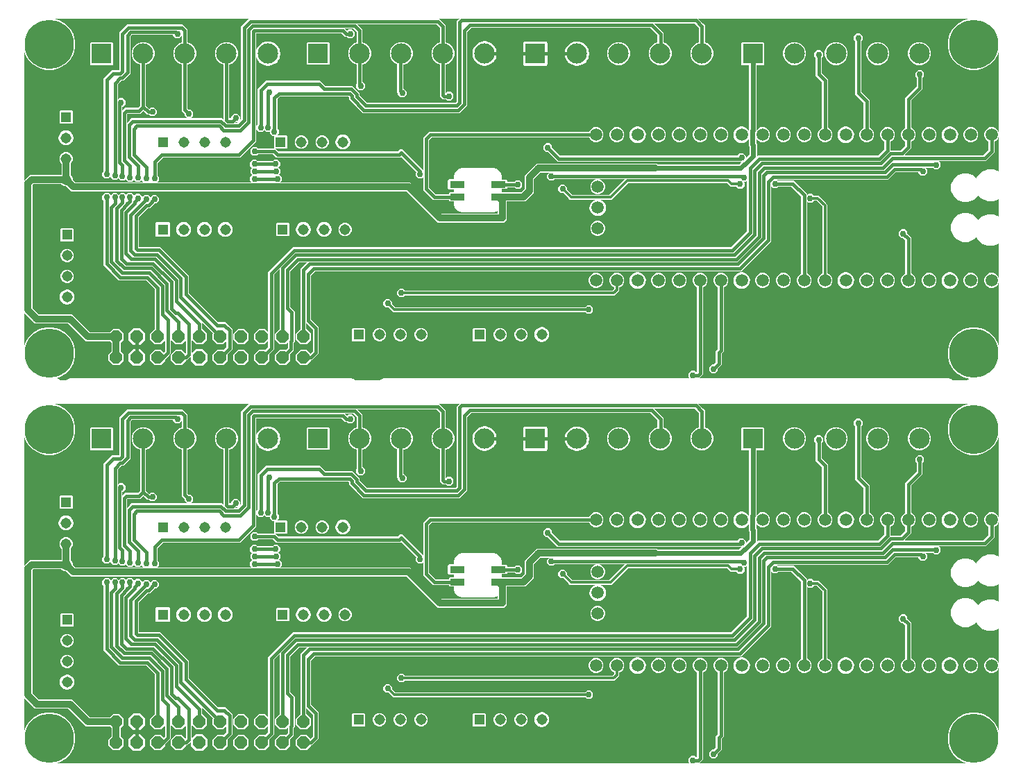
<source format=gbr>
G04 EAGLE Gerber RS-274X export*
G75*
%MOMM*%
%FSLAX34Y34*%
%LPD*%
%INBottom Copper*%
%IPPOS*%
%AMOC8*
5,1,8,0,0,1.08239X$1,22.5*%
G01*
%ADD10C,1.508000*%
%ADD11R,2.475000X2.475000*%
%ADD12C,2.475000*%
%ADD13R,1.308000X1.308000*%
%ADD14C,1.308000*%
%ADD15P,1.649562X8X22.500000*%
%ADD16C,6.000000*%
%ADD17C,1.008000*%
%ADD18R,1.800000X0.820000*%
%ADD19C,0.406400*%
%ADD20C,0.756400*%
%ADD21C,0.152400*%
%ADD22C,0.304800*%
%ADD23C,0.812800*%
%ADD24C,0.609600*%

G36*
X452358Y313687D02*
X452358Y313687D01*
X452360Y313686D01*
X453353Y314679D01*
X457085Y316225D01*
X800215Y316225D01*
X803947Y314679D01*
X804940Y313686D01*
X804943Y313686D01*
X804944Y313685D01*
X835134Y313685D01*
X835136Y313687D01*
X835138Y313686D01*
X836131Y314679D01*
X839863Y316225D01*
X1212938Y316225D01*
X1212939Y316226D01*
X1212941Y316226D01*
X1212941Y316228D01*
X1212943Y316230D01*
X1212941Y316231D01*
X1212941Y316234D01*
X1211359Y317816D01*
X1211359Y322208D01*
X1214464Y325313D01*
X1218856Y325313D01*
X1220604Y323565D01*
X1220607Y323564D01*
X1220608Y323563D01*
X1221509Y323563D01*
X1221511Y323565D01*
X1221513Y323565D01*
X1221997Y324049D01*
X1221998Y324052D01*
X1221999Y324053D01*
X1221999Y427272D01*
X1221996Y427275D01*
X1221996Y427277D01*
X1220418Y427930D01*
X1217870Y430478D01*
X1216491Y433808D01*
X1216491Y437412D01*
X1217870Y440742D01*
X1220418Y443290D01*
X1223748Y444669D01*
X1227352Y444669D01*
X1230682Y443290D01*
X1233230Y440742D01*
X1234609Y437412D01*
X1234609Y433808D01*
X1233230Y430478D01*
X1230682Y427930D01*
X1229104Y427277D01*
X1229103Y427273D01*
X1229101Y427272D01*
X1229101Y321109D01*
X1224453Y316461D01*
X1220608Y316461D01*
X1220606Y316459D01*
X1220604Y316459D01*
X1220379Y316234D01*
X1220379Y316232D01*
X1220377Y316231D01*
X1220378Y316229D01*
X1220378Y316227D01*
X1220381Y316227D01*
X1220382Y316225D01*
X1529322Y316225D01*
X1533054Y314679D01*
X1534047Y313686D01*
X1534050Y313686D01*
X1534051Y313685D01*
X1551414Y313685D01*
X1551416Y313687D01*
X1551418Y313686D01*
X1552411Y314679D01*
X1554325Y315472D01*
X1554326Y315474D01*
X1554328Y315475D01*
X1554327Y315476D01*
X1554328Y315478D01*
X1554326Y315479D01*
X1554325Y315482D01*
X1547394Y317339D01*
X1540207Y321488D01*
X1534338Y327357D01*
X1530189Y334544D01*
X1528041Y342560D01*
X1528041Y350860D01*
X1530189Y358876D01*
X1534338Y366063D01*
X1540207Y371932D01*
X1547394Y376081D01*
X1555410Y378229D01*
X1563710Y378229D01*
X1571726Y376081D01*
X1578913Y371932D01*
X1584782Y366063D01*
X1588931Y358876D01*
X1589908Y355230D01*
X1589910Y355229D01*
X1589912Y355227D01*
X1589913Y355227D01*
X1589914Y355227D01*
X1589915Y355229D01*
X1589918Y355232D01*
X1589918Y433080D01*
X1589916Y433081D01*
X1589915Y433084D01*
X1589914Y433084D01*
X1589913Y433085D01*
X1589913Y433084D01*
X1589911Y433082D01*
X1589908Y433081D01*
X1588830Y430478D01*
X1586282Y427930D01*
X1582952Y426551D01*
X1579348Y426551D01*
X1576018Y427930D01*
X1573470Y430478D01*
X1572091Y433808D01*
X1572091Y437412D01*
X1573470Y440742D01*
X1576018Y443290D01*
X1579348Y444669D01*
X1582952Y444669D01*
X1586282Y443290D01*
X1588830Y440742D01*
X1589908Y438139D01*
X1589911Y438137D01*
X1589912Y438135D01*
X1589913Y438136D01*
X1589914Y438136D01*
X1589915Y438138D01*
X1589918Y438140D01*
X1589918Y480689D01*
X1589917Y480690D01*
X1589918Y480691D01*
X1589916Y480692D01*
X1589913Y480694D01*
X1589912Y480693D01*
X1589911Y480694D01*
X1583660Y478105D01*
X1576040Y478105D01*
X1569000Y481021D01*
X1563611Y486410D01*
X1562752Y488484D01*
X1562751Y488484D01*
X1562751Y488485D01*
X1562749Y488485D01*
X1562746Y488487D01*
X1562745Y488485D01*
X1562744Y488485D01*
X1559551Y485293D01*
X1553062Y482605D01*
X1546038Y482605D01*
X1539549Y485293D01*
X1534583Y490259D01*
X1531895Y496748D01*
X1531895Y503772D01*
X1534583Y510261D01*
X1539549Y515227D01*
X1546038Y517915D01*
X1553062Y517915D01*
X1559551Y515227D01*
X1564517Y510261D01*
X1564879Y509388D01*
X1564880Y509388D01*
X1564880Y509387D01*
X1564881Y509387D01*
X1564885Y509385D01*
X1564885Y509387D01*
X1564887Y509386D01*
X1569000Y513499D01*
X1576040Y516415D01*
X1583660Y516415D01*
X1589911Y513826D01*
X1589912Y513826D01*
X1589914Y513827D01*
X1589917Y513828D01*
X1589917Y513830D01*
X1589918Y513831D01*
X1589918Y535189D01*
X1589917Y535190D01*
X1589918Y535191D01*
X1589916Y535192D01*
X1589913Y535194D01*
X1589912Y535193D01*
X1589911Y535194D01*
X1583660Y532605D01*
X1576040Y532605D01*
X1569000Y535521D01*
X1564887Y539634D01*
X1564886Y539634D01*
X1564885Y539634D01*
X1564884Y539634D01*
X1564883Y539634D01*
X1564880Y539634D01*
X1564880Y539632D01*
X1564879Y539632D01*
X1564517Y538759D01*
X1559551Y533793D01*
X1553062Y531105D01*
X1546038Y531105D01*
X1539549Y533793D01*
X1534583Y538759D01*
X1531895Y545248D01*
X1531895Y552272D01*
X1534583Y558761D01*
X1539549Y563727D01*
X1546038Y566415D01*
X1553062Y566415D01*
X1559551Y563727D01*
X1562744Y560535D01*
X1562744Y560534D01*
X1562745Y560534D01*
X1562747Y560534D01*
X1562750Y560534D01*
X1562750Y560536D01*
X1562752Y560536D01*
X1563611Y562610D01*
X1569000Y567999D01*
X1576040Y570915D01*
X1583660Y570915D01*
X1589911Y568326D01*
X1589912Y568326D01*
X1589914Y568327D01*
X1589917Y568328D01*
X1589917Y568330D01*
X1589918Y568331D01*
X1589918Y610880D01*
X1589916Y610881D01*
X1589915Y610884D01*
X1589914Y610884D01*
X1589913Y610885D01*
X1589911Y610882D01*
X1589908Y610881D01*
X1588830Y608278D01*
X1586282Y605730D01*
X1584704Y605077D01*
X1584703Y605074D01*
X1584702Y605073D01*
X1584701Y605072D01*
X1584701Y591619D01*
X1582619Y589537D01*
X1576165Y583083D01*
X1574083Y581001D01*
X1516928Y581001D01*
X1516927Y581000D01*
X1516925Y581000D01*
X1516925Y580998D01*
X1516923Y580997D01*
X1516925Y580995D01*
X1516924Y580993D01*
X1519141Y578776D01*
X1519141Y574384D01*
X1516036Y571279D01*
X1511644Y571279D01*
X1509685Y573238D01*
X1509682Y573238D01*
X1509681Y573240D01*
X1500559Y573240D01*
X1500558Y573239D01*
X1500556Y573239D01*
X1500556Y573237D01*
X1500554Y573235D01*
X1500556Y573234D01*
X1500556Y573231D01*
X1502631Y571156D01*
X1502631Y566764D01*
X1499526Y563659D01*
X1495134Y563659D01*
X1492029Y566764D01*
X1492029Y567647D01*
X1492024Y567652D01*
X1492024Y567651D01*
X1492024Y567652D01*
X1464077Y567652D01*
X1464075Y567650D01*
X1464073Y567650D01*
X1454720Y558297D01*
X1319922Y558297D01*
X1319921Y558296D01*
X1319919Y558296D01*
X1319919Y558294D01*
X1319917Y558292D01*
X1319919Y558291D01*
X1319919Y558288D01*
X1320934Y557273D01*
X1320937Y557272D01*
X1320938Y557271D01*
X1340051Y557271D01*
X1356101Y541221D01*
X1356101Y539662D01*
X1356102Y539661D01*
X1356102Y539659D01*
X1356104Y539659D01*
X1356106Y539657D01*
X1356107Y539659D01*
X1356108Y539659D01*
X1356110Y539659D01*
X1357692Y541241D01*
X1362084Y541241D01*
X1364340Y538985D01*
X1364343Y538984D01*
X1364344Y538983D01*
X1370321Y538983D01*
X1372105Y537199D01*
X1379209Y530095D01*
X1380993Y528311D01*
X1380993Y444158D01*
X1380996Y444156D01*
X1380996Y444154D01*
X1383082Y443290D01*
X1385630Y440742D01*
X1387009Y437412D01*
X1387009Y433808D01*
X1385630Y430478D01*
X1383082Y427930D01*
X1379752Y426551D01*
X1376148Y426551D01*
X1372818Y427930D01*
X1370270Y430478D01*
X1368891Y433808D01*
X1368891Y437412D01*
X1370270Y440742D01*
X1372818Y443290D01*
X1374904Y444154D01*
X1374905Y444157D01*
X1374907Y444158D01*
X1374907Y525787D01*
X1374905Y525789D01*
X1374905Y525791D01*
X1367801Y532895D01*
X1367799Y532896D01*
X1367798Y532896D01*
X1367797Y532897D01*
X1364344Y532897D01*
X1364342Y532895D01*
X1364340Y532895D01*
X1362084Y530639D01*
X1357692Y530639D01*
X1356110Y532221D01*
X1356108Y532221D01*
X1356107Y532223D01*
X1356105Y532222D01*
X1356103Y532222D01*
X1356103Y532219D01*
X1356101Y532218D01*
X1356101Y443948D01*
X1356104Y443945D01*
X1356104Y443943D01*
X1357682Y443290D01*
X1360230Y440742D01*
X1361609Y437412D01*
X1361609Y433808D01*
X1360230Y430478D01*
X1357682Y427930D01*
X1354352Y426551D01*
X1350748Y426551D01*
X1347418Y427930D01*
X1344870Y430478D01*
X1343491Y433808D01*
X1343491Y437412D01*
X1344870Y440742D01*
X1347418Y443290D01*
X1348996Y443943D01*
X1348997Y443947D01*
X1348999Y443948D01*
X1348999Y538277D01*
X1348997Y538279D01*
X1348997Y538281D01*
X1337111Y550167D01*
X1337108Y550167D01*
X1337108Y550168D01*
X1337107Y550169D01*
X1320938Y550169D01*
X1320936Y550167D01*
X1320934Y550167D01*
X1319186Y548419D01*
X1314794Y548419D01*
X1312422Y550791D01*
X1312420Y550791D01*
X1312419Y550793D01*
X1312417Y550792D01*
X1312415Y550792D01*
X1312415Y550789D01*
X1312413Y550788D01*
X1312413Y483300D01*
X1275650Y446537D01*
X755853Y446537D01*
X755851Y446535D01*
X755849Y446535D01*
X750821Y441507D01*
X750820Y441504D01*
X750819Y441503D01*
X750819Y388315D01*
X750821Y388313D01*
X750821Y388311D01*
X760471Y378661D01*
X760471Y346509D01*
X752041Y338079D01*
X750824Y338079D01*
X750819Y338074D01*
X750820Y338074D01*
X750819Y338074D01*
X750819Y337844D01*
X745466Y332491D01*
X737894Y332491D01*
X732541Y337844D01*
X732541Y345416D01*
X737894Y350769D01*
X745466Y350769D01*
X750073Y346162D01*
X750075Y346162D01*
X750076Y346161D01*
X750077Y346161D01*
X750078Y346162D01*
X750079Y346162D01*
X750080Y346162D01*
X753367Y349449D01*
X753368Y349452D01*
X753369Y349453D01*
X753369Y375717D01*
X753367Y375719D01*
X753367Y375721D01*
X745799Y383289D01*
X745240Y383848D01*
X745238Y383848D01*
X745237Y383850D01*
X745235Y383848D01*
X745233Y383849D01*
X745233Y383846D01*
X745231Y383845D01*
X745231Y376174D01*
X745236Y376169D01*
X745236Y376170D01*
X745236Y376169D01*
X745466Y376169D01*
X750819Y370816D01*
X750819Y363244D01*
X745466Y357891D01*
X737894Y357891D01*
X732541Y363244D01*
X732541Y370816D01*
X737894Y376169D01*
X738124Y376169D01*
X738129Y376174D01*
X738128Y376174D01*
X738129Y376174D01*
X738129Y449781D01*
X745493Y457145D01*
X746052Y457704D01*
X746052Y457706D01*
X746054Y457707D01*
X746052Y457709D01*
X746053Y457711D01*
X746050Y457711D01*
X746049Y457713D01*
X736352Y457713D01*
X736351Y457711D01*
X736349Y457711D01*
X725421Y446783D01*
X725420Y446781D01*
X725419Y446780D01*
X725419Y403555D01*
X725421Y403553D01*
X725421Y403551D01*
X731007Y397965D01*
X731007Y360930D01*
X729993Y359915D01*
X729992Y359913D01*
X729991Y359912D01*
X729991Y350319D01*
X725257Y345585D01*
X725257Y345578D01*
X725419Y345416D01*
X725419Y337844D01*
X720066Y332491D01*
X712494Y332491D01*
X707141Y337844D01*
X707141Y345416D01*
X712494Y350769D01*
X720066Y350769D01*
X720228Y350607D01*
X720234Y350607D01*
X720235Y350607D01*
X722887Y353259D01*
X722888Y353262D01*
X722889Y353263D01*
X722889Y360702D01*
X722888Y360703D01*
X722888Y360705D01*
X722886Y360705D01*
X722884Y360707D01*
X722883Y360705D01*
X722880Y360706D01*
X720066Y357891D01*
X712494Y357891D01*
X707141Y363244D01*
X707141Y370816D01*
X712494Y376169D01*
X712724Y376169D01*
X712729Y376174D01*
X712728Y376174D01*
X712729Y376174D01*
X712729Y449885D01*
X712728Y449886D01*
X712728Y449888D01*
X712726Y449888D01*
X712724Y449890D01*
X712723Y449888D01*
X712722Y449888D01*
X712720Y449888D01*
X705863Y443031D01*
X705863Y443028D01*
X705861Y443027D01*
X705861Y351589D01*
X703779Y349507D01*
X699857Y345585D01*
X699857Y345578D01*
X700019Y345416D01*
X700019Y337844D01*
X694666Y332491D01*
X687094Y332491D01*
X681741Y337844D01*
X681741Y345416D01*
X687094Y350769D01*
X694666Y350769D01*
X694828Y350607D01*
X694834Y350607D01*
X694835Y350607D01*
X698757Y354529D01*
X698757Y354531D01*
X698759Y354532D01*
X698759Y354533D01*
X698759Y361972D01*
X698758Y361973D01*
X698758Y361975D01*
X698756Y361975D01*
X698754Y361977D01*
X698754Y361976D01*
X698753Y361976D01*
X698752Y361975D01*
X698750Y361976D01*
X694666Y357891D01*
X687094Y357891D01*
X681741Y363244D01*
X681741Y370816D01*
X687094Y376169D01*
X694666Y376169D01*
X698750Y372084D01*
X698752Y372084D01*
X698753Y372083D01*
X698755Y372084D01*
X698757Y372084D01*
X698757Y372086D01*
X698759Y372088D01*
X698759Y445971D01*
X728779Y475991D01*
X1263447Y475991D01*
X1263449Y475993D01*
X1263451Y475993D01*
X1282957Y495499D01*
X1282958Y495502D01*
X1282959Y495503D01*
X1282959Y557900D01*
X1282958Y557901D01*
X1282958Y557903D01*
X1282956Y557903D01*
X1282954Y557905D01*
X1282954Y557904D01*
X1282953Y557904D01*
X1282952Y557903D01*
X1282950Y557903D01*
X1281086Y556039D01*
X1278848Y556039D01*
X1278847Y556038D01*
X1278845Y556038D01*
X1278845Y556036D01*
X1278843Y556034D01*
X1278844Y556033D01*
X1278844Y556030D01*
X1279670Y555205D01*
X1279670Y550813D01*
X1276565Y547708D01*
X1272173Y547708D01*
X1269916Y549964D01*
X1269914Y549964D01*
X1269913Y549966D01*
X1263101Y549966D01*
X1258581Y554485D01*
X1258579Y554485D01*
X1258579Y554486D01*
X1258578Y554486D01*
X1258577Y554487D01*
X1137913Y554487D01*
X1137911Y554485D01*
X1137909Y554485D01*
X1117591Y534167D01*
X1103889Y534167D01*
X1103887Y534165D01*
X1103885Y534164D01*
X1103885Y534163D01*
X1103884Y534162D01*
X1103886Y534160D01*
X1103887Y534157D01*
X1105622Y533439D01*
X1107273Y532336D01*
X1108676Y530933D01*
X1109779Y529282D01*
X1110538Y527449D01*
X1110925Y525502D01*
X1110925Y524515D01*
X1100850Y524515D01*
X1090775Y524515D01*
X1090775Y525502D01*
X1090777Y525512D01*
X1090780Y525527D01*
X1090783Y525542D01*
X1090785Y525552D01*
X1090788Y525567D01*
X1090791Y525582D01*
X1090793Y525592D01*
X1090796Y525607D01*
X1090798Y525621D01*
X1090799Y525621D01*
X1090798Y525621D01*
X1090800Y525631D01*
X1090803Y525646D01*
X1090806Y525661D01*
X1090811Y525686D01*
X1090814Y525701D01*
X1090819Y525726D01*
X1090822Y525741D01*
X1090827Y525766D01*
X1090830Y525780D01*
X1090835Y525805D01*
X1090838Y525820D01*
X1090841Y525835D01*
X1090843Y525845D01*
X1090846Y525860D01*
X1090849Y525875D01*
X1090851Y525885D01*
X1090854Y525900D01*
X1090857Y525915D01*
X1090859Y525925D01*
X1090862Y525939D01*
X1090865Y525954D01*
X1090870Y525979D01*
X1090873Y525994D01*
X1090878Y526019D01*
X1090881Y526034D01*
X1090885Y526059D01*
X1090888Y526074D01*
X1090893Y526098D01*
X1090896Y526113D01*
X1090899Y526128D01*
X1090901Y526138D01*
X1090904Y526153D01*
X1090907Y526168D01*
X1090909Y526178D01*
X1090912Y526193D01*
X1090915Y526208D01*
X1090917Y526218D01*
X1090920Y526233D01*
X1090923Y526247D01*
X1090923Y526248D01*
X1090925Y526257D01*
X1090928Y526272D01*
X1090931Y526287D01*
X1090936Y526312D01*
X1090939Y526327D01*
X1090944Y526352D01*
X1090947Y526367D01*
X1090952Y526392D01*
X1090955Y526406D01*
X1090955Y526407D01*
X1090960Y526431D01*
X1090963Y526446D01*
X1090966Y526461D01*
X1090967Y526471D01*
X1090968Y526471D01*
X1090970Y526486D01*
X1090973Y526501D01*
X1090975Y526511D01*
X1090978Y526526D01*
X1090981Y526541D01*
X1090983Y526551D01*
X1090986Y526565D01*
X1090986Y526566D01*
X1090989Y526580D01*
X1090994Y526605D01*
X1090997Y526620D01*
X1091002Y526645D01*
X1091005Y526660D01*
X1091010Y526685D01*
X1091013Y526700D01*
X1091018Y526724D01*
X1091018Y526725D01*
X1091021Y526739D01*
X1091024Y526754D01*
X1091026Y526764D01*
X1091029Y526779D01*
X1091032Y526794D01*
X1091034Y526804D01*
X1091037Y526819D01*
X1091040Y526834D01*
X1091042Y526844D01*
X1091045Y526859D01*
X1091048Y526874D01*
X1091050Y526883D01*
X1091050Y526884D01*
X1091052Y526898D01*
X1091053Y526898D01*
X1091052Y526898D01*
X1091055Y526913D01*
X1091060Y526938D01*
X1091063Y526953D01*
X1091068Y526978D01*
X1091071Y526993D01*
X1091076Y527018D01*
X1091079Y527033D01*
X1091082Y527047D01*
X1091082Y527048D01*
X1091084Y527057D01*
X1091087Y527072D01*
X1091090Y527087D01*
X1091092Y527097D01*
X1091095Y527112D01*
X1091098Y527127D01*
X1091100Y527137D01*
X1091103Y527152D01*
X1091106Y527167D01*
X1091108Y527177D01*
X1091111Y527192D01*
X1091114Y527206D01*
X1091114Y527207D01*
X1091119Y527231D01*
X1091122Y527246D01*
X1091127Y527271D01*
X1091130Y527286D01*
X1091135Y527311D01*
X1091137Y527326D01*
X1091138Y527326D01*
X1091137Y527326D01*
X1091142Y527351D01*
X1091145Y527365D01*
X1091145Y527366D01*
X1091148Y527380D01*
X1091150Y527390D01*
X1091153Y527405D01*
X1091156Y527420D01*
X1091158Y527430D01*
X1091161Y527445D01*
X1091162Y527449D01*
X1091921Y529282D01*
X1093024Y530933D01*
X1094427Y532336D01*
X1096078Y533439D01*
X1097813Y534157D01*
X1097814Y534160D01*
X1097816Y534161D01*
X1097815Y534162D01*
X1097816Y534163D01*
X1097813Y534164D01*
X1097811Y534167D01*
X1066809Y534167D01*
X1065025Y535951D01*
X1058909Y542067D01*
X1058907Y542068D01*
X1058906Y542069D01*
X1058905Y542069D01*
X1055714Y542069D01*
X1052609Y545174D01*
X1052609Y549566D01*
X1055714Y552671D01*
X1060106Y552671D01*
X1063211Y549566D01*
X1063211Y546375D01*
X1063213Y546373D01*
X1063213Y546371D01*
X1069329Y540255D01*
X1069331Y540254D01*
X1069333Y540253D01*
X1115067Y540253D01*
X1115069Y540255D01*
X1115071Y540255D01*
X1133867Y559050D01*
X1133867Y559052D01*
X1133868Y559053D01*
X1133867Y559055D01*
X1133867Y559057D01*
X1133865Y559057D01*
X1133863Y559059D01*
X1047888Y559059D01*
X1047886Y559057D01*
X1047884Y559057D01*
X1046136Y557309D01*
X1041744Y557309D01*
X1038639Y560414D01*
X1038639Y564806D01*
X1041011Y567178D01*
X1041011Y567180D01*
X1041012Y567180D01*
X1041013Y567181D01*
X1041012Y567183D01*
X1041012Y567185D01*
X1041009Y567185D01*
X1041008Y567187D01*
X1031015Y567187D01*
X1031013Y567185D01*
X1031011Y567185D01*
X1022855Y559029D01*
X1022854Y559026D01*
X1022853Y559025D01*
X1022853Y542517D01*
X1012231Y531895D01*
X989838Y531895D01*
X989833Y531890D01*
X989834Y531890D01*
X989833Y531890D01*
X989833Y509497D01*
X986563Y506227D01*
X905737Y506227D01*
X867639Y544325D01*
X867636Y544326D01*
X867635Y544327D01*
X458697Y544327D01*
X455425Y547599D01*
X452285Y550739D01*
X452282Y550740D01*
X452281Y550741D01*
X450517Y550741D01*
X447555Y551968D01*
X446307Y553215D01*
X446305Y553216D01*
X446304Y553217D01*
X412525Y553217D01*
X412523Y553215D01*
X412521Y553215D01*
X410969Y551663D01*
X410968Y551660D01*
X410967Y551659D01*
X410967Y402111D01*
X410969Y402109D01*
X410969Y402107D01*
X418871Y394205D01*
X418874Y394204D01*
X418875Y394203D01*
X459513Y394203D01*
X481101Y372615D01*
X481103Y372615D01*
X481104Y372614D01*
X481105Y372613D01*
X505736Y372613D01*
X505738Y372615D01*
X505740Y372615D01*
X509294Y376169D01*
X516866Y376169D01*
X522219Y370816D01*
X522219Y363244D01*
X518665Y359690D01*
X518664Y359687D01*
X518663Y359686D01*
X518663Y348974D01*
X518665Y348972D01*
X518665Y348970D01*
X522219Y345416D01*
X522219Y337844D01*
X516866Y332491D01*
X509294Y332491D01*
X503941Y337844D01*
X503941Y345416D01*
X507495Y348970D01*
X507495Y348972D01*
X507496Y348972D01*
X507496Y348973D01*
X507497Y348974D01*
X507497Y359686D01*
X507495Y359688D01*
X507495Y359690D01*
X505740Y361445D01*
X505738Y361446D01*
X505736Y361447D01*
X476477Y361447D01*
X454889Y383035D01*
X454886Y383036D01*
X454885Y383037D01*
X414247Y383037D01*
X403073Y394211D01*
X401324Y395961D01*
X401322Y395961D01*
X401321Y395962D01*
X401319Y395961D01*
X401317Y395961D01*
X401317Y395959D01*
X401315Y395957D01*
X401315Y354758D01*
X401317Y354756D01*
X401318Y354753D01*
X401319Y354753D01*
X401320Y354753D01*
X401322Y354755D01*
X401325Y354756D01*
X402429Y358876D01*
X406578Y366063D01*
X412447Y371932D01*
X419634Y376081D01*
X427650Y378229D01*
X435950Y378229D01*
X443966Y376081D01*
X451153Y371932D01*
X457022Y366063D01*
X461171Y358876D01*
X463319Y350860D01*
X463319Y342560D01*
X461171Y334544D01*
X457022Y327357D01*
X451153Y321488D01*
X443966Y317339D01*
X439846Y316235D01*
X439845Y316233D01*
X439843Y316231D01*
X439843Y316230D01*
X439843Y316229D01*
X439846Y316228D01*
X439848Y316225D01*
X440805Y316225D01*
X444537Y314679D01*
X445530Y313686D01*
X445533Y313686D01*
X445534Y313685D01*
X452356Y313685D01*
X452358Y313687D01*
G37*
G36*
X1212939Y-153674D02*
X1212939Y-153674D01*
X1212941Y-153674D01*
X1212941Y-153672D01*
X1212943Y-153670D01*
X1212941Y-153669D01*
X1212941Y-153666D01*
X1211359Y-152084D01*
X1211359Y-147692D01*
X1214464Y-144587D01*
X1218856Y-144587D01*
X1220604Y-146335D01*
X1220607Y-146336D01*
X1220608Y-146337D01*
X1221509Y-146337D01*
X1221511Y-146335D01*
X1221513Y-146335D01*
X1221997Y-145851D01*
X1221998Y-145848D01*
X1221999Y-145847D01*
X1221999Y-42628D01*
X1221996Y-42625D01*
X1221996Y-42623D01*
X1220418Y-41970D01*
X1217870Y-39422D01*
X1216491Y-36092D01*
X1216491Y-32488D01*
X1217870Y-29158D01*
X1220418Y-26610D01*
X1223748Y-25231D01*
X1227352Y-25231D01*
X1230682Y-26610D01*
X1233230Y-29158D01*
X1234609Y-32488D01*
X1234609Y-36092D01*
X1233230Y-39422D01*
X1230682Y-41970D01*
X1229104Y-42623D01*
X1229103Y-42627D01*
X1229101Y-42628D01*
X1229101Y-148791D01*
X1224453Y-153439D01*
X1220608Y-153439D01*
X1220606Y-153441D01*
X1220604Y-153441D01*
X1220379Y-153666D01*
X1220379Y-153668D01*
X1220377Y-153669D01*
X1220378Y-153671D01*
X1220378Y-153673D01*
X1220381Y-153673D01*
X1220382Y-153675D01*
X1551512Y-153675D01*
X1551514Y-153673D01*
X1551517Y-153672D01*
X1551517Y-153671D01*
X1551517Y-153670D01*
X1551515Y-153668D01*
X1551514Y-153665D01*
X1547394Y-152561D01*
X1540207Y-148412D01*
X1534338Y-142543D01*
X1530189Y-135356D01*
X1528041Y-127340D01*
X1528041Y-119040D01*
X1530189Y-111024D01*
X1534338Y-103837D01*
X1540207Y-97968D01*
X1547394Y-93819D01*
X1555410Y-91671D01*
X1563710Y-91671D01*
X1571726Y-93819D01*
X1578913Y-97968D01*
X1584782Y-103837D01*
X1588931Y-111024D01*
X1589908Y-114670D01*
X1589910Y-114671D01*
X1589912Y-114673D01*
X1589913Y-114673D01*
X1589914Y-114673D01*
X1589915Y-114670D01*
X1589918Y-114668D01*
X1589918Y-36820D01*
X1589916Y-36819D01*
X1589915Y-36816D01*
X1589914Y-36816D01*
X1589913Y-36815D01*
X1589911Y-36818D01*
X1589908Y-36819D01*
X1588830Y-39422D01*
X1586282Y-41970D01*
X1582952Y-43349D01*
X1579348Y-43349D01*
X1576018Y-41970D01*
X1573470Y-39422D01*
X1572091Y-36092D01*
X1572091Y-32488D01*
X1573470Y-29158D01*
X1576018Y-26610D01*
X1579348Y-25231D01*
X1582952Y-25231D01*
X1586282Y-26610D01*
X1588830Y-29158D01*
X1589908Y-31761D01*
X1589911Y-31763D01*
X1589912Y-31765D01*
X1589913Y-31764D01*
X1589914Y-31764D01*
X1589915Y-31762D01*
X1589918Y-31760D01*
X1589918Y10789D01*
X1589917Y10790D01*
X1589918Y10791D01*
X1589916Y10792D01*
X1589913Y10794D01*
X1589912Y10793D01*
X1589911Y10794D01*
X1583660Y8205D01*
X1576040Y8205D01*
X1569000Y11121D01*
X1563611Y16510D01*
X1562752Y18584D01*
X1562751Y18584D01*
X1562751Y18585D01*
X1562749Y18585D01*
X1562746Y18587D01*
X1562745Y18585D01*
X1562744Y18585D01*
X1559551Y15393D01*
X1553062Y12705D01*
X1546038Y12705D01*
X1539549Y15393D01*
X1534583Y20359D01*
X1531895Y26848D01*
X1531895Y33872D01*
X1534583Y40361D01*
X1539549Y45327D01*
X1546038Y48015D01*
X1553062Y48015D01*
X1559551Y45327D01*
X1564517Y40361D01*
X1564879Y39488D01*
X1564880Y39488D01*
X1564880Y39487D01*
X1564881Y39487D01*
X1564885Y39485D01*
X1564885Y39487D01*
X1564887Y39486D01*
X1569000Y43599D01*
X1576040Y46515D01*
X1583660Y46515D01*
X1589911Y43926D01*
X1589912Y43926D01*
X1589914Y43927D01*
X1589917Y43928D01*
X1589917Y43930D01*
X1589918Y43931D01*
X1589918Y65289D01*
X1589917Y65290D01*
X1589918Y65291D01*
X1589916Y65292D01*
X1589913Y65294D01*
X1589912Y65293D01*
X1589911Y65294D01*
X1583660Y62705D01*
X1576040Y62705D01*
X1569000Y65621D01*
X1564887Y69734D01*
X1564886Y69734D01*
X1564884Y69734D01*
X1564880Y69734D01*
X1564880Y69732D01*
X1564879Y69732D01*
X1564517Y68859D01*
X1559551Y63893D01*
X1553062Y61205D01*
X1546038Y61205D01*
X1539549Y63893D01*
X1534583Y68859D01*
X1531895Y75348D01*
X1531895Y82372D01*
X1534583Y88861D01*
X1539549Y93827D01*
X1546038Y96515D01*
X1553062Y96515D01*
X1559551Y93827D01*
X1562744Y90635D01*
X1562744Y90634D01*
X1562745Y90634D01*
X1562747Y90634D01*
X1562750Y90634D01*
X1562750Y90636D01*
X1562752Y90636D01*
X1563611Y92710D01*
X1569000Y98099D01*
X1576040Y101015D01*
X1583660Y101015D01*
X1589911Y98426D01*
X1589912Y98426D01*
X1589913Y98426D01*
X1589914Y98427D01*
X1589917Y98428D01*
X1589917Y98430D01*
X1589918Y98431D01*
X1589918Y140980D01*
X1589916Y140981D01*
X1589915Y140984D01*
X1589914Y140984D01*
X1589913Y140985D01*
X1589911Y140982D01*
X1589908Y140981D01*
X1588830Y138378D01*
X1586282Y135830D01*
X1584704Y135177D01*
X1584703Y135173D01*
X1584701Y135172D01*
X1584701Y121719D01*
X1574083Y111101D01*
X1516928Y111101D01*
X1516927Y111100D01*
X1516925Y111100D01*
X1516925Y111098D01*
X1516923Y111097D01*
X1516925Y111095D01*
X1516924Y111093D01*
X1519141Y108876D01*
X1519141Y104484D01*
X1516036Y101379D01*
X1511644Y101379D01*
X1509685Y103338D01*
X1509682Y103338D01*
X1509681Y103340D01*
X1500559Y103340D01*
X1500558Y103339D01*
X1500556Y103339D01*
X1500556Y103337D01*
X1500554Y103335D01*
X1500556Y103334D01*
X1500556Y103331D01*
X1502631Y101256D01*
X1502631Y96864D01*
X1499526Y93759D01*
X1495134Y93759D01*
X1492029Y96864D01*
X1492029Y97747D01*
X1492024Y97752D01*
X1492024Y97751D01*
X1492024Y97752D01*
X1464077Y97752D01*
X1464075Y97750D01*
X1464073Y97750D01*
X1454720Y88397D01*
X1319922Y88397D01*
X1319921Y88396D01*
X1319919Y88396D01*
X1319919Y88394D01*
X1319917Y88392D01*
X1319919Y88391D01*
X1319919Y88388D01*
X1320934Y87373D01*
X1320937Y87372D01*
X1320938Y87371D01*
X1340051Y87371D01*
X1342133Y85289D01*
X1356101Y71321D01*
X1356101Y69762D01*
X1356102Y69761D01*
X1356102Y69759D01*
X1356104Y69759D01*
X1356106Y69757D01*
X1356107Y69759D01*
X1356110Y69759D01*
X1357692Y71341D01*
X1362084Y71341D01*
X1364340Y69085D01*
X1364343Y69084D01*
X1364344Y69083D01*
X1370321Y69083D01*
X1380993Y58411D01*
X1380993Y-25742D01*
X1380996Y-25744D01*
X1380996Y-25746D01*
X1383082Y-26610D01*
X1385630Y-29158D01*
X1387009Y-32488D01*
X1387009Y-36092D01*
X1385630Y-39422D01*
X1383082Y-41970D01*
X1379752Y-43349D01*
X1376148Y-43349D01*
X1372818Y-41970D01*
X1370270Y-39422D01*
X1368891Y-36092D01*
X1368891Y-32488D01*
X1370270Y-29158D01*
X1372818Y-26610D01*
X1374904Y-25746D01*
X1374905Y-25743D01*
X1374907Y-25742D01*
X1374907Y55887D01*
X1374905Y55889D01*
X1374905Y55891D01*
X1367801Y62995D01*
X1367799Y62996D01*
X1367797Y62997D01*
X1364344Y62997D01*
X1364342Y62995D01*
X1364340Y62995D01*
X1362084Y60739D01*
X1357692Y60739D01*
X1356110Y62321D01*
X1356108Y62321D01*
X1356107Y62323D01*
X1356105Y62322D01*
X1356103Y62322D01*
X1356103Y62319D01*
X1356101Y62318D01*
X1356101Y-25952D01*
X1356104Y-25955D01*
X1356104Y-25957D01*
X1357682Y-26610D01*
X1360230Y-29158D01*
X1361609Y-32488D01*
X1361609Y-36092D01*
X1360230Y-39422D01*
X1357682Y-41970D01*
X1354352Y-43349D01*
X1350748Y-43349D01*
X1347418Y-41970D01*
X1344870Y-39422D01*
X1343491Y-36092D01*
X1343491Y-32488D01*
X1344870Y-29158D01*
X1347418Y-26610D01*
X1348996Y-25957D01*
X1348997Y-25953D01*
X1348999Y-25952D01*
X1348999Y68377D01*
X1348997Y68379D01*
X1348997Y68381D01*
X1337111Y80267D01*
X1337108Y80268D01*
X1337107Y80269D01*
X1320938Y80269D01*
X1320936Y80267D01*
X1320934Y80267D01*
X1319186Y78519D01*
X1314794Y78519D01*
X1312422Y80891D01*
X1312420Y80891D01*
X1312419Y80893D01*
X1312417Y80892D01*
X1312415Y80892D01*
X1312415Y80889D01*
X1312413Y80888D01*
X1312413Y13400D01*
X1275650Y-23363D01*
X755853Y-23363D01*
X755851Y-23365D01*
X755849Y-23365D01*
X750821Y-28393D01*
X750820Y-28396D01*
X750819Y-28397D01*
X750819Y-81585D01*
X750821Y-81587D01*
X750821Y-81589D01*
X758389Y-89157D01*
X760471Y-91239D01*
X760471Y-123391D01*
X752041Y-131821D01*
X750824Y-131821D01*
X750819Y-131826D01*
X750820Y-131826D01*
X750819Y-131826D01*
X750819Y-132056D01*
X745466Y-137409D01*
X737894Y-137409D01*
X732541Y-132056D01*
X732541Y-124484D01*
X737894Y-119131D01*
X745466Y-119131D01*
X750073Y-123738D01*
X750079Y-123738D01*
X750080Y-123738D01*
X753367Y-120451D01*
X753368Y-120448D01*
X753369Y-120447D01*
X753369Y-94183D01*
X753367Y-94181D01*
X753367Y-94179D01*
X745799Y-86611D01*
X745240Y-86052D01*
X745238Y-86052D01*
X745237Y-86050D01*
X745235Y-86052D01*
X745233Y-86051D01*
X745233Y-86054D01*
X745231Y-86055D01*
X745231Y-93726D01*
X745236Y-93731D01*
X745236Y-93730D01*
X745236Y-93731D01*
X745466Y-93731D01*
X750819Y-99084D01*
X750819Y-106656D01*
X745466Y-112009D01*
X737894Y-112009D01*
X732541Y-106656D01*
X732541Y-99084D01*
X737894Y-93731D01*
X738124Y-93731D01*
X738129Y-93726D01*
X738128Y-93726D01*
X738129Y-93726D01*
X738129Y-20119D01*
X745493Y-12755D01*
X746052Y-12196D01*
X746052Y-12194D01*
X746054Y-12193D01*
X746052Y-12191D01*
X746053Y-12189D01*
X746050Y-12189D01*
X746049Y-12187D01*
X736352Y-12187D01*
X736351Y-12189D01*
X736349Y-12189D01*
X725421Y-23117D01*
X725421Y-23119D01*
X725420Y-23119D01*
X725420Y-23120D01*
X725419Y-23120D01*
X725419Y-66345D01*
X725421Y-66347D01*
X725421Y-66349D01*
X728925Y-69853D01*
X731007Y-71935D01*
X731007Y-108970D01*
X729993Y-109985D01*
X729992Y-109987D01*
X729991Y-109988D01*
X729991Y-119581D01*
X727909Y-121663D01*
X725257Y-124315D01*
X725257Y-124319D01*
X725257Y-124322D01*
X725419Y-124484D01*
X725419Y-132056D01*
X720066Y-137409D01*
X712494Y-137409D01*
X707141Y-132056D01*
X707141Y-124484D01*
X712494Y-119131D01*
X720066Y-119131D01*
X720228Y-119293D01*
X720234Y-119293D01*
X720235Y-119293D01*
X722887Y-116641D01*
X722888Y-116638D01*
X722889Y-116637D01*
X722889Y-109198D01*
X722888Y-109197D01*
X722888Y-109195D01*
X722886Y-109195D01*
X722884Y-109193D01*
X722883Y-109195D01*
X722880Y-109194D01*
X720066Y-112009D01*
X712494Y-112009D01*
X707141Y-106656D01*
X707141Y-99084D01*
X712494Y-93731D01*
X712724Y-93731D01*
X712729Y-93726D01*
X712728Y-93726D01*
X712729Y-93726D01*
X712729Y-20015D01*
X712728Y-20014D01*
X712728Y-20012D01*
X712726Y-20012D01*
X712724Y-20010D01*
X712723Y-20012D01*
X712720Y-20012D01*
X705863Y-26869D01*
X705862Y-26872D01*
X705861Y-26873D01*
X705861Y-118311D01*
X703779Y-120393D01*
X699857Y-124315D01*
X699857Y-124319D01*
X699857Y-124322D01*
X700019Y-124484D01*
X700019Y-132056D01*
X694666Y-137409D01*
X687094Y-137409D01*
X681741Y-132056D01*
X681741Y-124484D01*
X687094Y-119131D01*
X694666Y-119131D01*
X694828Y-119293D01*
X694834Y-119293D01*
X694835Y-119293D01*
X698757Y-115371D01*
X698758Y-115368D01*
X698759Y-115367D01*
X698759Y-107928D01*
X698758Y-107927D01*
X698758Y-107925D01*
X698756Y-107925D01*
X698754Y-107923D01*
X698753Y-107925D01*
X698750Y-107924D01*
X694666Y-112009D01*
X687094Y-112009D01*
X681741Y-106656D01*
X681741Y-99084D01*
X687094Y-93731D01*
X694666Y-93731D01*
X698750Y-97816D01*
X698752Y-97816D01*
X698753Y-97817D01*
X698755Y-97816D01*
X698757Y-97816D01*
X698757Y-97814D01*
X698759Y-97812D01*
X698759Y-23929D01*
X726697Y4009D01*
X728779Y6091D01*
X1263447Y6091D01*
X1263449Y6093D01*
X1263451Y6093D01*
X1282957Y25599D01*
X1282958Y25602D01*
X1282959Y25603D01*
X1282959Y88000D01*
X1282958Y88001D01*
X1282958Y88003D01*
X1282956Y88003D01*
X1282954Y88005D01*
X1282953Y88003D01*
X1282950Y88003D01*
X1281086Y86139D01*
X1278848Y86139D01*
X1278847Y86138D01*
X1278845Y86138D01*
X1278845Y86136D01*
X1278843Y86134D01*
X1278844Y86133D01*
X1278844Y86130D01*
X1279670Y85305D01*
X1279670Y80913D01*
X1276565Y77808D01*
X1272173Y77808D01*
X1269916Y80064D01*
X1269914Y80064D01*
X1269913Y80066D01*
X1263101Y80066D01*
X1258581Y84585D01*
X1258579Y84586D01*
X1258577Y84587D01*
X1137913Y84587D01*
X1137911Y84585D01*
X1137909Y84585D01*
X1117591Y64267D01*
X1103889Y64267D01*
X1103887Y64265D01*
X1103885Y64264D01*
X1103885Y64263D01*
X1103884Y64262D01*
X1103886Y64260D01*
X1103887Y64257D01*
X1105622Y63539D01*
X1107273Y62436D01*
X1108676Y61033D01*
X1109779Y59382D01*
X1110538Y57549D01*
X1110925Y55602D01*
X1110925Y54615D01*
X1100850Y54615D01*
X1090775Y54615D01*
X1090775Y55602D01*
X1090777Y55615D01*
X1090780Y55630D01*
X1090782Y55640D01*
X1090785Y55655D01*
X1090788Y55669D01*
X1090793Y55694D01*
X1090796Y55709D01*
X1090801Y55734D01*
X1090804Y55749D01*
X1090809Y55774D01*
X1090812Y55789D01*
X1090817Y55814D01*
X1090820Y55828D01*
X1090823Y55843D01*
X1090825Y55853D01*
X1090828Y55868D01*
X1090831Y55883D01*
X1090833Y55893D01*
X1090836Y55908D01*
X1090839Y55923D01*
X1090841Y55933D01*
X1090843Y55948D01*
X1090844Y55948D01*
X1090843Y55948D01*
X1090846Y55963D01*
X1090848Y55973D01*
X1090851Y55987D01*
X1090854Y56002D01*
X1090859Y56027D01*
X1090862Y56042D01*
X1090867Y56067D01*
X1090870Y56082D01*
X1090875Y56107D01*
X1090878Y56122D01*
X1090883Y56146D01*
X1090886Y56161D01*
X1090889Y56176D01*
X1090891Y56186D01*
X1090894Y56201D01*
X1090897Y56216D01*
X1090899Y56226D01*
X1090902Y56241D01*
X1090905Y56256D01*
X1090907Y56266D01*
X1090910Y56281D01*
X1090913Y56295D01*
X1090913Y56296D01*
X1090918Y56320D01*
X1090921Y56335D01*
X1090926Y56360D01*
X1090928Y56375D01*
X1090929Y56375D01*
X1090928Y56375D01*
X1090933Y56400D01*
X1090936Y56415D01*
X1090941Y56440D01*
X1090944Y56454D01*
X1090944Y56455D01*
X1090947Y56469D01*
X1090949Y56479D01*
X1090952Y56494D01*
X1090955Y56509D01*
X1090957Y56519D01*
X1090960Y56534D01*
X1090963Y56549D01*
X1090965Y56559D01*
X1090968Y56574D01*
X1090971Y56589D01*
X1090973Y56599D01*
X1090976Y56613D01*
X1090976Y56614D01*
X1090979Y56628D01*
X1090984Y56653D01*
X1090987Y56668D01*
X1090992Y56693D01*
X1090995Y56708D01*
X1091000Y56733D01*
X1091003Y56748D01*
X1091006Y56763D01*
X1091008Y56772D01*
X1091008Y56773D01*
X1091011Y56787D01*
X1091013Y56802D01*
X1091014Y56802D01*
X1091013Y56802D01*
X1091015Y56812D01*
X1091018Y56827D01*
X1091021Y56842D01*
X1091023Y56852D01*
X1091026Y56867D01*
X1091029Y56882D01*
X1091031Y56892D01*
X1091034Y56907D01*
X1091037Y56922D01*
X1091042Y56946D01*
X1091045Y56961D01*
X1091050Y56986D01*
X1091053Y57001D01*
X1091058Y57026D01*
X1091061Y57041D01*
X1091066Y57066D01*
X1091069Y57081D01*
X1091072Y57095D01*
X1091072Y57096D01*
X1091074Y57105D01*
X1091077Y57120D01*
X1091080Y57135D01*
X1091082Y57145D01*
X1091085Y57160D01*
X1091088Y57175D01*
X1091090Y57185D01*
X1091093Y57200D01*
X1091096Y57215D01*
X1091100Y57240D01*
X1091103Y57254D01*
X1091103Y57255D01*
X1091108Y57279D01*
X1091111Y57294D01*
X1091116Y57319D01*
X1091119Y57334D01*
X1091124Y57359D01*
X1091127Y57374D01*
X1091130Y57389D01*
X1091132Y57399D01*
X1091135Y57413D01*
X1091135Y57414D01*
X1091138Y57428D01*
X1091140Y57438D01*
X1091143Y57453D01*
X1091146Y57468D01*
X1091148Y57478D01*
X1091151Y57493D01*
X1091154Y57508D01*
X1091156Y57518D01*
X1091159Y57533D01*
X1091162Y57548D01*
X1091162Y57549D01*
X1091921Y59382D01*
X1093024Y61033D01*
X1094427Y62436D01*
X1096078Y63539D01*
X1097813Y64257D01*
X1097814Y64260D01*
X1097816Y64261D01*
X1097815Y64262D01*
X1097816Y64263D01*
X1097813Y64264D01*
X1097811Y64267D01*
X1066809Y64267D01*
X1065025Y66051D01*
X1058909Y72167D01*
X1058907Y72168D01*
X1058905Y72169D01*
X1055714Y72169D01*
X1052609Y75274D01*
X1052609Y79666D01*
X1055714Y82771D01*
X1060106Y82771D01*
X1063211Y79666D01*
X1063211Y76475D01*
X1063213Y76473D01*
X1063213Y76471D01*
X1069329Y70355D01*
X1069331Y70354D01*
X1069333Y70353D01*
X1115067Y70353D01*
X1115069Y70355D01*
X1115071Y70355D01*
X1133867Y89150D01*
X1133867Y89152D01*
X1133868Y89153D01*
X1133867Y89155D01*
X1133867Y89157D01*
X1133865Y89157D01*
X1133863Y89159D01*
X1047888Y89159D01*
X1047886Y89157D01*
X1047884Y89157D01*
X1046136Y87409D01*
X1041744Y87409D01*
X1038639Y90514D01*
X1038639Y94906D01*
X1041011Y97278D01*
X1041011Y97280D01*
X1041013Y97281D01*
X1041012Y97283D01*
X1041012Y97285D01*
X1041009Y97285D01*
X1041008Y97287D01*
X1031015Y97287D01*
X1031013Y97285D01*
X1031011Y97285D01*
X1022855Y89129D01*
X1022854Y89126D01*
X1022853Y89125D01*
X1022853Y72617D01*
X1012231Y61995D01*
X989838Y61995D01*
X989833Y61990D01*
X989834Y61990D01*
X989833Y61990D01*
X989833Y39597D01*
X986563Y36327D01*
X905737Y36327D01*
X867639Y74425D01*
X867636Y74426D01*
X867635Y74427D01*
X458697Y74427D01*
X452285Y80839D01*
X452282Y80840D01*
X452281Y80841D01*
X450517Y80841D01*
X447555Y82068D01*
X446307Y83315D01*
X446305Y83316D01*
X446304Y83316D01*
X446304Y83317D01*
X412525Y83317D01*
X412523Y83315D01*
X412521Y83315D01*
X410969Y81763D01*
X410968Y81760D01*
X410967Y81759D01*
X410967Y-67789D01*
X410969Y-67791D01*
X410969Y-67793D01*
X418871Y-75695D01*
X418874Y-75696D01*
X418875Y-75697D01*
X459513Y-75697D01*
X462785Y-78969D01*
X481101Y-97285D01*
X481104Y-97286D01*
X481105Y-97287D01*
X505736Y-97287D01*
X505738Y-97285D01*
X505740Y-97285D01*
X509294Y-93731D01*
X516866Y-93731D01*
X522219Y-99084D01*
X522219Y-106656D01*
X518665Y-110210D01*
X518664Y-110212D01*
X518663Y-110214D01*
X518663Y-120926D01*
X518665Y-120928D01*
X518665Y-120930D01*
X522219Y-124484D01*
X522219Y-132056D01*
X516866Y-137409D01*
X509294Y-137409D01*
X503941Y-132056D01*
X503941Y-124484D01*
X507495Y-120930D01*
X507496Y-120928D01*
X507497Y-120926D01*
X507497Y-110214D01*
X507495Y-110212D01*
X507495Y-110210D01*
X505740Y-108455D01*
X505738Y-108454D01*
X505736Y-108453D01*
X476477Y-108453D01*
X473205Y-105181D01*
X454889Y-86865D01*
X454886Y-86864D01*
X454885Y-86863D01*
X414247Y-86863D01*
X401324Y-73939D01*
X401322Y-73939D01*
X401321Y-73938D01*
X401319Y-73939D01*
X401317Y-73939D01*
X401317Y-73941D01*
X401315Y-73943D01*
X401315Y-115142D01*
X401317Y-115144D01*
X401318Y-115147D01*
X401319Y-115147D01*
X401320Y-115147D01*
X401322Y-115145D01*
X401325Y-115144D01*
X402429Y-111024D01*
X406578Y-103837D01*
X412447Y-97968D01*
X419634Y-93819D01*
X427650Y-91671D01*
X435950Y-91671D01*
X443966Y-93819D01*
X451153Y-97968D01*
X457022Y-103837D01*
X461171Y-111024D01*
X463319Y-119040D01*
X463319Y-127340D01*
X461171Y-135356D01*
X457022Y-142543D01*
X451153Y-148412D01*
X443966Y-152561D01*
X439846Y-153665D01*
X439845Y-153667D01*
X439843Y-153669D01*
X439843Y-153670D01*
X439843Y-153671D01*
X439846Y-153672D01*
X439848Y-153675D01*
X1212938Y-153675D01*
X1212939Y-153674D01*
G37*
G36*
X919121Y71134D02*
X919121Y71134D01*
X919120Y71134D01*
X919121Y71134D01*
X919121Y72307D01*
X920011Y73197D01*
X921848Y73197D01*
X921850Y73199D01*
X921852Y73199D01*
X922054Y73401D01*
X924996Y73401D01*
X925198Y73199D01*
X925201Y73198D01*
X925202Y73197D01*
X925557Y73197D01*
X925562Y73202D01*
X925561Y73202D01*
X925562Y73202D01*
X925562Y76418D01*
X925557Y76423D01*
X925557Y76422D01*
X925557Y76423D01*
X920136Y76423D01*
X919204Y76809D01*
X918491Y77522D01*
X918105Y78454D01*
X918105Y83053D01*
X925557Y83053D01*
X925562Y83057D01*
X925562Y83058D01*
X925557Y83063D01*
X918105Y83063D01*
X918105Y87662D01*
X918491Y88594D01*
X919204Y89307D01*
X920136Y89693D01*
X925557Y89693D01*
X925562Y89698D01*
X925561Y89698D01*
X925562Y89698D01*
X925562Y93974D01*
X927204Y97940D01*
X930240Y100976D01*
X934206Y102618D01*
X974820Y102618D01*
X978786Y100976D01*
X981822Y97940D01*
X983464Y93974D01*
X983464Y88682D01*
X983469Y88677D01*
X983469Y88678D01*
X983469Y88677D01*
X989269Y88677D01*
X990159Y87787D01*
X990159Y86106D01*
X990164Y86101D01*
X990164Y86102D01*
X990164Y86101D01*
X999352Y86101D01*
X999354Y86103D01*
X999356Y86103D01*
X1001104Y87851D01*
X1005496Y87851D01*
X1008601Y84746D01*
X1008601Y80354D01*
X1005496Y77249D01*
X1001104Y77249D01*
X999356Y78997D01*
X999353Y78998D01*
X999352Y78998D01*
X999352Y78999D01*
X990164Y78999D01*
X990159Y78994D01*
X990159Y78329D01*
X989269Y77439D01*
X983469Y77439D01*
X983464Y77434D01*
X983465Y77434D01*
X983464Y77434D01*
X983464Y73202D01*
X983469Y73197D01*
X983469Y73198D01*
X983469Y73197D01*
X989269Y73197D01*
X989304Y73163D01*
X989306Y73162D01*
X989307Y73161D01*
X1007603Y73161D01*
X1007605Y73163D01*
X1007607Y73163D01*
X1011685Y77241D01*
X1011685Y77243D01*
X1011686Y77244D01*
X1011687Y77245D01*
X1011687Y93753D01*
X1026387Y108453D01*
X1173253Y108453D01*
X1174267Y107439D01*
X1174270Y107438D01*
X1174271Y107437D01*
X1273186Y107437D01*
X1273188Y107439D01*
X1273190Y107439D01*
X1276011Y110260D01*
X1276011Y110262D01*
X1276013Y110263D01*
X1276012Y110265D01*
X1276012Y110267D01*
X1276009Y110267D01*
X1276008Y110269D01*
X1274154Y110269D01*
X1273676Y110747D01*
X1273673Y110748D01*
X1273672Y110749D01*
X1051846Y110749D01*
X1040019Y122576D01*
X1040017Y122576D01*
X1040016Y122577D01*
X1037543Y122577D01*
X1034437Y125683D01*
X1034437Y130074D01*
X1037543Y133180D01*
X1041934Y133180D01*
X1045040Y130074D01*
X1045040Y127602D01*
X1045041Y127600D01*
X1045041Y127598D01*
X1054787Y117853D01*
X1054789Y117852D01*
X1054790Y117851D01*
X1271132Y117851D01*
X1271134Y117853D01*
X1271136Y117853D01*
X1274154Y120871D01*
X1278546Y120871D01*
X1281651Y117766D01*
X1281651Y115528D01*
X1281652Y115527D01*
X1281652Y115525D01*
X1281654Y115525D01*
X1281656Y115523D01*
X1281656Y115524D01*
X1281657Y115524D01*
X1281658Y115524D01*
X1281660Y115524D01*
X1285751Y119616D01*
X1285752Y119618D01*
X1285753Y119619D01*
X1285753Y128916D01*
X1285751Y128918D01*
X1285751Y128920D01*
X1285071Y129600D01*
X1285071Y138410D01*
X1285069Y138412D01*
X1285069Y138414D01*
X1285068Y138414D01*
X1285066Y138415D01*
X1285065Y138415D01*
X1285064Y138413D01*
X1285062Y138413D01*
X1284176Y137087D01*
X1282773Y135684D01*
X1281122Y134581D01*
X1279289Y133822D01*
X1277342Y133435D01*
X1276355Y133435D01*
X1276355Y143510D01*
X1276355Y153585D01*
X1277342Y153585D01*
X1279289Y153198D01*
X1281122Y152439D01*
X1282773Y151336D01*
X1284176Y149933D01*
X1285062Y148607D01*
X1285064Y148606D01*
X1285065Y148605D01*
X1285066Y148606D01*
X1285068Y148605D01*
X1285069Y148608D01*
X1285071Y148610D01*
X1285071Y150419D01*
X1285370Y150718D01*
X1285370Y150721D01*
X1285372Y150722D01*
X1285372Y228671D01*
X1285367Y228676D01*
X1285367Y228675D01*
X1285367Y228676D01*
X1276935Y228676D01*
X1276045Y229566D01*
X1276045Y255574D01*
X1276935Y256464D01*
X1302943Y256464D01*
X1303833Y255574D01*
X1303833Y229566D01*
X1302943Y228676D01*
X1294511Y228676D01*
X1294506Y228671D01*
X1294507Y228671D01*
X1294506Y228671D01*
X1294506Y149090D01*
X1294507Y149089D01*
X1294507Y149087D01*
X1294509Y149087D01*
X1294511Y149085D01*
X1294512Y149086D01*
X1294515Y149086D01*
X1296618Y151190D01*
X1299948Y152569D01*
X1303552Y152569D01*
X1306882Y151190D01*
X1309430Y148642D01*
X1310809Y145312D01*
X1310809Y141708D01*
X1309430Y138378D01*
X1306882Y135830D01*
X1303552Y134451D01*
X1299948Y134451D01*
X1296618Y135830D01*
X1294214Y138235D01*
X1294212Y138235D01*
X1294211Y138236D01*
X1294210Y138236D01*
X1294209Y138235D01*
X1294207Y138235D01*
X1294207Y138233D01*
X1294205Y138231D01*
X1294205Y133386D01*
X1294207Y133384D01*
X1294207Y133382D01*
X1294887Y132702D01*
X1294887Y116281D01*
X1294888Y116280D01*
X1294888Y116278D01*
X1294890Y116278D01*
X1294892Y116276D01*
X1294893Y116278D01*
X1294896Y116278D01*
X1296469Y117851D01*
X1442517Y117851D01*
X1442519Y117853D01*
X1442521Y117853D01*
X1450597Y125929D01*
X1450597Y125931D01*
X1450599Y125933D01*
X1450599Y135172D01*
X1450596Y135175D01*
X1450596Y135177D01*
X1449018Y135830D01*
X1446470Y138378D01*
X1445091Y141708D01*
X1445091Y145312D01*
X1446470Y148642D01*
X1449018Y151190D01*
X1452348Y152569D01*
X1455952Y152569D01*
X1459282Y151190D01*
X1461830Y148642D01*
X1463209Y145312D01*
X1463209Y141708D01*
X1461830Y138378D01*
X1459282Y135830D01*
X1457704Y135177D01*
X1457703Y135173D01*
X1457701Y135172D01*
X1457701Y124206D01*
X1457706Y124201D01*
X1457706Y124202D01*
X1457706Y124201D01*
X1470457Y124201D01*
X1470459Y124203D01*
X1470461Y124203D01*
X1475997Y129739D01*
X1475998Y129742D01*
X1475999Y129743D01*
X1475999Y135172D01*
X1475996Y135175D01*
X1475996Y135177D01*
X1474418Y135830D01*
X1471870Y138378D01*
X1470491Y141708D01*
X1470491Y145312D01*
X1471870Y148642D01*
X1474418Y151190D01*
X1475996Y151843D01*
X1475997Y151847D01*
X1475999Y151848D01*
X1475999Y188161D01*
X1489967Y202129D01*
X1489968Y202132D01*
X1489969Y202133D01*
X1489969Y213222D01*
X1489967Y213224D01*
X1489967Y213226D01*
X1488219Y214974D01*
X1488219Y219366D01*
X1491324Y222471D01*
X1495716Y222471D01*
X1498821Y219366D01*
X1498821Y214974D01*
X1497073Y213226D01*
X1497072Y213223D01*
X1497071Y213222D01*
X1497071Y199189D01*
X1483103Y185221D01*
X1483102Y185218D01*
X1483101Y185217D01*
X1483101Y151848D01*
X1483104Y151845D01*
X1483104Y151843D01*
X1484682Y151190D01*
X1487230Y148642D01*
X1488609Y145312D01*
X1488609Y141708D01*
X1487230Y138378D01*
X1484682Y135830D01*
X1483104Y135177D01*
X1483103Y135173D01*
X1483101Y135172D01*
X1483101Y126799D01*
X1481019Y124717D01*
X1475483Y119181D01*
X1474514Y118212D01*
X1474514Y118210D01*
X1474513Y118209D01*
X1474514Y118208D01*
X1474514Y118205D01*
X1474516Y118205D01*
X1474518Y118204D01*
X1571139Y118204D01*
X1571141Y118205D01*
X1571143Y118205D01*
X1577597Y124659D01*
X1577598Y124662D01*
X1577599Y124663D01*
X1577599Y135172D01*
X1577596Y135175D01*
X1577596Y135177D01*
X1576018Y135830D01*
X1573470Y138378D01*
X1572091Y141708D01*
X1572091Y145312D01*
X1573470Y148642D01*
X1576018Y151190D01*
X1579348Y152569D01*
X1582952Y152569D01*
X1586282Y151190D01*
X1588830Y148642D01*
X1589908Y146039D01*
X1589911Y146037D01*
X1589912Y146035D01*
X1589913Y146036D01*
X1589914Y146036D01*
X1589915Y146038D01*
X1589918Y146040D01*
X1589918Y245478D01*
X1589916Y245480D01*
X1589915Y245483D01*
X1589914Y245483D01*
X1589913Y245483D01*
X1589911Y245481D01*
X1589908Y245480D01*
X1588931Y241834D01*
X1584782Y234647D01*
X1578913Y228778D01*
X1571726Y224629D01*
X1563710Y222481D01*
X1555410Y222481D01*
X1547394Y224629D01*
X1540207Y228778D01*
X1534338Y234647D01*
X1530189Y241834D01*
X1528041Y249850D01*
X1528041Y258150D01*
X1530189Y266166D01*
X1534338Y273353D01*
X1540207Y279222D01*
X1547394Y283371D01*
X1553884Y285110D01*
X1553886Y285113D01*
X1553888Y285114D01*
X1553887Y285115D01*
X1553888Y285116D01*
X1553885Y285118D01*
X1553883Y285120D01*
X1529630Y285120D01*
X1529629Y285119D01*
X1529628Y285120D01*
X1529322Y284993D01*
X1223467Y284993D01*
X1223466Y284992D01*
X1223464Y284992D01*
X1223464Y284990D01*
X1223462Y284988D01*
X1223464Y284987D01*
X1223464Y284984D01*
X1229305Y279143D01*
X1231387Y277061D01*
X1231387Y256141D01*
X1231390Y256139D01*
X1231390Y256137D01*
X1235706Y254349D01*
X1239615Y250440D01*
X1241730Y245334D01*
X1241730Y239806D01*
X1239615Y234700D01*
X1235706Y230791D01*
X1230600Y228676D01*
X1225072Y228676D01*
X1219966Y230791D01*
X1216057Y234700D01*
X1213942Y239806D01*
X1213942Y245334D01*
X1216057Y250440D01*
X1219966Y254349D01*
X1224282Y256137D01*
X1224283Y256140D01*
X1224285Y256141D01*
X1224285Y274117D01*
X1224283Y274119D01*
X1224283Y274121D01*
X1219001Y279403D01*
X1218998Y279404D01*
X1218997Y279405D01*
X1169619Y279405D01*
X1169618Y279404D01*
X1169616Y279404D01*
X1169616Y279402D01*
X1169614Y279400D01*
X1169616Y279399D01*
X1169616Y279396D01*
X1178759Y270253D01*
X1180841Y268171D01*
X1180841Y256036D01*
X1180844Y256033D01*
X1180844Y256032D01*
X1184906Y254349D01*
X1188815Y250440D01*
X1190930Y245334D01*
X1190930Y239806D01*
X1188815Y234700D01*
X1184906Y230791D01*
X1179800Y228676D01*
X1174272Y228676D01*
X1169166Y230791D01*
X1165257Y234700D01*
X1163142Y239806D01*
X1163142Y245334D01*
X1165257Y250440D01*
X1169166Y254349D01*
X1173736Y256242D01*
X1173737Y256245D01*
X1173739Y256247D01*
X1173739Y265227D01*
X1173737Y265229D01*
X1173737Y265231D01*
X1165153Y273815D01*
X1165150Y273816D01*
X1165149Y273817D01*
X946353Y273817D01*
X946351Y273815D01*
X946349Y273815D01*
X941321Y268787D01*
X941320Y268784D01*
X941319Y268783D01*
X941319Y179094D01*
X939237Y177013D01*
X934237Y172013D01*
X932156Y169931D01*
X814094Y169931D01*
X812013Y172013D01*
X797311Y186714D01*
X797311Y189252D01*
X797309Y189254D01*
X797309Y189256D01*
X796584Y189981D01*
X796582Y189981D01*
X796581Y189982D01*
X713167Y189982D01*
X713165Y189981D01*
X713163Y189981D01*
X709955Y186773D01*
X709954Y186770D01*
X709953Y186769D01*
X709953Y151200D01*
X709955Y151198D01*
X709955Y151196D01*
X711703Y149447D01*
X711703Y145056D01*
X709335Y142688D01*
X709335Y142686D01*
X709334Y142685D01*
X709335Y142683D01*
X709335Y142681D01*
X709337Y142681D01*
X709339Y142679D01*
X720909Y142679D01*
X721799Y141789D01*
X721799Y127451D01*
X720909Y126561D01*
X707783Y126561D01*
X707782Y126560D01*
X707780Y126560D01*
X707780Y126558D01*
X707778Y126556D01*
X707780Y126555D01*
X707780Y126552D01*
X711399Y122933D01*
X711402Y122932D01*
X711403Y122931D01*
X857047Y122931D01*
X857049Y122933D01*
X857051Y122933D01*
X859589Y125471D01*
X862531Y125471D01*
X887753Y100249D01*
X887753Y99198D01*
X887755Y99196D01*
X887755Y99194D01*
X887980Y98969D01*
X887982Y98969D01*
X887983Y98967D01*
X887984Y98968D01*
X887985Y98968D01*
X887987Y98968D01*
X887987Y98971D01*
X887989Y98972D01*
X887989Y139901D01*
X895149Y147061D01*
X1090212Y147061D01*
X1090215Y147064D01*
X1090217Y147064D01*
X1090870Y148642D01*
X1093418Y151190D01*
X1096748Y152569D01*
X1100352Y152569D01*
X1103682Y151190D01*
X1106230Y148642D01*
X1107609Y145312D01*
X1107609Y141708D01*
X1106230Y138378D01*
X1103682Y135830D01*
X1100352Y134451D01*
X1096748Y134451D01*
X1093418Y135830D01*
X1090870Y138378D01*
X1090217Y139956D01*
X1090213Y139957D01*
X1090212Y139959D01*
X898093Y139959D01*
X898091Y139957D01*
X898089Y139957D01*
X895093Y136961D01*
X895092Y136958D01*
X895091Y136957D01*
X895091Y78943D01*
X895093Y78941D01*
X895093Y78939D01*
X902901Y71131D01*
X902904Y71130D01*
X902905Y71129D01*
X919116Y71129D01*
X919121Y71134D01*
G37*
G36*
X919121Y541034D02*
X919121Y541034D01*
X919120Y541034D01*
X919121Y541034D01*
X919121Y542207D01*
X920011Y543097D01*
X921848Y543097D01*
X921850Y543099D01*
X921852Y543099D01*
X922054Y543301D01*
X924996Y543301D01*
X925198Y543099D01*
X925201Y543098D01*
X925202Y543097D01*
X925557Y543097D01*
X925562Y543102D01*
X925561Y543102D01*
X925562Y543102D01*
X925562Y546318D01*
X925557Y546323D01*
X925557Y546322D01*
X925557Y546323D01*
X920136Y546323D01*
X919204Y546709D01*
X918491Y547422D01*
X918105Y548354D01*
X918105Y552953D01*
X925557Y552953D01*
X925562Y552957D01*
X925562Y552958D01*
X925557Y552963D01*
X918105Y552963D01*
X918105Y557562D01*
X918491Y558494D01*
X919204Y559207D01*
X920136Y559593D01*
X925557Y559593D01*
X925562Y559598D01*
X925562Y563874D01*
X927204Y567840D01*
X930240Y570876D01*
X934206Y572518D01*
X974820Y572518D01*
X978786Y570876D01*
X981822Y567840D01*
X983464Y563874D01*
X983464Y558582D01*
X983469Y558577D01*
X983469Y558578D01*
X983469Y558577D01*
X989269Y558577D01*
X990159Y557687D01*
X990159Y556006D01*
X990164Y556001D01*
X990164Y556002D01*
X990164Y556001D01*
X999352Y556001D01*
X999354Y556003D01*
X999356Y556003D01*
X1001104Y557751D01*
X1005496Y557751D01*
X1008601Y554646D01*
X1008601Y550254D01*
X1005496Y547149D01*
X1001104Y547149D01*
X999356Y548897D01*
X999353Y548898D01*
X999352Y548899D01*
X990164Y548899D01*
X990159Y548894D01*
X990160Y548894D01*
X990159Y548894D01*
X990159Y548229D01*
X989269Y547339D01*
X983469Y547339D01*
X983464Y547334D01*
X983465Y547334D01*
X983464Y547334D01*
X983464Y543102D01*
X983469Y543097D01*
X983469Y543098D01*
X983469Y543097D01*
X989269Y543097D01*
X989304Y543063D01*
X989306Y543063D01*
X989306Y543062D01*
X989307Y543061D01*
X1007603Y543061D01*
X1007605Y543063D01*
X1007607Y543063D01*
X1011685Y547141D01*
X1011686Y547144D01*
X1011687Y547145D01*
X1011687Y563653D01*
X1026387Y578353D01*
X1173253Y578353D01*
X1174267Y577339D01*
X1174270Y577338D01*
X1174271Y577337D01*
X1273186Y577337D01*
X1273188Y577339D01*
X1273190Y577339D01*
X1274857Y579006D01*
X1276011Y580160D01*
X1276011Y580162D01*
X1276013Y580163D01*
X1276012Y580165D01*
X1276012Y580167D01*
X1276009Y580167D01*
X1276008Y580169D01*
X1274154Y580169D01*
X1273676Y580647D01*
X1273673Y580648D01*
X1273672Y580649D01*
X1051846Y580649D01*
X1049764Y582731D01*
X1040019Y592476D01*
X1040017Y592476D01*
X1040016Y592477D01*
X1037543Y592477D01*
X1034437Y595583D01*
X1034437Y599974D01*
X1037543Y603080D01*
X1041934Y603080D01*
X1045040Y599974D01*
X1045040Y597502D01*
X1045041Y597500D01*
X1045041Y597498D01*
X1054787Y587753D01*
X1054789Y587752D01*
X1054790Y587751D01*
X1271132Y587751D01*
X1271134Y587753D01*
X1271136Y587753D01*
X1274154Y590771D01*
X1278546Y590771D01*
X1281651Y587666D01*
X1281651Y585428D01*
X1281652Y585427D01*
X1281652Y585425D01*
X1281654Y585425D01*
X1281656Y585423D01*
X1281657Y585424D01*
X1281660Y585424D01*
X1285751Y589516D01*
X1285752Y589518D01*
X1285753Y589519D01*
X1285753Y598816D01*
X1285751Y598818D01*
X1285751Y598820D01*
X1285071Y599500D01*
X1285071Y608310D01*
X1285069Y608312D01*
X1285069Y608314D01*
X1285068Y608314D01*
X1285066Y608315D01*
X1285064Y608314D01*
X1285062Y608313D01*
X1284176Y606987D01*
X1282773Y605584D01*
X1281122Y604481D01*
X1279289Y603722D01*
X1277342Y603335D01*
X1276355Y603335D01*
X1276355Y613410D01*
X1276355Y623485D01*
X1277342Y623485D01*
X1279289Y623098D01*
X1281122Y622339D01*
X1282773Y621236D01*
X1284176Y619833D01*
X1285062Y618507D01*
X1285064Y618506D01*
X1285065Y618505D01*
X1285066Y618506D01*
X1285068Y618505D01*
X1285069Y618508D01*
X1285071Y618510D01*
X1285071Y620319D01*
X1285370Y620618D01*
X1285371Y620621D01*
X1285372Y620622D01*
X1285372Y698571D01*
X1285367Y698576D01*
X1285367Y698575D01*
X1285367Y698576D01*
X1276935Y698576D01*
X1276045Y699466D01*
X1276045Y725474D01*
X1276935Y726364D01*
X1302943Y726364D01*
X1303833Y725474D01*
X1303833Y699466D01*
X1302943Y698576D01*
X1294511Y698576D01*
X1294506Y698571D01*
X1294507Y698571D01*
X1294506Y698571D01*
X1294506Y618990D01*
X1294507Y618989D01*
X1294507Y618987D01*
X1294509Y618987D01*
X1294511Y618985D01*
X1294513Y618986D01*
X1294515Y618986D01*
X1296618Y621090D01*
X1299948Y622469D01*
X1303552Y622469D01*
X1306882Y621090D01*
X1309430Y618542D01*
X1310809Y615212D01*
X1310809Y611608D01*
X1309430Y608278D01*
X1306882Y605730D01*
X1303552Y604351D01*
X1299948Y604351D01*
X1296618Y605730D01*
X1294214Y608135D01*
X1294212Y608135D01*
X1294211Y608136D01*
X1294209Y608135D01*
X1294207Y608135D01*
X1294207Y608133D01*
X1294205Y608131D01*
X1294205Y603286D01*
X1294207Y603284D01*
X1294207Y603282D01*
X1294887Y602602D01*
X1294887Y586181D01*
X1294888Y586180D01*
X1294888Y586178D01*
X1294890Y586178D01*
X1294892Y586176D01*
X1294893Y586178D01*
X1294896Y586178D01*
X1296469Y587751D01*
X1442517Y587751D01*
X1442519Y587753D01*
X1442521Y587753D01*
X1450597Y595829D01*
X1450598Y595832D01*
X1450599Y595833D01*
X1450599Y605072D01*
X1450596Y605075D01*
X1450596Y605077D01*
X1449018Y605730D01*
X1446470Y608278D01*
X1445091Y611608D01*
X1445091Y615212D01*
X1446470Y618542D01*
X1449018Y621090D01*
X1452348Y622469D01*
X1455952Y622469D01*
X1459282Y621090D01*
X1461830Y618542D01*
X1463209Y615212D01*
X1463209Y611608D01*
X1461830Y608278D01*
X1459282Y605730D01*
X1457704Y605077D01*
X1457703Y605074D01*
X1457702Y605073D01*
X1457701Y605072D01*
X1457701Y594106D01*
X1457706Y594101D01*
X1457706Y594102D01*
X1457706Y594101D01*
X1470457Y594101D01*
X1470459Y594103D01*
X1470461Y594103D01*
X1475997Y599639D01*
X1475998Y599642D01*
X1475999Y599643D01*
X1475999Y605072D01*
X1475996Y605075D01*
X1475996Y605077D01*
X1474418Y605730D01*
X1471870Y608278D01*
X1470491Y611608D01*
X1470491Y615212D01*
X1471870Y618542D01*
X1474418Y621090D01*
X1475996Y621743D01*
X1475997Y621747D01*
X1475998Y621747D01*
X1475999Y621748D01*
X1475999Y658061D01*
X1489967Y672029D01*
X1489968Y672032D01*
X1489969Y672033D01*
X1489969Y683122D01*
X1489967Y683124D01*
X1489967Y683126D01*
X1488219Y684874D01*
X1488219Y689266D01*
X1491324Y692371D01*
X1495716Y692371D01*
X1498821Y689266D01*
X1498821Y684874D01*
X1497073Y683126D01*
X1497072Y683123D01*
X1497071Y683122D01*
X1497071Y669089D01*
X1483103Y655121D01*
X1483103Y655119D01*
X1483102Y655118D01*
X1483101Y655117D01*
X1483101Y621748D01*
X1483104Y621745D01*
X1483104Y621743D01*
X1484682Y621090D01*
X1487230Y618542D01*
X1488609Y615212D01*
X1488609Y611608D01*
X1487230Y608278D01*
X1484682Y605730D01*
X1483104Y605077D01*
X1483103Y605074D01*
X1483102Y605073D01*
X1483101Y605072D01*
X1483101Y596699D01*
X1481019Y594617D01*
X1475483Y589081D01*
X1474514Y588112D01*
X1474514Y588110D01*
X1474513Y588110D01*
X1474513Y588109D01*
X1474514Y588108D01*
X1474514Y588105D01*
X1474516Y588105D01*
X1474518Y588104D01*
X1571139Y588104D01*
X1571141Y588105D01*
X1571143Y588105D01*
X1577597Y594559D01*
X1577598Y594562D01*
X1577599Y594563D01*
X1577599Y605072D01*
X1577596Y605075D01*
X1577596Y605077D01*
X1576018Y605730D01*
X1573470Y608278D01*
X1572091Y611608D01*
X1572091Y615212D01*
X1573470Y618542D01*
X1576018Y621090D01*
X1579348Y622469D01*
X1582952Y622469D01*
X1586282Y621090D01*
X1588830Y618542D01*
X1589908Y615939D01*
X1589911Y615937D01*
X1589912Y615935D01*
X1589913Y615936D01*
X1589914Y615936D01*
X1589915Y615938D01*
X1589918Y615940D01*
X1589918Y715378D01*
X1589916Y715380D01*
X1589915Y715383D01*
X1589914Y715383D01*
X1589913Y715383D01*
X1589911Y715381D01*
X1589908Y715380D01*
X1588931Y711734D01*
X1584782Y704547D01*
X1578913Y698678D01*
X1571726Y694529D01*
X1563710Y692381D01*
X1555410Y692381D01*
X1547394Y694529D01*
X1540207Y698678D01*
X1534338Y704547D01*
X1530189Y711734D01*
X1528041Y719750D01*
X1528041Y728050D01*
X1530189Y736066D01*
X1534338Y743253D01*
X1540207Y749122D01*
X1547394Y753271D01*
X1553409Y754883D01*
X1553411Y754885D01*
X1553413Y754887D01*
X1553413Y754888D01*
X1553413Y754889D01*
X1553410Y754890D01*
X1553408Y754893D01*
X1223467Y754893D01*
X1223466Y754892D01*
X1223464Y754892D01*
X1223464Y754890D01*
X1223462Y754888D01*
X1223464Y754887D01*
X1223464Y754884D01*
X1229305Y749043D01*
X1231387Y746961D01*
X1231387Y726041D01*
X1231390Y726039D01*
X1231390Y726037D01*
X1235706Y724249D01*
X1239615Y720340D01*
X1241730Y715234D01*
X1241730Y709706D01*
X1239615Y704600D01*
X1235706Y700691D01*
X1230600Y698576D01*
X1225072Y698576D01*
X1219966Y700691D01*
X1216057Y704600D01*
X1213942Y709706D01*
X1213942Y715234D01*
X1216057Y720340D01*
X1219966Y724249D01*
X1224282Y726037D01*
X1224283Y726039D01*
X1224285Y726041D01*
X1224285Y744017D01*
X1224283Y744019D01*
X1224283Y744021D01*
X1219001Y749303D01*
X1218998Y749304D01*
X1218997Y749305D01*
X1169619Y749305D01*
X1169618Y749304D01*
X1169616Y749304D01*
X1169616Y749302D01*
X1169614Y749300D01*
X1169616Y749299D01*
X1169616Y749296D01*
X1178759Y740153D01*
X1180841Y738071D01*
X1180841Y725936D01*
X1180844Y725933D01*
X1180844Y725932D01*
X1184906Y724249D01*
X1188815Y720340D01*
X1190930Y715234D01*
X1190930Y709706D01*
X1188815Y704600D01*
X1184906Y700691D01*
X1179800Y698576D01*
X1174272Y698576D01*
X1169166Y700691D01*
X1165257Y704600D01*
X1163142Y709706D01*
X1163142Y715234D01*
X1165257Y720340D01*
X1169166Y724249D01*
X1173736Y726142D01*
X1173737Y726145D01*
X1173739Y726147D01*
X1173739Y735127D01*
X1173737Y735129D01*
X1173737Y735131D01*
X1165153Y743715D01*
X1165150Y743716D01*
X1165149Y743717D01*
X946353Y743717D01*
X946351Y743715D01*
X946349Y743715D01*
X941321Y738687D01*
X941320Y738684D01*
X941319Y738683D01*
X941319Y648994D01*
X932156Y639831D01*
X814094Y639831D01*
X797311Y656614D01*
X797311Y659152D01*
X797309Y659154D01*
X797309Y659156D01*
X796584Y659881D01*
X796582Y659881D01*
X796581Y659882D01*
X713167Y659882D01*
X713165Y659881D01*
X713163Y659881D01*
X709955Y656673D01*
X709954Y656670D01*
X709953Y656669D01*
X709953Y621100D01*
X709955Y621098D01*
X709955Y621096D01*
X711703Y619347D01*
X711703Y614956D01*
X709335Y612588D01*
X709335Y612586D01*
X709334Y612585D01*
X709335Y612583D01*
X709335Y612581D01*
X709337Y612581D01*
X709339Y612579D01*
X720909Y612579D01*
X721799Y611689D01*
X721799Y597351D01*
X720909Y596461D01*
X707783Y596461D01*
X707782Y596460D01*
X707780Y596460D01*
X707780Y596458D01*
X707778Y596456D01*
X707780Y596455D01*
X707780Y596452D01*
X711399Y592833D01*
X711402Y592832D01*
X711403Y592831D01*
X857047Y592831D01*
X857049Y592833D01*
X857051Y592833D01*
X859589Y595371D01*
X862531Y595371D01*
X887753Y570149D01*
X887753Y569098D01*
X887755Y569096D01*
X887755Y569094D01*
X887980Y568869D01*
X887982Y568869D01*
X887983Y568867D01*
X887985Y568868D01*
X887987Y568868D01*
X887987Y568871D01*
X887989Y568872D01*
X887989Y609801D01*
X895149Y616961D01*
X1090212Y616961D01*
X1090215Y616964D01*
X1090217Y616964D01*
X1090870Y618542D01*
X1093418Y621090D01*
X1096748Y622469D01*
X1100352Y622469D01*
X1103682Y621090D01*
X1106230Y618542D01*
X1107609Y615212D01*
X1107609Y611608D01*
X1106230Y608278D01*
X1103682Y605730D01*
X1100352Y604351D01*
X1096748Y604351D01*
X1093418Y605730D01*
X1090870Y608278D01*
X1090217Y609856D01*
X1090213Y609857D01*
X1090212Y609859D01*
X898093Y609859D01*
X898091Y609857D01*
X898089Y609857D01*
X895093Y606861D01*
X895092Y606858D01*
X895091Y606857D01*
X895091Y548843D01*
X895093Y548841D01*
X895093Y548839D01*
X902901Y541031D01*
X902904Y541031D01*
X902904Y541030D01*
X902905Y541029D01*
X919116Y541029D01*
X919121Y541034D01*
G37*
G36*
X546979Y85594D02*
X546979Y85594D01*
X546981Y85594D01*
X546981Y85596D01*
X546983Y85598D01*
X546981Y85599D01*
X546981Y85602D01*
X544609Y87974D01*
X544609Y88790D01*
X544608Y88791D01*
X544608Y88793D01*
X544606Y88793D01*
X544604Y88795D01*
X544603Y88793D01*
X544600Y88793D01*
X541946Y86139D01*
X537554Y86139D01*
X534872Y88821D01*
X534865Y88822D01*
X534865Y88821D01*
X534864Y88821D01*
X532182Y86139D01*
X527790Y86139D01*
X524811Y89118D01*
X524808Y89119D01*
X524807Y89120D01*
X524806Y89119D01*
X524804Y89119D01*
X524804Y89118D01*
X524803Y89118D01*
X523094Y87409D01*
X518702Y87409D01*
X515723Y90388D01*
X515716Y90389D01*
X515716Y90388D01*
X515715Y90388D01*
X514006Y88679D01*
X509614Y88679D01*
X506509Y91784D01*
X506509Y92600D01*
X506508Y92601D01*
X506508Y92603D01*
X506506Y92603D01*
X506504Y92605D01*
X506503Y92603D01*
X506500Y92603D01*
X503846Y89949D01*
X499454Y89949D01*
X496349Y93054D01*
X496349Y97446D01*
X498097Y99194D01*
X498098Y99197D01*
X498099Y99198D01*
X498099Y212291D01*
X500181Y214373D01*
X505717Y219909D01*
X507799Y221991D01*
X516687Y221991D01*
X516689Y221993D01*
X516691Y221993D01*
X517147Y222449D01*
X517148Y222452D01*
X517149Y222453D01*
X517149Y268171D01*
X526849Y277871D01*
X594561Y277871D01*
X600451Y271981D01*
X600451Y256194D01*
X600454Y256191D01*
X600454Y256189D01*
X604897Y254349D01*
X608806Y250440D01*
X610921Y245334D01*
X610921Y239806D01*
X608806Y234700D01*
X604897Y230791D01*
X600454Y228951D01*
X600453Y228947D01*
X600451Y228946D01*
X600451Y175463D01*
X600453Y175461D01*
X600453Y175459D01*
X601699Y174213D01*
X601702Y174212D01*
X601703Y174211D01*
X604176Y174211D01*
X607281Y171106D01*
X607281Y166714D01*
X604176Y163609D01*
X599784Y163609D01*
X596679Y166714D01*
X596679Y169187D01*
X596677Y169189D01*
X596677Y169191D01*
X593349Y172519D01*
X593349Y229051D01*
X593346Y229054D01*
X593346Y229056D01*
X589157Y230791D01*
X585248Y234700D01*
X583133Y239806D01*
X583133Y245334D01*
X585248Y250440D01*
X589157Y254349D01*
X593346Y256084D01*
X593347Y256087D01*
X593349Y256089D01*
X593349Y269037D01*
X593347Y269039D01*
X593347Y269041D01*
X591621Y270767D01*
X591618Y270768D01*
X591617Y270769D01*
X591450Y270769D01*
X591449Y270768D01*
X591447Y270768D01*
X591447Y270766D01*
X591445Y270764D01*
X591447Y270763D01*
X591447Y270760D01*
X593311Y268896D01*
X593311Y264504D01*
X590206Y261399D01*
X585814Y261399D01*
X582709Y264504D01*
X582709Y265176D01*
X582704Y265181D01*
X582704Y265180D01*
X582704Y265181D01*
X532333Y265181D01*
X532331Y265179D01*
X532329Y265179D01*
X530603Y263453D01*
X530602Y263450D01*
X530601Y263449D01*
X530601Y217956D01*
X521946Y209301D01*
X519633Y209301D01*
X519631Y209299D01*
X519629Y209299D01*
X515363Y205033D01*
X515362Y205030D01*
X515361Y205029D01*
X515361Y186602D01*
X515362Y186601D01*
X515362Y186599D01*
X515364Y186599D01*
X515366Y186597D01*
X515367Y186599D01*
X515370Y186599D01*
X516952Y188181D01*
X521344Y188181D01*
X524449Y185076D01*
X524449Y180684D01*
X521344Y177579D01*
X520954Y177579D01*
X520949Y177574D01*
X520949Y172923D01*
X520950Y172922D01*
X520950Y172920D01*
X520952Y172920D01*
X520954Y172918D01*
X520955Y172920D01*
X520958Y172920D01*
X522227Y174189D01*
X524309Y176271D01*
X539801Y176271D01*
X539803Y176273D01*
X539805Y176273D01*
X542674Y179142D01*
X542675Y179145D01*
X542676Y179146D01*
X542676Y228999D01*
X542673Y229001D01*
X542673Y229003D01*
X538357Y230791D01*
X534448Y234700D01*
X532333Y239806D01*
X532333Y245334D01*
X534448Y250440D01*
X538357Y254349D01*
X543463Y256464D01*
X548991Y256464D01*
X554097Y254349D01*
X558006Y250440D01*
X560121Y245334D01*
X560121Y239806D01*
X558006Y234700D01*
X554097Y230791D01*
X549781Y229003D01*
X549780Y229000D01*
X549778Y228999D01*
X549778Y179146D01*
X549780Y179144D01*
X549780Y179142D01*
X553749Y175173D01*
X553756Y175173D01*
X555334Y176751D01*
X559726Y176751D01*
X562831Y173646D01*
X562831Y169254D01*
X559726Y166149D01*
X555334Y166149D01*
X553586Y167897D01*
X553583Y167898D01*
X553582Y167899D01*
X550979Y167899D01*
X546231Y172647D01*
X546224Y172648D01*
X546224Y172647D01*
X546223Y172647D01*
X544827Y171251D01*
X542745Y169169D01*
X527253Y169169D01*
X527251Y169167D01*
X527249Y169167D01*
X526793Y168711D01*
X526792Y168708D01*
X526791Y168707D01*
X526791Y158445D01*
X526792Y158444D01*
X526792Y158442D01*
X526794Y158442D01*
X526796Y158440D01*
X526797Y158442D01*
X526800Y158442D01*
X529847Y161489D01*
X531929Y163571D01*
X642538Y163571D01*
X644140Y161969D01*
X644142Y161969D01*
X644143Y161968D01*
X644145Y161969D01*
X644147Y161969D01*
X644147Y161971D01*
X644149Y161973D01*
X644149Y229051D01*
X644146Y229054D01*
X644146Y229056D01*
X639957Y230791D01*
X636048Y234700D01*
X633933Y239806D01*
X633933Y245334D01*
X636048Y250440D01*
X639957Y254349D01*
X645063Y256464D01*
X650591Y256464D01*
X655697Y254349D01*
X659606Y250440D01*
X661721Y245334D01*
X661721Y239806D01*
X659606Y234700D01*
X655697Y230791D01*
X651254Y228951D01*
X651253Y228947D01*
X651251Y228946D01*
X651251Y163576D01*
X651256Y163571D01*
X651256Y163572D01*
X651256Y163571D01*
X653824Y163571D01*
X653829Y163576D01*
X653829Y166026D01*
X656934Y169131D01*
X661326Y169131D01*
X664431Y166026D01*
X664431Y161634D01*
X661326Y158529D01*
X658853Y158529D01*
X658851Y158527D01*
X658849Y158527D01*
X658314Y157992D01*
X658314Y157990D01*
X658312Y157989D01*
X658314Y157987D01*
X658313Y157985D01*
X658316Y157985D01*
X658317Y157983D01*
X660959Y157983D01*
X660961Y157985D01*
X660963Y157985D01*
X665737Y162759D01*
X665738Y162762D01*
X665739Y162763D01*
X665739Y275791D01*
X667821Y277873D01*
X673357Y283409D01*
X674932Y284984D01*
X674932Y284986D01*
X674934Y284987D01*
X674932Y284989D01*
X674933Y284991D01*
X674930Y284991D01*
X674929Y284993D01*
X457085Y284993D01*
X456779Y285120D01*
X456778Y285119D01*
X456777Y285120D01*
X441113Y285120D01*
X441112Y285119D01*
X441111Y285120D01*
X440805Y284993D01*
X437952Y284993D01*
X437950Y284991D01*
X437947Y284990D01*
X437948Y284989D01*
X437947Y284988D01*
X437949Y284986D01*
X437951Y284983D01*
X443966Y283371D01*
X451153Y279222D01*
X457022Y273353D01*
X461171Y266166D01*
X463319Y258150D01*
X463319Y249850D01*
X461171Y241834D01*
X457022Y234647D01*
X451153Y228778D01*
X443966Y224629D01*
X435950Y222481D01*
X427650Y222481D01*
X419634Y224629D01*
X412447Y228778D01*
X406578Y234647D01*
X402429Y241834D01*
X401325Y245954D01*
X401323Y245955D01*
X401321Y245957D01*
X401320Y245957D01*
X401319Y245957D01*
X401318Y245954D01*
X401315Y245952D01*
X401315Y87913D01*
X401316Y87912D01*
X401316Y87910D01*
X401318Y87910D01*
X401320Y87908D01*
X401321Y87910D01*
X401324Y87909D01*
X404625Y91211D01*
X407897Y94483D01*
X446304Y94483D01*
X446305Y94485D01*
X446307Y94485D01*
X446535Y94713D01*
X446536Y94715D01*
X446537Y94716D01*
X446537Y108484D01*
X446535Y108486D01*
X446535Y108487D01*
X445288Y109735D01*
X444061Y112697D01*
X444061Y115903D01*
X445288Y118865D01*
X447555Y121132D01*
X450517Y122359D01*
X453723Y122359D01*
X456685Y121132D01*
X458952Y118865D01*
X460179Y115903D01*
X460179Y112697D01*
X458952Y109735D01*
X457705Y108487D01*
X457704Y108485D01*
X457703Y108484D01*
X457703Y94716D01*
X457705Y94715D01*
X457705Y94713D01*
X458952Y93465D01*
X460179Y90503D01*
X460179Y88739D01*
X460181Y88737D01*
X460181Y88735D01*
X463321Y85595D01*
X463324Y85594D01*
X463325Y85593D01*
X546978Y85593D01*
X546979Y85594D01*
G37*
G36*
X546979Y555494D02*
X546979Y555494D01*
X546981Y555494D01*
X546981Y555496D01*
X546983Y555498D01*
X546981Y555499D01*
X546981Y555502D01*
X544609Y557874D01*
X544609Y558690D01*
X544608Y558691D01*
X544608Y558693D01*
X544606Y558693D01*
X544604Y558695D01*
X544604Y558694D01*
X544603Y558694D01*
X544602Y558693D01*
X544600Y558693D01*
X541946Y556039D01*
X537554Y556039D01*
X534872Y558721D01*
X534865Y558722D01*
X534865Y558721D01*
X534864Y558721D01*
X532182Y556039D01*
X527790Y556039D01*
X524811Y559018D01*
X524804Y559019D01*
X524804Y559018D01*
X524803Y559018D01*
X523094Y557309D01*
X518702Y557309D01*
X515723Y560288D01*
X515720Y560289D01*
X515718Y560289D01*
X515716Y560289D01*
X515716Y560288D01*
X515715Y560288D01*
X514006Y558579D01*
X509614Y558579D01*
X506509Y561684D01*
X506509Y562500D01*
X506508Y562501D01*
X506508Y562503D01*
X506506Y562503D01*
X506504Y562505D01*
X506503Y562503D01*
X506500Y562503D01*
X503846Y559849D01*
X499454Y559849D01*
X496349Y562954D01*
X496349Y567346D01*
X498097Y569094D01*
X498098Y569097D01*
X498099Y569098D01*
X498099Y682191D01*
X507799Y691891D01*
X516687Y691891D01*
X516689Y691893D01*
X516691Y691893D01*
X517147Y692349D01*
X517147Y692352D01*
X517149Y692353D01*
X517149Y738071D01*
X526849Y747771D01*
X594561Y747771D01*
X600451Y741881D01*
X600451Y726094D01*
X600454Y726091D01*
X600454Y726089D01*
X604897Y724249D01*
X608806Y720340D01*
X610921Y715234D01*
X610921Y709706D01*
X608806Y704600D01*
X604897Y700691D01*
X600454Y698851D01*
X600453Y698847D01*
X600451Y698846D01*
X600451Y645363D01*
X600453Y645361D01*
X600453Y645359D01*
X601699Y644113D01*
X601702Y644112D01*
X601703Y644111D01*
X604176Y644111D01*
X607281Y641006D01*
X607281Y636614D01*
X604176Y633509D01*
X599784Y633509D01*
X596679Y636614D01*
X596679Y639087D01*
X596677Y639089D01*
X596677Y639091D01*
X593349Y642419D01*
X593349Y698951D01*
X593346Y698954D01*
X593346Y698956D01*
X589157Y700691D01*
X585248Y704600D01*
X583133Y709706D01*
X583133Y715234D01*
X585248Y720340D01*
X589157Y724249D01*
X593346Y725984D01*
X593347Y725987D01*
X593349Y725989D01*
X593349Y738937D01*
X593347Y738939D01*
X593347Y738941D01*
X591621Y740667D01*
X591618Y740668D01*
X591617Y740669D01*
X591450Y740669D01*
X591449Y740668D01*
X591447Y740668D01*
X591447Y740666D01*
X591445Y740664D01*
X591447Y740663D01*
X591447Y740660D01*
X593311Y738796D01*
X593311Y734404D01*
X590206Y731299D01*
X585814Y731299D01*
X582709Y734404D01*
X582709Y735076D01*
X582704Y735081D01*
X582704Y735080D01*
X582704Y735081D01*
X532333Y735081D01*
X532331Y735079D01*
X532329Y735079D01*
X530603Y733353D01*
X530602Y733350D01*
X530601Y733349D01*
X530601Y687856D01*
X528519Y685775D01*
X521946Y679201D01*
X519633Y679201D01*
X519631Y679199D01*
X519629Y679199D01*
X515363Y674933D01*
X515362Y674930D01*
X515361Y674929D01*
X515361Y656502D01*
X515362Y656501D01*
X515362Y656499D01*
X515364Y656499D01*
X515366Y656497D01*
X515367Y656499D01*
X515370Y656499D01*
X516952Y658081D01*
X521344Y658081D01*
X524449Y654976D01*
X524449Y650584D01*
X521344Y647479D01*
X520954Y647479D01*
X520949Y647474D01*
X520950Y647474D01*
X520949Y647474D01*
X520949Y642823D01*
X520950Y642822D01*
X520950Y642820D01*
X520952Y642820D01*
X520954Y642818D01*
X520955Y642820D01*
X520958Y642820D01*
X522227Y644089D01*
X524309Y646171D01*
X539801Y646171D01*
X539803Y646173D01*
X539805Y646173D01*
X542674Y649042D01*
X542674Y649044D01*
X542676Y649045D01*
X542675Y649046D01*
X542676Y649046D01*
X542676Y698899D01*
X542673Y698901D01*
X542673Y698903D01*
X538357Y700691D01*
X534448Y704600D01*
X532333Y709706D01*
X532333Y715234D01*
X534448Y720340D01*
X538357Y724249D01*
X543463Y726364D01*
X548991Y726364D01*
X554097Y724249D01*
X558006Y720340D01*
X560121Y715234D01*
X560121Y709706D01*
X558006Y704600D01*
X554097Y700691D01*
X549781Y698903D01*
X549780Y698900D01*
X549778Y698899D01*
X549778Y649046D01*
X549780Y649044D01*
X549780Y649042D01*
X553749Y645073D01*
X553756Y645073D01*
X555334Y646651D01*
X559726Y646651D01*
X562831Y643546D01*
X562831Y639154D01*
X559726Y636049D01*
X555334Y636049D01*
X553586Y637797D01*
X553583Y637798D01*
X553582Y637799D01*
X550979Y637799D01*
X546231Y642547D01*
X546224Y642548D01*
X546224Y642547D01*
X546223Y642547D01*
X544827Y641151D01*
X542745Y639069D01*
X527253Y639069D01*
X527251Y639067D01*
X527249Y639067D01*
X526793Y638611D01*
X526792Y638608D01*
X526791Y638607D01*
X526791Y628345D01*
X526792Y628344D01*
X526792Y628342D01*
X526794Y628342D01*
X526796Y628340D01*
X526796Y628341D01*
X526797Y628341D01*
X526798Y628342D01*
X526800Y628342D01*
X529847Y631389D01*
X531929Y633471D01*
X642538Y633471D01*
X644140Y631869D01*
X644142Y631869D01*
X644143Y631868D01*
X644145Y631869D01*
X644147Y631869D01*
X644147Y631871D01*
X644149Y631873D01*
X644149Y698951D01*
X644146Y698954D01*
X644146Y698956D01*
X639957Y700691D01*
X636048Y704600D01*
X633933Y709706D01*
X633933Y715234D01*
X636048Y720340D01*
X639957Y724249D01*
X645063Y726364D01*
X650591Y726364D01*
X655697Y724249D01*
X659606Y720340D01*
X661721Y715234D01*
X661721Y709706D01*
X659606Y704600D01*
X655697Y700691D01*
X651254Y698851D01*
X651253Y698847D01*
X651251Y698846D01*
X651251Y633476D01*
X651256Y633471D01*
X651256Y633472D01*
X651256Y633471D01*
X653824Y633471D01*
X653829Y633476D01*
X653828Y633476D01*
X653829Y633476D01*
X653829Y635926D01*
X656934Y639031D01*
X661326Y639031D01*
X664431Y635926D01*
X664431Y631534D01*
X661326Y628429D01*
X658853Y628429D01*
X658851Y628427D01*
X658849Y628427D01*
X658314Y627892D01*
X658314Y627890D01*
X658313Y627890D01*
X658313Y627889D01*
X658312Y627889D01*
X658314Y627887D01*
X658313Y627885D01*
X658316Y627885D01*
X658317Y627883D01*
X660959Y627883D01*
X660961Y627885D01*
X660963Y627885D01*
X665737Y632659D01*
X665738Y632662D01*
X665739Y632663D01*
X665739Y745691D01*
X673357Y753309D01*
X674932Y754884D01*
X674932Y754886D01*
X674934Y754887D01*
X674932Y754889D01*
X674933Y754891D01*
X674930Y754891D01*
X674929Y754893D01*
X437952Y754893D01*
X437950Y754891D01*
X437947Y754890D01*
X437948Y754889D01*
X437947Y754888D01*
X437949Y754886D01*
X437951Y754883D01*
X443966Y753271D01*
X451153Y749122D01*
X457022Y743253D01*
X461171Y736066D01*
X463319Y728050D01*
X463319Y719750D01*
X461171Y711734D01*
X457022Y704547D01*
X451153Y698678D01*
X443966Y694529D01*
X435950Y692381D01*
X427650Y692381D01*
X419634Y694529D01*
X412447Y698678D01*
X406578Y704547D01*
X402429Y711734D01*
X401325Y715854D01*
X401323Y715855D01*
X401321Y715857D01*
X401320Y715857D01*
X401319Y715857D01*
X401318Y715854D01*
X401315Y715852D01*
X401315Y557813D01*
X401316Y557812D01*
X401316Y557810D01*
X401318Y557810D01*
X401320Y557808D01*
X401321Y557810D01*
X401324Y557809D01*
X407897Y564383D01*
X446304Y564383D01*
X446305Y564384D01*
X446305Y564385D01*
X446307Y564385D01*
X446535Y564613D01*
X446536Y564615D01*
X446537Y564616D01*
X446537Y578384D01*
X446535Y578385D01*
X446535Y578387D01*
X445288Y579635D01*
X444061Y582597D01*
X444061Y585803D01*
X445288Y588765D01*
X447555Y591032D01*
X450517Y592259D01*
X453723Y592259D01*
X456685Y591032D01*
X458952Y588765D01*
X460179Y585803D01*
X460179Y582597D01*
X458952Y579635D01*
X457705Y578387D01*
X457704Y578385D01*
X457703Y578384D01*
X457703Y564616D01*
X457705Y564615D01*
X457705Y564613D01*
X458952Y563365D01*
X460179Y560403D01*
X460179Y558639D01*
X460181Y558637D01*
X460181Y558635D01*
X463321Y555495D01*
X463323Y555495D01*
X463324Y555494D01*
X463325Y555493D01*
X546978Y555493D01*
X546979Y555494D01*
G37*
G36*
X978667Y517398D02*
X978667Y517398D01*
X978666Y517398D01*
X978667Y517398D01*
X978667Y520266D01*
X978666Y520266D01*
X978667Y520267D01*
X978665Y520268D01*
X978662Y520271D01*
X978661Y520270D01*
X978660Y520270D01*
X974820Y518680D01*
X934206Y518680D01*
X930240Y520322D01*
X927204Y523358D01*
X925562Y527324D01*
X925562Y531854D01*
X925557Y531859D01*
X925557Y531858D01*
X925557Y531859D01*
X920011Y531859D01*
X919121Y532749D01*
X919121Y533922D01*
X919116Y533927D01*
X919116Y533926D01*
X919116Y533927D01*
X899961Y533927D01*
X887989Y545899D01*
X887989Y561428D01*
X887988Y561429D01*
X887988Y561431D01*
X887986Y561431D01*
X887984Y561433D01*
X887983Y561432D01*
X887982Y561431D01*
X887980Y561431D01*
X886398Y559849D01*
X882006Y559849D01*
X878901Y562954D01*
X878901Y567346D01*
X879703Y568148D01*
X879703Y568154D01*
X879703Y568155D01*
X861064Y586794D01*
X861057Y586795D01*
X861057Y586794D01*
X861056Y586794D01*
X859991Y585729D01*
X708459Y585729D01*
X704651Y589537D01*
X704648Y589538D01*
X704647Y589539D01*
X686220Y589539D01*
X686218Y589537D01*
X686216Y589537D01*
X684468Y587789D01*
X680076Y587789D01*
X676971Y590894D01*
X676971Y595286D01*
X680076Y598391D01*
X684468Y598391D01*
X686216Y596643D01*
X686219Y596642D01*
X686220Y596641D01*
X706378Y596641D01*
X706380Y596642D01*
X706381Y596642D01*
X706382Y596644D01*
X706383Y596646D01*
X706382Y596647D01*
X706382Y596650D01*
X705681Y597351D01*
X705681Y611689D01*
X705834Y611842D01*
X705834Y611844D01*
X705835Y611845D01*
X705834Y611846D01*
X705834Y611849D01*
X705832Y611849D01*
X705830Y611850D01*
X704206Y611850D01*
X701101Y614956D01*
X701101Y617194D01*
X701100Y617195D01*
X701100Y617197D01*
X701098Y617197D01*
X701096Y617199D01*
X701095Y617197D01*
X701092Y617197D01*
X700894Y616999D01*
X696502Y616999D01*
X694158Y619343D01*
X694151Y619344D01*
X694151Y619343D01*
X694150Y619343D01*
X691806Y616999D01*
X687414Y616999D01*
X684309Y620104D01*
X684309Y624496D01*
X686057Y626244D01*
X686058Y626247D01*
X686059Y626248D01*
X686059Y669491D01*
X688141Y671573D01*
X693677Y677109D01*
X695759Y679191D01*
X762201Y679191D01*
X768549Y672843D01*
X768552Y672842D01*
X768553Y672841D01*
X801571Y672841D01*
X810001Y664411D01*
X810001Y661873D01*
X810003Y661871D01*
X810003Y661869D01*
X819349Y652523D01*
X819352Y652522D01*
X819353Y652521D01*
X926897Y652521D01*
X926899Y652523D01*
X926901Y652523D01*
X928627Y654249D01*
X928627Y654251D01*
X928629Y654252D01*
X928629Y654253D01*
X928629Y751787D01*
X930711Y753869D01*
X931167Y754325D01*
X931726Y754884D01*
X931726Y754886D01*
X931728Y754887D01*
X931726Y754889D01*
X931727Y754891D01*
X931724Y754891D01*
X931723Y754893D01*
X907491Y754893D01*
X907490Y754892D01*
X907488Y754892D01*
X907488Y754890D01*
X907486Y754888D01*
X907488Y754887D01*
X907488Y754884D01*
X909063Y753309D01*
X913329Y749043D01*
X915411Y746961D01*
X915411Y726221D01*
X915414Y726218D01*
X915414Y726216D01*
X919857Y724376D01*
X923766Y720467D01*
X925881Y715361D01*
X925881Y709833D01*
X923766Y704727D01*
X919857Y700818D01*
X915414Y698978D01*
X915413Y698974D01*
X915411Y698973D01*
X915411Y663956D01*
X915416Y663951D01*
X915416Y663952D01*
X915416Y663951D01*
X915532Y663951D01*
X915534Y663953D01*
X915536Y663953D01*
X917284Y665701D01*
X921676Y665701D01*
X924781Y662596D01*
X924781Y658204D01*
X921676Y655099D01*
X917284Y655099D01*
X915536Y656847D01*
X915533Y656848D01*
X915532Y656849D01*
X911659Y656849D01*
X908309Y660199D01*
X908309Y699078D01*
X908306Y699081D01*
X908306Y699083D01*
X904117Y700818D01*
X900208Y704727D01*
X898093Y709833D01*
X898093Y715361D01*
X900208Y720467D01*
X904117Y724376D01*
X908306Y726111D01*
X908307Y726114D01*
X908309Y726115D01*
X908309Y726116D01*
X908309Y744017D01*
X908307Y744019D01*
X908307Y744021D01*
X904041Y748287D01*
X904038Y748288D01*
X904037Y748289D01*
X807415Y748289D01*
X807414Y748288D01*
X807412Y748288D01*
X807412Y748286D01*
X807410Y748284D01*
X807412Y748283D01*
X807412Y748280D01*
X813938Y741754D01*
X813938Y726168D01*
X813941Y726166D01*
X813941Y726164D01*
X818257Y724376D01*
X822166Y720467D01*
X824281Y715361D01*
X824281Y709833D01*
X822166Y704727D01*
X818257Y700818D01*
X813941Y699030D01*
X813940Y699027D01*
X813938Y699026D01*
X813938Y678191D01*
X813940Y678189D01*
X813940Y678187D01*
X816831Y675296D01*
X816831Y670904D01*
X813726Y667799D01*
X809334Y667799D01*
X806229Y670904D01*
X806229Y675296D01*
X806834Y675901D01*
X806835Y675904D01*
X806836Y675905D01*
X806836Y699026D01*
X806833Y699028D01*
X806833Y699030D01*
X802517Y700818D01*
X798608Y704727D01*
X796493Y709833D01*
X796493Y715361D01*
X798608Y720467D01*
X802517Y724376D01*
X806833Y726164D01*
X806834Y726167D01*
X806836Y726168D01*
X806836Y738810D01*
X806834Y738812D01*
X806834Y738814D01*
X802949Y742699D01*
X802946Y742700D01*
X802945Y742701D01*
X792683Y742701D01*
X792682Y742700D01*
X792680Y742700D01*
X792680Y742698D01*
X792678Y742696D01*
X792680Y742695D01*
X792680Y742692D01*
X795049Y740323D01*
X795051Y740323D01*
X795052Y740322D01*
X795053Y740322D01*
X795054Y740323D01*
X795056Y740323D01*
X796634Y741901D01*
X801026Y741901D01*
X804131Y738796D01*
X804131Y734404D01*
X801026Y731299D01*
X796634Y731299D01*
X794886Y733047D01*
X794883Y733047D01*
X794883Y733048D01*
X794882Y733049D01*
X792279Y733049D01*
X788217Y737111D01*
X788214Y737111D01*
X788214Y737112D01*
X788213Y737113D01*
X684022Y737113D01*
X684017Y737108D01*
X684018Y737108D01*
X684017Y737108D01*
X684017Y715603D01*
X684019Y715601D01*
X684021Y715598D01*
X684021Y715599D01*
X684022Y715598D01*
X684024Y715601D01*
X684027Y715602D01*
X684084Y715962D01*
X684809Y718194D01*
X685875Y720285D01*
X687254Y722183D01*
X688914Y723843D01*
X690812Y725222D01*
X692903Y726288D01*
X695135Y727013D01*
X697454Y727380D01*
X698622Y727380D01*
X698622Y712470D01*
X698622Y697560D01*
X697454Y697560D01*
X695135Y697927D01*
X692903Y698652D01*
X690812Y699718D01*
X688914Y701097D01*
X687254Y702757D01*
X685875Y704655D01*
X684809Y706746D01*
X684084Y708978D01*
X684027Y709338D01*
X684025Y709339D01*
X684023Y709342D01*
X684022Y709341D01*
X684022Y709342D01*
X684020Y709339D01*
X684017Y709337D01*
X684017Y605335D01*
X681935Y603253D01*
X664411Y585729D01*
X570433Y585729D01*
X570431Y585727D01*
X570429Y585727D01*
X563623Y578921D01*
X563623Y578919D01*
X563621Y578918D01*
X563621Y578917D01*
X563621Y564018D01*
X563623Y564016D01*
X563623Y564014D01*
X565371Y562266D01*
X565371Y557874D01*
X562999Y555502D01*
X562999Y555500D01*
X562998Y555500D01*
X562997Y555499D01*
X562998Y555497D01*
X562998Y555495D01*
X563001Y555495D01*
X563002Y555493D01*
X678662Y555493D01*
X678663Y555494D01*
X678665Y555494D01*
X678665Y555496D01*
X678667Y555498D01*
X678665Y555499D01*
X678665Y555502D01*
X676689Y557478D01*
X676689Y561870D01*
X679174Y564355D01*
X679175Y564357D01*
X679175Y564358D01*
X679175Y564359D01*
X679175Y564362D01*
X679174Y564362D01*
X679174Y564363D01*
X676971Y566566D01*
X676971Y570958D01*
X679174Y573161D01*
X679175Y573168D01*
X679174Y573168D01*
X679174Y573169D01*
X676689Y575654D01*
X676689Y580046D01*
X679794Y583151D01*
X684186Y583151D01*
X685934Y581403D01*
X685937Y581402D01*
X685938Y581401D01*
X704176Y581401D01*
X704178Y581403D01*
X704180Y581403D01*
X705928Y583151D01*
X710320Y583151D01*
X713425Y580046D01*
X713425Y575654D01*
X711349Y573578D01*
X711348Y573571D01*
X711349Y573571D01*
X711349Y573570D01*
X713961Y570958D01*
X713961Y566566D01*
X712252Y564857D01*
X712251Y564850D01*
X712252Y564850D01*
X712252Y564849D01*
X715231Y561870D01*
X715231Y557478D01*
X713255Y555502D01*
X713255Y555500D01*
X713254Y555500D01*
X713253Y555499D01*
X713254Y555497D01*
X713254Y555495D01*
X713257Y555495D01*
X713258Y555493D01*
X872263Y555493D01*
X910361Y517395D01*
X910363Y517394D01*
X910364Y517394D01*
X910365Y517393D01*
X978662Y517393D01*
X978667Y517398D01*
G37*
G36*
X978667Y47498D02*
X978667Y47498D01*
X978666Y47498D01*
X978667Y47498D01*
X978667Y50366D01*
X978666Y50366D01*
X978667Y50367D01*
X978665Y50368D01*
X978662Y50371D01*
X978661Y50370D01*
X978660Y50370D01*
X974820Y48780D01*
X934206Y48780D01*
X930240Y50422D01*
X927204Y53458D01*
X925562Y57424D01*
X925562Y61954D01*
X925557Y61959D01*
X925557Y61958D01*
X925557Y61959D01*
X920011Y61959D01*
X919121Y62849D01*
X919121Y64022D01*
X919116Y64027D01*
X919116Y64026D01*
X919116Y64027D01*
X899961Y64027D01*
X887989Y75999D01*
X887989Y91528D01*
X887988Y91529D01*
X887988Y91531D01*
X887986Y91531D01*
X887984Y91533D01*
X887983Y91531D01*
X887980Y91531D01*
X886398Y89949D01*
X882006Y89949D01*
X878901Y93054D01*
X878901Y97446D01*
X879703Y98248D01*
X879703Y98251D01*
X879703Y98252D01*
X879703Y98254D01*
X879703Y98255D01*
X861064Y116894D01*
X861061Y116894D01*
X861061Y116895D01*
X861059Y116895D01*
X861057Y116895D01*
X861057Y116894D01*
X861056Y116894D01*
X859991Y115829D01*
X708459Y115829D01*
X704651Y119637D01*
X704648Y119637D01*
X704648Y119638D01*
X704647Y119639D01*
X686220Y119639D01*
X686218Y119637D01*
X686216Y119637D01*
X684468Y117889D01*
X680076Y117889D01*
X676971Y120994D01*
X676971Y125386D01*
X680076Y128491D01*
X684468Y128491D01*
X686216Y126743D01*
X686219Y126742D01*
X686220Y126741D01*
X706378Y126741D01*
X706380Y126742D01*
X706381Y126742D01*
X706382Y126744D01*
X706383Y126746D01*
X706382Y126747D01*
X706382Y126750D01*
X705681Y127451D01*
X705681Y141789D01*
X705834Y141942D01*
X705834Y141944D01*
X705835Y141945D01*
X705834Y141946D01*
X705834Y141949D01*
X705832Y141949D01*
X705830Y141950D01*
X704206Y141950D01*
X701101Y145056D01*
X701101Y147294D01*
X701100Y147295D01*
X701100Y147297D01*
X701098Y147297D01*
X701096Y147299D01*
X701095Y147297D01*
X701092Y147297D01*
X700894Y147099D01*
X696502Y147099D01*
X694158Y149443D01*
X694151Y149444D01*
X694151Y149443D01*
X694150Y149443D01*
X691806Y147099D01*
X687414Y147099D01*
X684309Y150204D01*
X684309Y154596D01*
X686057Y156344D01*
X686057Y156346D01*
X686058Y156346D01*
X686057Y156347D01*
X686058Y156347D01*
X686059Y156348D01*
X686059Y199591D01*
X695759Y209291D01*
X762201Y209291D01*
X768549Y202943D01*
X768552Y202942D01*
X768553Y202941D01*
X801571Y202941D01*
X810001Y194511D01*
X810001Y191973D01*
X810003Y191971D01*
X810003Y191969D01*
X819349Y182623D01*
X819352Y182622D01*
X819353Y182622D01*
X819353Y182621D01*
X926897Y182621D01*
X926899Y182623D01*
X926901Y182623D01*
X928627Y184349D01*
X928628Y184352D01*
X928629Y184353D01*
X928629Y281887D01*
X931167Y284425D01*
X931726Y284984D01*
X931726Y284986D01*
X931728Y284987D01*
X931726Y284989D01*
X931727Y284991D01*
X931724Y284991D01*
X931723Y284993D01*
X907491Y284993D01*
X907490Y284992D01*
X907488Y284992D01*
X907488Y284990D01*
X907486Y284988D01*
X907488Y284987D01*
X907488Y284984D01*
X915411Y277061D01*
X915411Y256321D01*
X915414Y256318D01*
X915414Y256316D01*
X919857Y254476D01*
X923766Y250567D01*
X925881Y245461D01*
X925881Y239933D01*
X923766Y234827D01*
X919857Y230918D01*
X915414Y229078D01*
X915413Y229074D01*
X915411Y229073D01*
X915411Y194056D01*
X915416Y194051D01*
X915416Y194052D01*
X915416Y194051D01*
X915532Y194051D01*
X915534Y194053D01*
X915536Y194053D01*
X917284Y195801D01*
X921676Y195801D01*
X924781Y192696D01*
X924781Y188304D01*
X921676Y185199D01*
X917284Y185199D01*
X915536Y186947D01*
X915533Y186948D01*
X915532Y186949D01*
X911659Y186949D01*
X908309Y190299D01*
X908309Y229178D01*
X908306Y229181D01*
X908306Y229183D01*
X904117Y230918D01*
X900208Y234827D01*
X898093Y239933D01*
X898093Y245461D01*
X900208Y250567D01*
X904117Y254476D01*
X908306Y256211D01*
X908307Y256214D01*
X908309Y256216D01*
X908309Y274117D01*
X908307Y274119D01*
X908307Y274121D01*
X904041Y278387D01*
X904038Y278388D01*
X904037Y278389D01*
X807415Y278389D01*
X807414Y278388D01*
X807412Y278388D01*
X807412Y278386D01*
X807410Y278384D01*
X807412Y278383D01*
X807412Y278380D01*
X813938Y271854D01*
X813938Y256268D01*
X813941Y256266D01*
X813941Y256264D01*
X818257Y254476D01*
X822166Y250567D01*
X824281Y245461D01*
X824281Y239933D01*
X822166Y234827D01*
X818257Y230918D01*
X813941Y229130D01*
X813940Y229127D01*
X813938Y229126D01*
X813938Y208291D01*
X813940Y208289D01*
X813940Y208287D01*
X816831Y205396D01*
X816831Y201004D01*
X813726Y197899D01*
X809334Y197899D01*
X806229Y201004D01*
X806229Y205396D01*
X806834Y206001D01*
X806834Y206003D01*
X806835Y206004D01*
X806836Y206005D01*
X806836Y229126D01*
X806833Y229128D01*
X806833Y229130D01*
X802517Y230918D01*
X798608Y234827D01*
X796493Y239933D01*
X796493Y245461D01*
X798608Y250567D01*
X802517Y254476D01*
X806833Y256264D01*
X806834Y256266D01*
X806836Y256268D01*
X806836Y268910D01*
X806834Y268912D01*
X806834Y268914D01*
X802949Y272799D01*
X802946Y272799D01*
X802946Y272800D01*
X802945Y272801D01*
X792683Y272801D01*
X792682Y272800D01*
X792680Y272800D01*
X792680Y272798D01*
X792678Y272796D01*
X792680Y272795D01*
X792680Y272792D01*
X795049Y270423D01*
X795056Y270423D01*
X796634Y272001D01*
X801026Y272001D01*
X804131Y268896D01*
X804131Y264504D01*
X801026Y261399D01*
X796634Y261399D01*
X794886Y263147D01*
X794883Y263148D01*
X794882Y263149D01*
X792279Y263149D01*
X788217Y267211D01*
X788214Y267212D01*
X788213Y267213D01*
X684022Y267213D01*
X684017Y267208D01*
X684018Y267208D01*
X684017Y267208D01*
X684017Y245703D01*
X684019Y245701D01*
X684021Y245698D01*
X684021Y245699D01*
X684022Y245698D01*
X684024Y245701D01*
X684027Y245702D01*
X684084Y246062D01*
X684809Y248294D01*
X685875Y250385D01*
X687254Y252283D01*
X688914Y253943D01*
X690812Y255322D01*
X692903Y256388D01*
X695135Y257113D01*
X697454Y257480D01*
X698622Y257480D01*
X698622Y242570D01*
X698622Y227660D01*
X697454Y227660D01*
X695135Y228027D01*
X692903Y228752D01*
X690812Y229818D01*
X688914Y231197D01*
X687254Y232857D01*
X685875Y234755D01*
X684809Y236846D01*
X684084Y239078D01*
X684027Y239438D01*
X684025Y239439D01*
X684023Y239442D01*
X684022Y239441D01*
X684022Y239442D01*
X684020Y239439D01*
X684017Y239437D01*
X684017Y135435D01*
X681935Y133353D01*
X664411Y115829D01*
X570433Y115829D01*
X570431Y115827D01*
X570429Y115827D01*
X563623Y109021D01*
X563622Y109018D01*
X563621Y109017D01*
X563621Y94118D01*
X563623Y94116D01*
X563623Y94114D01*
X565371Y92366D01*
X565371Y87974D01*
X562999Y85602D01*
X562999Y85600D01*
X562997Y85599D01*
X562998Y85597D01*
X562998Y85595D01*
X563001Y85595D01*
X563002Y85593D01*
X678662Y85593D01*
X678663Y85594D01*
X678665Y85594D01*
X678665Y85596D01*
X678667Y85598D01*
X678665Y85599D01*
X678665Y85602D01*
X676689Y87578D01*
X676689Y91970D01*
X679174Y94455D01*
X679175Y94462D01*
X679174Y94462D01*
X679174Y94463D01*
X676971Y96666D01*
X676971Y101058D01*
X679174Y103261D01*
X679175Y103265D01*
X679175Y103266D01*
X679175Y103268D01*
X679174Y103268D01*
X679174Y103269D01*
X676689Y105754D01*
X676689Y110146D01*
X679794Y113251D01*
X684186Y113251D01*
X685934Y111503D01*
X685937Y111502D01*
X685938Y111501D01*
X704176Y111501D01*
X704178Y111503D01*
X704180Y111503D01*
X705928Y113251D01*
X710320Y113251D01*
X713425Y110146D01*
X713425Y105754D01*
X711349Y103678D01*
X711348Y103674D01*
X711348Y103673D01*
X711348Y103671D01*
X711349Y103671D01*
X711349Y103670D01*
X713961Y101058D01*
X713961Y96666D01*
X712252Y94957D01*
X712251Y94955D01*
X712250Y94954D01*
X712251Y94952D01*
X712251Y94950D01*
X712252Y94950D01*
X712252Y94949D01*
X715231Y91970D01*
X715231Y87578D01*
X713255Y85602D01*
X713255Y85600D01*
X713253Y85599D01*
X713254Y85597D01*
X713254Y85595D01*
X713257Y85595D01*
X713258Y85593D01*
X872263Y85593D01*
X910361Y47495D01*
X910364Y47494D01*
X910365Y47493D01*
X978662Y47493D01*
X978667Y47498D01*
G37*
%LPC*%
G36*
X560094Y332491D02*
X560094Y332491D01*
X554741Y337844D01*
X554741Y345416D01*
X560094Y350769D01*
X567666Y350769D01*
X571003Y347432D01*
X571009Y347432D01*
X571010Y347432D01*
X573027Y349449D01*
X573028Y349452D01*
X573029Y349453D01*
X573029Y363242D01*
X573028Y363243D01*
X573028Y363245D01*
X573026Y363245D01*
X573024Y363247D01*
X573023Y363245D01*
X573020Y363246D01*
X567666Y357891D01*
X560094Y357891D01*
X554741Y363244D01*
X554741Y370816D01*
X560094Y376169D01*
X560324Y376169D01*
X560329Y376174D01*
X560328Y376174D01*
X560329Y376174D01*
X560329Y425247D01*
X560327Y425249D01*
X560327Y425251D01*
X549711Y435867D01*
X549708Y435868D01*
X549707Y435869D01*
X516689Y435869D01*
X498099Y454459D01*
X498099Y533262D01*
X498097Y533264D01*
X498097Y533266D01*
X496349Y535014D01*
X496349Y539406D01*
X499454Y542511D01*
X503846Y542511D01*
X506726Y539631D01*
X506733Y539630D01*
X506733Y539631D01*
X506734Y539631D01*
X509614Y542511D01*
X514006Y542511D01*
X516350Y540167D01*
X516353Y540166D01*
X516355Y540166D01*
X516357Y540166D01*
X516357Y540167D01*
X516358Y540167D01*
X518702Y542511D01*
X523094Y542511D01*
X525438Y540167D01*
X525441Y540166D01*
X525443Y540166D01*
X525445Y540166D01*
X525445Y540167D01*
X525446Y540167D01*
X527790Y542511D01*
X532182Y542511D01*
X535287Y539406D01*
X535287Y538986D01*
X535288Y538985D01*
X535288Y538983D01*
X535290Y538983D01*
X535292Y538981D01*
X535293Y538983D01*
X535296Y538983D01*
X537554Y541241D01*
X541946Y541241D01*
X545051Y538136D01*
X545051Y537320D01*
X545052Y537319D01*
X545052Y537317D01*
X545054Y537317D01*
X545056Y537315D01*
X545057Y537317D01*
X545060Y537317D01*
X547714Y539971D01*
X552106Y539971D01*
X554986Y537091D01*
X554989Y537090D01*
X554991Y537090D01*
X554993Y537090D01*
X554993Y537091D01*
X554994Y537091D01*
X557874Y539971D01*
X562266Y539971D01*
X565371Y536866D01*
X565371Y532474D01*
X562266Y529369D01*
X560011Y529369D01*
X560009Y529367D01*
X560007Y529367D01*
X554420Y523781D01*
X551948Y523781D01*
X551946Y523779D01*
X551944Y523779D01*
X540763Y512598D01*
X540763Y512596D01*
X540761Y512595D01*
X540761Y512594D01*
X540761Y476504D01*
X540766Y476499D01*
X540766Y476500D01*
X540766Y476499D01*
X566539Y476499D01*
X601721Y441317D01*
X601721Y420573D01*
X601723Y420571D01*
X601723Y420569D01*
X637739Y384553D01*
X637742Y384552D01*
X637743Y384551D01*
X646631Y384551D01*
X655061Y376121D01*
X655061Y351589D01*
X649057Y345585D01*
X649057Y345578D01*
X649219Y345416D01*
X649219Y337844D01*
X643866Y332491D01*
X636294Y332491D01*
X630941Y337844D01*
X630941Y345416D01*
X636294Y350769D01*
X643866Y350769D01*
X644028Y350607D01*
X644034Y350607D01*
X644035Y350607D01*
X647957Y354529D01*
X647957Y354531D01*
X647959Y354532D01*
X647959Y354533D01*
X647959Y361972D01*
X647958Y361973D01*
X647958Y361975D01*
X647956Y361975D01*
X647954Y361977D01*
X647954Y361976D01*
X647953Y361976D01*
X647952Y361975D01*
X647950Y361976D01*
X643866Y357891D01*
X636294Y357891D01*
X630941Y363244D01*
X630941Y370816D01*
X631103Y370978D01*
X631103Y370984D01*
X631103Y370985D01*
X589792Y412296D01*
X589790Y412296D01*
X589789Y412298D01*
X589787Y412296D01*
X589785Y412297D01*
X589785Y412294D01*
X589783Y412293D01*
X589783Y412191D01*
X589785Y412189D01*
X589785Y412187D01*
X618231Y383741D01*
X618231Y376174D01*
X618236Y376169D01*
X618236Y376170D01*
X618236Y376169D01*
X618466Y376169D01*
X623819Y370816D01*
X623819Y363244D01*
X618466Y357891D01*
X610894Y357891D01*
X605540Y363246D01*
X605538Y363246D01*
X605537Y363247D01*
X605535Y363246D01*
X605533Y363246D01*
X605533Y363244D01*
X605531Y363242D01*
X605531Y346855D01*
X605532Y346854D01*
X605532Y346852D01*
X605534Y346852D01*
X605536Y346850D01*
X605537Y346851D01*
X605540Y346851D01*
X610474Y351785D01*
X614675Y351785D01*
X614675Y341635D01*
X604525Y341635D01*
X604525Y342951D01*
X604524Y342952D01*
X604524Y342954D01*
X604522Y342954D01*
X604520Y342956D01*
X604519Y342954D01*
X604516Y342954D01*
X599641Y338079D01*
X598424Y338079D01*
X598419Y338074D01*
X598420Y338074D01*
X598419Y338074D01*
X598419Y337844D01*
X593066Y332491D01*
X585494Y332491D01*
X580141Y337844D01*
X580141Y345416D01*
X585494Y350769D01*
X593066Y350769D01*
X597673Y346162D01*
X597675Y346162D01*
X597676Y346161D01*
X597677Y346161D01*
X597678Y346162D01*
X597679Y346162D01*
X597680Y346162D01*
X598427Y346909D01*
X598428Y346912D01*
X598429Y346913D01*
X598429Y363242D01*
X598428Y363243D01*
X598428Y363245D01*
X598426Y363245D01*
X598424Y363247D01*
X598423Y363245D01*
X598420Y363246D01*
X593066Y357891D01*
X585494Y357891D01*
X580140Y363246D01*
X580138Y363246D01*
X580137Y363247D01*
X580135Y363246D01*
X580133Y363246D01*
X580133Y363244D01*
X580131Y363242D01*
X580131Y346509D01*
X578049Y344427D01*
X573021Y339399D01*
X573020Y339396D01*
X573019Y339395D01*
X573019Y337844D01*
X567666Y332491D01*
X560094Y332491D01*
G37*
%LPD*%
%LPC*%
G36*
X560094Y-137409D02*
X560094Y-137409D01*
X554741Y-132056D01*
X554741Y-124484D01*
X560094Y-119131D01*
X567666Y-119131D01*
X571003Y-122468D01*
X571009Y-122468D01*
X571010Y-122468D01*
X573027Y-120451D01*
X573028Y-120448D01*
X573029Y-120447D01*
X573029Y-106658D01*
X573028Y-106657D01*
X573028Y-106655D01*
X573026Y-106655D01*
X573024Y-106653D01*
X573023Y-106655D01*
X573020Y-106654D01*
X567666Y-112009D01*
X560094Y-112009D01*
X554741Y-106656D01*
X554741Y-99084D01*
X560094Y-93731D01*
X560324Y-93731D01*
X560329Y-93726D01*
X560328Y-93726D01*
X560329Y-93726D01*
X560329Y-44653D01*
X560327Y-44651D01*
X560327Y-44649D01*
X549711Y-34033D01*
X549708Y-34032D01*
X549707Y-34031D01*
X516689Y-34031D01*
X498099Y-15441D01*
X498099Y63362D01*
X498097Y63364D01*
X498097Y63366D01*
X496349Y65114D01*
X496349Y69506D01*
X499454Y72611D01*
X503846Y72611D01*
X506726Y69731D01*
X506733Y69730D01*
X506733Y69731D01*
X506734Y69731D01*
X509614Y72611D01*
X514006Y72611D01*
X516350Y70267D01*
X516357Y70266D01*
X516357Y70267D01*
X516358Y70267D01*
X518702Y72611D01*
X523094Y72611D01*
X525438Y70267D01*
X525445Y70266D01*
X525445Y70267D01*
X525446Y70267D01*
X527790Y72611D01*
X532182Y72611D01*
X535287Y69506D01*
X535287Y69086D01*
X535288Y69085D01*
X535288Y69083D01*
X535290Y69083D01*
X535292Y69081D01*
X535293Y69083D01*
X535296Y69083D01*
X537554Y71341D01*
X541946Y71341D01*
X545051Y68236D01*
X545051Y67420D01*
X545052Y67419D01*
X545052Y67417D01*
X545054Y67417D01*
X545056Y67415D01*
X545057Y67416D01*
X545058Y67417D01*
X545060Y67417D01*
X547714Y70071D01*
X552106Y70071D01*
X554986Y67191D01*
X554993Y67190D01*
X554993Y67191D01*
X554994Y67191D01*
X557874Y70071D01*
X562266Y70071D01*
X565371Y66966D01*
X565371Y62574D01*
X562266Y59469D01*
X560011Y59469D01*
X560009Y59467D01*
X560007Y59467D01*
X554420Y53881D01*
X551948Y53881D01*
X551946Y53879D01*
X551944Y53879D01*
X540763Y42698D01*
X540762Y42695D01*
X540761Y42694D01*
X540761Y6604D01*
X540766Y6599D01*
X540766Y6600D01*
X540766Y6599D01*
X566539Y6599D01*
X568621Y4517D01*
X599639Y-26501D01*
X601721Y-28583D01*
X601721Y-49327D01*
X601723Y-49329D01*
X601723Y-49331D01*
X637739Y-85347D01*
X637742Y-85348D01*
X637743Y-85349D01*
X646631Y-85349D01*
X655061Y-93779D01*
X655061Y-118311D01*
X649057Y-124315D01*
X649057Y-124319D01*
X649057Y-124322D01*
X649219Y-124484D01*
X649219Y-132056D01*
X643866Y-137409D01*
X636294Y-137409D01*
X630941Y-132056D01*
X630941Y-124484D01*
X636294Y-119131D01*
X643866Y-119131D01*
X644028Y-119293D01*
X644034Y-119293D01*
X644035Y-119293D01*
X647957Y-115371D01*
X647958Y-115368D01*
X647959Y-115367D01*
X647959Y-107928D01*
X647958Y-107927D01*
X647958Y-107925D01*
X647956Y-107925D01*
X647954Y-107923D01*
X647953Y-107925D01*
X647950Y-107924D01*
X643866Y-112009D01*
X636294Y-112009D01*
X630941Y-106656D01*
X630941Y-99084D01*
X631103Y-98922D01*
X631103Y-98921D01*
X631103Y-98920D01*
X631103Y-98916D01*
X631103Y-98915D01*
X590351Y-58163D01*
X589792Y-57604D01*
X589790Y-57604D01*
X589789Y-57602D01*
X589787Y-57604D01*
X589785Y-57603D01*
X589785Y-57606D01*
X589783Y-57607D01*
X589783Y-57709D01*
X589785Y-57711D01*
X589785Y-57713D01*
X618231Y-86159D01*
X618231Y-93726D01*
X618236Y-93731D01*
X618236Y-93730D01*
X618236Y-93731D01*
X618466Y-93731D01*
X623819Y-99084D01*
X623819Y-106656D01*
X618466Y-112009D01*
X610894Y-112009D01*
X605540Y-106654D01*
X605538Y-106654D01*
X605537Y-106653D01*
X605535Y-106654D01*
X605533Y-106654D01*
X605533Y-106656D01*
X605531Y-106658D01*
X605531Y-123045D01*
X605532Y-123046D01*
X605532Y-123048D01*
X605534Y-123048D01*
X605536Y-123050D01*
X605537Y-123050D01*
X605538Y-123049D01*
X605540Y-123049D01*
X610474Y-118115D01*
X614675Y-118115D01*
X614675Y-128265D01*
X604525Y-128265D01*
X604525Y-126949D01*
X604524Y-126948D01*
X604524Y-126946D01*
X604522Y-126946D01*
X604520Y-126944D01*
X604520Y-126945D01*
X604519Y-126945D01*
X604518Y-126946D01*
X604516Y-126946D01*
X601723Y-129739D01*
X599641Y-131821D01*
X598424Y-131821D01*
X598419Y-131826D01*
X598420Y-131826D01*
X598419Y-131826D01*
X598419Y-132056D01*
X593066Y-137409D01*
X585494Y-137409D01*
X580141Y-132056D01*
X580141Y-124484D01*
X585494Y-119131D01*
X593066Y-119131D01*
X597673Y-123738D01*
X597679Y-123738D01*
X597680Y-123738D01*
X598427Y-122991D01*
X598428Y-122988D01*
X598429Y-122987D01*
X598429Y-106658D01*
X598428Y-106657D01*
X598428Y-106655D01*
X598426Y-106655D01*
X598424Y-106653D01*
X598423Y-106655D01*
X598420Y-106654D01*
X593066Y-112009D01*
X585494Y-112009D01*
X580140Y-106654D01*
X580138Y-106654D01*
X580137Y-106653D01*
X580135Y-106654D01*
X580133Y-106654D01*
X580133Y-106656D01*
X580131Y-106658D01*
X580131Y-123391D01*
X573021Y-130501D01*
X573021Y-130503D01*
X573019Y-130504D01*
X573020Y-130505D01*
X573019Y-130505D01*
X573019Y-132056D01*
X567666Y-137409D01*
X560094Y-137409D01*
G37*
%LPD*%
%LPC*%
G36*
X858864Y415069D02*
X858864Y415069D01*
X855759Y418174D01*
X855759Y422566D01*
X858864Y425671D01*
X863256Y425671D01*
X865512Y423415D01*
X865515Y423414D01*
X865516Y423413D01*
X1118877Y423413D01*
X1118879Y423415D01*
X1118881Y423415D01*
X1120905Y425439D01*
X1120905Y425441D01*
X1120906Y425442D01*
X1120907Y425443D01*
X1120907Y427062D01*
X1120904Y427064D01*
X1120904Y427066D01*
X1118818Y427930D01*
X1116270Y430478D01*
X1114891Y433808D01*
X1114891Y437412D01*
X1116270Y440742D01*
X1118818Y443290D01*
X1122148Y444669D01*
X1125752Y444669D01*
X1129082Y443290D01*
X1131630Y440742D01*
X1133009Y437412D01*
X1133009Y433808D01*
X1131630Y430478D01*
X1129082Y427930D01*
X1126996Y427066D01*
X1126995Y427063D01*
X1126994Y427063D01*
X1126994Y427062D01*
X1126993Y427062D01*
X1126993Y422919D01*
X1121401Y417327D01*
X865516Y417327D01*
X865514Y417325D01*
X865512Y417325D01*
X863256Y415069D01*
X858864Y415069D01*
G37*
%LPD*%
%LPC*%
G36*
X858864Y-54831D02*
X858864Y-54831D01*
X855759Y-51726D01*
X855759Y-47334D01*
X858864Y-44229D01*
X863256Y-44229D01*
X865512Y-46485D01*
X865515Y-46486D01*
X865516Y-46487D01*
X1118877Y-46487D01*
X1118879Y-46485D01*
X1118881Y-46485D01*
X1120905Y-44461D01*
X1120906Y-44459D01*
X1120907Y-44457D01*
X1120907Y-42838D01*
X1120904Y-42836D01*
X1120904Y-42834D01*
X1118818Y-41970D01*
X1116270Y-39422D01*
X1114891Y-36092D01*
X1114891Y-32488D01*
X1116270Y-29158D01*
X1118818Y-26610D01*
X1122148Y-25231D01*
X1125752Y-25231D01*
X1129082Y-26610D01*
X1131630Y-29158D01*
X1133009Y-32488D01*
X1133009Y-36092D01*
X1131630Y-39422D01*
X1129082Y-41970D01*
X1126996Y-42834D01*
X1126995Y-42837D01*
X1126993Y-42838D01*
X1126993Y-46981D01*
X1121401Y-52573D01*
X865516Y-52573D01*
X865514Y-52575D01*
X865512Y-52575D01*
X863256Y-54831D01*
X858864Y-54831D01*
G37*
%LPD*%
%LPC*%
G36*
X1087464Y-75151D02*
X1087464Y-75151D01*
X1085208Y-72895D01*
X1085205Y-72894D01*
X1085204Y-72893D01*
X850909Y-72893D01*
X845549Y-67533D01*
X845547Y-67532D01*
X845545Y-67531D01*
X842354Y-67531D01*
X839249Y-64426D01*
X839249Y-60034D01*
X842354Y-56929D01*
X846746Y-56929D01*
X849851Y-60034D01*
X849851Y-63225D01*
X849853Y-63227D01*
X849853Y-63229D01*
X853429Y-66805D01*
X853431Y-66806D01*
X853433Y-66807D01*
X1085204Y-66807D01*
X1085206Y-66805D01*
X1085208Y-66805D01*
X1087464Y-64549D01*
X1091856Y-64549D01*
X1094961Y-67654D01*
X1094961Y-72046D01*
X1091856Y-75151D01*
X1087464Y-75151D01*
G37*
%LPD*%
%LPC*%
G36*
X1087464Y394749D02*
X1087464Y394749D01*
X1085208Y397005D01*
X1085205Y397005D01*
X1085205Y397006D01*
X1085204Y397007D01*
X850909Y397007D01*
X845549Y402367D01*
X845547Y402368D01*
X845545Y402369D01*
X842354Y402369D01*
X839249Y405474D01*
X839249Y409866D01*
X842354Y412971D01*
X846746Y412971D01*
X849851Y409866D01*
X849851Y406675D01*
X849853Y406673D01*
X849853Y406671D01*
X853429Y403095D01*
X853431Y403094D01*
X853433Y403093D01*
X1085204Y403093D01*
X1085206Y403095D01*
X1085208Y403095D01*
X1087464Y405351D01*
X1091856Y405351D01*
X1094961Y402246D01*
X1094961Y397854D01*
X1091856Y394749D01*
X1087464Y394749D01*
G37*
%LPD*%
%LPC*%
G36*
X1426948Y134451D02*
X1426948Y134451D01*
X1423618Y135830D01*
X1421070Y138378D01*
X1419691Y141708D01*
X1419691Y145312D01*
X1421070Y148642D01*
X1423618Y151190D01*
X1425196Y151843D01*
X1425197Y151847D01*
X1425199Y151848D01*
X1425199Y182677D01*
X1425197Y182679D01*
X1425197Y182681D01*
X1415039Y192839D01*
X1415039Y257672D01*
X1415037Y257674D01*
X1415037Y257676D01*
X1413289Y259424D01*
X1413289Y263816D01*
X1416394Y266921D01*
X1420786Y266921D01*
X1423891Y263816D01*
X1423891Y259424D01*
X1422143Y257676D01*
X1422142Y257673D01*
X1422141Y257672D01*
X1422141Y195783D01*
X1422143Y195781D01*
X1422143Y195779D01*
X1432301Y185621D01*
X1432301Y151848D01*
X1432304Y151845D01*
X1432304Y151843D01*
X1433882Y151190D01*
X1436430Y148642D01*
X1437809Y145312D01*
X1437809Y141708D01*
X1436430Y138378D01*
X1433882Y135830D01*
X1430552Y134451D01*
X1426948Y134451D01*
G37*
%LPD*%
%LPC*%
G36*
X1426948Y604351D02*
X1426948Y604351D01*
X1423618Y605730D01*
X1421070Y608278D01*
X1419691Y611608D01*
X1419691Y615212D01*
X1421070Y618542D01*
X1423618Y621090D01*
X1425196Y621743D01*
X1425197Y621746D01*
X1425198Y621747D01*
X1425199Y621748D01*
X1425199Y652577D01*
X1425197Y652579D01*
X1425197Y652581D01*
X1415039Y662739D01*
X1415039Y727572D01*
X1415037Y727574D01*
X1415037Y727576D01*
X1413289Y729324D01*
X1413289Y733716D01*
X1416394Y736821D01*
X1420786Y736821D01*
X1423891Y733716D01*
X1423891Y729324D01*
X1422143Y727576D01*
X1422143Y727574D01*
X1422141Y727573D01*
X1422141Y727572D01*
X1422141Y665683D01*
X1422143Y665681D01*
X1422143Y665679D01*
X1432301Y655521D01*
X1432301Y621748D01*
X1432304Y621745D01*
X1432304Y621743D01*
X1433882Y621090D01*
X1436430Y618542D01*
X1437809Y615212D01*
X1437809Y611608D01*
X1436430Y608278D01*
X1433882Y605730D01*
X1430552Y604351D01*
X1426948Y604351D01*
G37*
%LPD*%
%LPC*%
G36*
X1239864Y322359D02*
X1239864Y322359D01*
X1236759Y325464D01*
X1236759Y329856D01*
X1239864Y332961D01*
X1242337Y332961D01*
X1242339Y332963D01*
X1242341Y332963D01*
X1244857Y335479D01*
X1244857Y335481D01*
X1244859Y335482D01*
X1244858Y335483D01*
X1244859Y335483D01*
X1244859Y349451D01*
X1247397Y351989D01*
X1247398Y351992D01*
X1247399Y351993D01*
X1247399Y427272D01*
X1247396Y427275D01*
X1247396Y427277D01*
X1245818Y427930D01*
X1243270Y430478D01*
X1241891Y433808D01*
X1241891Y437412D01*
X1243270Y440742D01*
X1245818Y443290D01*
X1249148Y444669D01*
X1252752Y444669D01*
X1256082Y443290D01*
X1258630Y440742D01*
X1260009Y437412D01*
X1260009Y433808D01*
X1258630Y430478D01*
X1256082Y427930D01*
X1254504Y427277D01*
X1254503Y427273D01*
X1254501Y427272D01*
X1254501Y349049D01*
X1251963Y346511D01*
X1251962Y346508D01*
X1251961Y346507D01*
X1251961Y332539D01*
X1247363Y327941D01*
X1247362Y327938D01*
X1247361Y327937D01*
X1247361Y325464D01*
X1244256Y322359D01*
X1239864Y322359D01*
G37*
%LPD*%
%LPC*%
G36*
X1239864Y-147541D02*
X1239864Y-147541D01*
X1236759Y-144436D01*
X1236759Y-140044D01*
X1239864Y-136939D01*
X1242337Y-136939D01*
X1242339Y-136937D01*
X1242341Y-136937D01*
X1244857Y-134421D01*
X1244858Y-134418D01*
X1244859Y-134417D01*
X1244859Y-120449D01*
X1247397Y-117911D01*
X1247398Y-117908D01*
X1247399Y-117907D01*
X1247399Y-42628D01*
X1247396Y-42625D01*
X1247396Y-42623D01*
X1245818Y-41970D01*
X1243270Y-39422D01*
X1241891Y-36092D01*
X1241891Y-32488D01*
X1243270Y-29158D01*
X1245818Y-26610D01*
X1249148Y-25231D01*
X1252752Y-25231D01*
X1256082Y-26610D01*
X1258630Y-29158D01*
X1260009Y-32488D01*
X1260009Y-36092D01*
X1258630Y-39422D01*
X1256082Y-41970D01*
X1254504Y-42623D01*
X1254503Y-42627D01*
X1254501Y-42628D01*
X1254501Y-120851D01*
X1251963Y-123389D01*
X1251962Y-123392D01*
X1251961Y-123393D01*
X1251961Y-137361D01*
X1247363Y-141959D01*
X1247362Y-141962D01*
X1247361Y-141963D01*
X1247361Y-144436D01*
X1244256Y-147541D01*
X1239864Y-147541D01*
G37*
%LPD*%
%LPC*%
G36*
X1376148Y134451D02*
X1376148Y134451D01*
X1372818Y135830D01*
X1370270Y138378D01*
X1368891Y141708D01*
X1368891Y145312D01*
X1370270Y148642D01*
X1372818Y151190D01*
X1374396Y151843D01*
X1374397Y151847D01*
X1374399Y151848D01*
X1374399Y208077D01*
X1374397Y208079D01*
X1374397Y208081D01*
X1366779Y215699D01*
X1366779Y237352D01*
X1366777Y237354D01*
X1366777Y237356D01*
X1365029Y239104D01*
X1365029Y243496D01*
X1368134Y246601D01*
X1372526Y246601D01*
X1375631Y243496D01*
X1375631Y239104D01*
X1373883Y237356D01*
X1373883Y237354D01*
X1373882Y237353D01*
X1373881Y237352D01*
X1373881Y218643D01*
X1373883Y218641D01*
X1373883Y218639D01*
X1381501Y211021D01*
X1381501Y151848D01*
X1381504Y151845D01*
X1381504Y151843D01*
X1383082Y151190D01*
X1385630Y148642D01*
X1387009Y145312D01*
X1387009Y141708D01*
X1385630Y138378D01*
X1383082Y135830D01*
X1379752Y134451D01*
X1376148Y134451D01*
G37*
%LPD*%
%LPC*%
G36*
X1376148Y604351D02*
X1376148Y604351D01*
X1372818Y605730D01*
X1370270Y608278D01*
X1368891Y611608D01*
X1368891Y615212D01*
X1370270Y618542D01*
X1372818Y621090D01*
X1374396Y621743D01*
X1374397Y621747D01*
X1374398Y621747D01*
X1374399Y621748D01*
X1374399Y677977D01*
X1374397Y677979D01*
X1374397Y677981D01*
X1366779Y685599D01*
X1366779Y707252D01*
X1366777Y707254D01*
X1366777Y707256D01*
X1365029Y709004D01*
X1365029Y713396D01*
X1368134Y716501D01*
X1372526Y716501D01*
X1375631Y713396D01*
X1375631Y709004D01*
X1373883Y707256D01*
X1373882Y707253D01*
X1373881Y707252D01*
X1373881Y688543D01*
X1373883Y688541D01*
X1373883Y688539D01*
X1381501Y680921D01*
X1381501Y621748D01*
X1381504Y621745D01*
X1381504Y621743D01*
X1383082Y621090D01*
X1385630Y618542D01*
X1387009Y615212D01*
X1387009Y611608D01*
X1385630Y608278D01*
X1383082Y605730D01*
X1379752Y604351D01*
X1376148Y604351D01*
G37*
%LPD*%
%LPC*%
G36*
X860134Y189009D02*
X860134Y189009D01*
X857029Y192114D01*
X857029Y194587D01*
X857027Y194589D01*
X857027Y194591D01*
X856239Y195379D01*
X856239Y229704D01*
X856236Y229707D01*
X856236Y229709D01*
X853317Y230918D01*
X849408Y234827D01*
X847293Y239933D01*
X847293Y245461D01*
X849408Y250567D01*
X853317Y254476D01*
X858423Y256591D01*
X863951Y256591D01*
X869057Y254476D01*
X872966Y250567D01*
X875081Y245461D01*
X875081Y239933D01*
X872966Y234827D01*
X869057Y230918D01*
X863951Y228803D01*
X863346Y228803D01*
X863341Y228798D01*
X863342Y228798D01*
X863341Y228798D01*
X863341Y199616D01*
X863346Y199611D01*
X863346Y199612D01*
X863346Y199611D01*
X864526Y199611D01*
X867631Y196506D01*
X867631Y192114D01*
X864526Y189009D01*
X860134Y189009D01*
G37*
%LPD*%
%LPC*%
G36*
X860134Y658909D02*
X860134Y658909D01*
X857029Y662014D01*
X857029Y664487D01*
X857027Y664489D01*
X857027Y664491D01*
X856239Y665279D01*
X856239Y699604D01*
X856236Y699607D01*
X856236Y699609D01*
X853317Y700818D01*
X849408Y704727D01*
X847293Y709833D01*
X847293Y715361D01*
X849408Y720467D01*
X853317Y724376D01*
X858423Y726491D01*
X863951Y726491D01*
X869057Y724376D01*
X872966Y720467D01*
X875081Y715361D01*
X875081Y709833D01*
X872966Y704727D01*
X869057Y700818D01*
X863951Y698703D01*
X863346Y698703D01*
X863341Y698698D01*
X863342Y698698D01*
X863341Y698698D01*
X863341Y669516D01*
X863346Y669511D01*
X863346Y669512D01*
X863346Y669511D01*
X864526Y669511D01*
X867631Y666406D01*
X867631Y662014D01*
X864526Y658909D01*
X860134Y658909D01*
G37*
%LPD*%
%LPC*%
G36*
X746583Y228803D02*
X746583Y228803D01*
X745693Y229693D01*
X745693Y255701D01*
X746583Y256591D01*
X772591Y256591D01*
X773481Y255701D01*
X773481Y229693D01*
X772591Y228803D01*
X746583Y228803D01*
G37*
%LPD*%
%LPC*%
G36*
X746583Y698703D02*
X746583Y698703D01*
X745693Y699593D01*
X745693Y725601D01*
X746583Y726491D01*
X772591Y726491D01*
X773481Y725601D01*
X773481Y699593D01*
X772591Y698703D01*
X746583Y698703D01*
G37*
%LPD*%
%LPC*%
G36*
X482423Y698576D02*
X482423Y698576D01*
X481533Y699466D01*
X481533Y725474D01*
X482423Y726364D01*
X508431Y726364D01*
X509321Y725474D01*
X509321Y699466D01*
X508431Y698576D01*
X482423Y698576D01*
G37*
%LPD*%
%LPC*%
G36*
X482423Y228676D02*
X482423Y228676D01*
X481533Y229566D01*
X481533Y255574D01*
X482423Y256464D01*
X508431Y256464D01*
X509321Y255574D01*
X509321Y229566D01*
X508431Y228676D01*
X482423Y228676D01*
G37*
%LPD*%
%LPC*%
G36*
X1477748Y426551D02*
X1477748Y426551D01*
X1474418Y427930D01*
X1471870Y430478D01*
X1470491Y433808D01*
X1470491Y437412D01*
X1471870Y440742D01*
X1474418Y443290D01*
X1475996Y443943D01*
X1475997Y443947D01*
X1475999Y443948D01*
X1475999Y484937D01*
X1475997Y484939D01*
X1475997Y484941D01*
X1473481Y487457D01*
X1473478Y487458D01*
X1473477Y487459D01*
X1471004Y487459D01*
X1467899Y490564D01*
X1467899Y494956D01*
X1471004Y498061D01*
X1475396Y498061D01*
X1478501Y494956D01*
X1478501Y492483D01*
X1478503Y492481D01*
X1478503Y492479D01*
X1483101Y487881D01*
X1483101Y443948D01*
X1483104Y443945D01*
X1483104Y443943D01*
X1484682Y443290D01*
X1487230Y440742D01*
X1488609Y437412D01*
X1488609Y433808D01*
X1487230Y430478D01*
X1484682Y427930D01*
X1481352Y426551D01*
X1477748Y426551D01*
G37*
%LPD*%
%LPC*%
G36*
X1477748Y-43349D02*
X1477748Y-43349D01*
X1474418Y-41970D01*
X1471870Y-39422D01*
X1470491Y-36092D01*
X1470491Y-32488D01*
X1471870Y-29158D01*
X1474418Y-26610D01*
X1475996Y-25957D01*
X1475997Y-25953D01*
X1475999Y-25952D01*
X1475999Y15037D01*
X1475997Y15039D01*
X1475997Y15041D01*
X1473481Y17557D01*
X1473478Y17558D01*
X1473477Y17559D01*
X1471004Y17559D01*
X1467899Y20664D01*
X1467899Y25056D01*
X1471004Y28161D01*
X1475396Y28161D01*
X1478501Y25056D01*
X1478501Y22583D01*
X1478503Y22581D01*
X1478503Y22579D01*
X1483101Y17981D01*
X1483101Y-25952D01*
X1483104Y-25955D01*
X1483104Y-25957D01*
X1484682Y-26610D01*
X1487230Y-29158D01*
X1488609Y-32488D01*
X1488609Y-36092D01*
X1487230Y-39422D01*
X1484682Y-41970D01*
X1481352Y-43349D01*
X1477748Y-43349D01*
G37*
%LPD*%
%LPC*%
G36*
X1123472Y698576D02*
X1123472Y698576D01*
X1118366Y700691D01*
X1114457Y704600D01*
X1112342Y709706D01*
X1112342Y715234D01*
X1114457Y720340D01*
X1118366Y724249D01*
X1123472Y726364D01*
X1129000Y726364D01*
X1134106Y724249D01*
X1138015Y720340D01*
X1140130Y715234D01*
X1140130Y709706D01*
X1138015Y704600D01*
X1134106Y700691D01*
X1129000Y698576D01*
X1123472Y698576D01*
G37*
%LPD*%
%LPC*%
G36*
X1388775Y698576D02*
X1388775Y698576D01*
X1383669Y700691D01*
X1379760Y704600D01*
X1377645Y709706D01*
X1377645Y715234D01*
X1379760Y720340D01*
X1383669Y724249D01*
X1388775Y726364D01*
X1394303Y726364D01*
X1399409Y724249D01*
X1403318Y720340D01*
X1405433Y715234D01*
X1405433Y709706D01*
X1403318Y704600D01*
X1399409Y700691D01*
X1394303Y698576D01*
X1388775Y698576D01*
G37*
%LPD*%
%LPC*%
G36*
X1490375Y698576D02*
X1490375Y698576D01*
X1485269Y700691D01*
X1481360Y704600D01*
X1479245Y709706D01*
X1479245Y715234D01*
X1481360Y720340D01*
X1485269Y724249D01*
X1490375Y726364D01*
X1495903Y726364D01*
X1501009Y724249D01*
X1504918Y720340D01*
X1507033Y715234D01*
X1507033Y709706D01*
X1504918Y704600D01*
X1501009Y700691D01*
X1495903Y698576D01*
X1490375Y698576D01*
G37*
%LPD*%
%LPC*%
G36*
X1439575Y698576D02*
X1439575Y698576D01*
X1434469Y700691D01*
X1430560Y704600D01*
X1428445Y709706D01*
X1428445Y715234D01*
X1430560Y720340D01*
X1434469Y724249D01*
X1439575Y726364D01*
X1445103Y726364D01*
X1450209Y724249D01*
X1454118Y720340D01*
X1456233Y715234D01*
X1456233Y709706D01*
X1454118Y704600D01*
X1450209Y700691D01*
X1445103Y698576D01*
X1439575Y698576D01*
G37*
%LPD*%
%LPC*%
G36*
X1388775Y228676D02*
X1388775Y228676D01*
X1383669Y230791D01*
X1379760Y234700D01*
X1377645Y239806D01*
X1377645Y245334D01*
X1379760Y250440D01*
X1383669Y254349D01*
X1388775Y256464D01*
X1394303Y256464D01*
X1399409Y254349D01*
X1403318Y250440D01*
X1405433Y245334D01*
X1405433Y239806D01*
X1403318Y234700D01*
X1399409Y230791D01*
X1394303Y228676D01*
X1388775Y228676D01*
G37*
%LPD*%
%LPC*%
G36*
X1337975Y228676D02*
X1337975Y228676D01*
X1332869Y230791D01*
X1328960Y234700D01*
X1326845Y239806D01*
X1326845Y245334D01*
X1328960Y250440D01*
X1332869Y254349D01*
X1337975Y256464D01*
X1343503Y256464D01*
X1348609Y254349D01*
X1352518Y250440D01*
X1354633Y245334D01*
X1354633Y239806D01*
X1352518Y234700D01*
X1348609Y230791D01*
X1343503Y228676D01*
X1337975Y228676D01*
G37*
%LPD*%
%LPC*%
G36*
X1337975Y698576D02*
X1337975Y698576D01*
X1332869Y700691D01*
X1328960Y704600D01*
X1326845Y709706D01*
X1326845Y715234D01*
X1328960Y720340D01*
X1332869Y724249D01*
X1337975Y726364D01*
X1343503Y726364D01*
X1348609Y724249D01*
X1352518Y720340D01*
X1354633Y715234D01*
X1354633Y709706D01*
X1352518Y704600D01*
X1348609Y700691D01*
X1343503Y698576D01*
X1337975Y698576D01*
G37*
%LPD*%
%LPC*%
G36*
X1123472Y228676D02*
X1123472Y228676D01*
X1118366Y230791D01*
X1114457Y234700D01*
X1112342Y239806D01*
X1112342Y245334D01*
X1114457Y250440D01*
X1118366Y254349D01*
X1123472Y256464D01*
X1129000Y256464D01*
X1134106Y254349D01*
X1138015Y250440D01*
X1140130Y245334D01*
X1140130Y239806D01*
X1138015Y234700D01*
X1134106Y230791D01*
X1129000Y228676D01*
X1123472Y228676D01*
G37*
%LPD*%
%LPC*%
G36*
X1490375Y228676D02*
X1490375Y228676D01*
X1485269Y230791D01*
X1481360Y234700D01*
X1479245Y239806D01*
X1479245Y245334D01*
X1481360Y250440D01*
X1485269Y254349D01*
X1490375Y256464D01*
X1495903Y256464D01*
X1501009Y254349D01*
X1504918Y250440D01*
X1507033Y245334D01*
X1507033Y239806D01*
X1504918Y234700D01*
X1501009Y230791D01*
X1495903Y228676D01*
X1490375Y228676D01*
G37*
%LPD*%
%LPC*%
G36*
X1439575Y228676D02*
X1439575Y228676D01*
X1434469Y230791D01*
X1430560Y234700D01*
X1428445Y239806D01*
X1428445Y245334D01*
X1430560Y250440D01*
X1434469Y254349D01*
X1439575Y256464D01*
X1445103Y256464D01*
X1450209Y254349D01*
X1454118Y250440D01*
X1456233Y245334D01*
X1456233Y239806D01*
X1454118Y234700D01*
X1450209Y230791D01*
X1445103Y228676D01*
X1439575Y228676D01*
G37*
%LPD*%
%LPC*%
G36*
X661694Y332491D02*
X661694Y332491D01*
X656341Y337844D01*
X656341Y345416D01*
X661694Y350769D01*
X669266Y350769D01*
X674619Y345416D01*
X674619Y337844D01*
X669266Y332491D01*
X661694Y332491D01*
G37*
%LPD*%
%LPC*%
G36*
X661694Y357891D02*
X661694Y357891D01*
X656341Y363244D01*
X656341Y370816D01*
X661694Y376169D01*
X669266Y376169D01*
X674619Y370816D01*
X674619Y363244D01*
X669266Y357891D01*
X661694Y357891D01*
G37*
%LPD*%
%LPC*%
G36*
X661694Y-137409D02*
X661694Y-137409D01*
X656341Y-132056D01*
X656341Y-124484D01*
X661694Y-119131D01*
X669266Y-119131D01*
X674619Y-124484D01*
X674619Y-132056D01*
X669266Y-137409D01*
X661694Y-137409D01*
G37*
%LPD*%
%LPC*%
G36*
X661694Y-112009D02*
X661694Y-112009D01*
X656341Y-106656D01*
X656341Y-99084D01*
X661694Y-93731D01*
X669266Y-93731D01*
X674619Y-99084D01*
X674619Y-106656D01*
X669266Y-112009D01*
X661694Y-112009D01*
G37*
%LPD*%
%LPC*%
G36*
X1099048Y70951D02*
X1099048Y70951D01*
X1095718Y72330D01*
X1093170Y74878D01*
X1091791Y78208D01*
X1091791Y81812D01*
X1093170Y85142D01*
X1095718Y87690D01*
X1099048Y89069D01*
X1102652Y89069D01*
X1105982Y87690D01*
X1108530Y85142D01*
X1109909Y81812D01*
X1109909Y78208D01*
X1108530Y74878D01*
X1105982Y72330D01*
X1102652Y70951D01*
X1099048Y70951D01*
G37*
%LPD*%
%LPC*%
G36*
X1099048Y20151D02*
X1099048Y20151D01*
X1095718Y21530D01*
X1093170Y24078D01*
X1091791Y27408D01*
X1091791Y31012D01*
X1093170Y34342D01*
X1095718Y36890D01*
X1099048Y38269D01*
X1102652Y38269D01*
X1105982Y36890D01*
X1108530Y34342D01*
X1109909Y31012D01*
X1109909Y27408D01*
X1108530Y24078D01*
X1105982Y21530D01*
X1102652Y20151D01*
X1099048Y20151D01*
G37*
%LPD*%
%LPC*%
G36*
X1198348Y-43349D02*
X1198348Y-43349D01*
X1195018Y-41970D01*
X1192470Y-39422D01*
X1191091Y-36092D01*
X1191091Y-32488D01*
X1192470Y-29158D01*
X1195018Y-26610D01*
X1198348Y-25231D01*
X1201952Y-25231D01*
X1205282Y-26610D01*
X1207830Y-29158D01*
X1209209Y-32488D01*
X1209209Y-36092D01*
X1207830Y-39422D01*
X1205282Y-41970D01*
X1201952Y-43349D01*
X1198348Y-43349D01*
G37*
%LPD*%
%LPC*%
G36*
X1299948Y-43349D02*
X1299948Y-43349D01*
X1296618Y-41970D01*
X1294070Y-39422D01*
X1292691Y-36092D01*
X1292691Y-32488D01*
X1294070Y-29158D01*
X1296618Y-26610D01*
X1299948Y-25231D01*
X1303552Y-25231D01*
X1306882Y-26610D01*
X1309430Y-29158D01*
X1310809Y-32488D01*
X1310809Y-36092D01*
X1309430Y-39422D01*
X1306882Y-41970D01*
X1303552Y-43349D01*
X1299948Y-43349D01*
G37*
%LPD*%
%LPC*%
G36*
X1553948Y-43349D02*
X1553948Y-43349D01*
X1550618Y-41970D01*
X1548070Y-39422D01*
X1546691Y-36092D01*
X1546691Y-32488D01*
X1548070Y-29158D01*
X1550618Y-26610D01*
X1553948Y-25231D01*
X1557552Y-25231D01*
X1560882Y-26610D01*
X1563430Y-29158D01*
X1564809Y-32488D01*
X1564809Y-36092D01*
X1563430Y-39422D01*
X1560882Y-41970D01*
X1557552Y-43349D01*
X1553948Y-43349D01*
G37*
%LPD*%
%LPC*%
G36*
X1325348Y-43349D02*
X1325348Y-43349D01*
X1322018Y-41970D01*
X1319470Y-39422D01*
X1318091Y-36092D01*
X1318091Y-32488D01*
X1319470Y-29158D01*
X1322018Y-26610D01*
X1325348Y-25231D01*
X1328952Y-25231D01*
X1332282Y-26610D01*
X1334830Y-29158D01*
X1336209Y-32488D01*
X1336209Y-36092D01*
X1334830Y-39422D01*
X1332282Y-41970D01*
X1328952Y-43349D01*
X1325348Y-43349D01*
G37*
%LPD*%
%LPC*%
G36*
X1503148Y-43349D02*
X1503148Y-43349D01*
X1499818Y-41970D01*
X1497270Y-39422D01*
X1495891Y-36092D01*
X1495891Y-32488D01*
X1497270Y-29158D01*
X1499818Y-26610D01*
X1503148Y-25231D01*
X1506752Y-25231D01*
X1510082Y-26610D01*
X1512630Y-29158D01*
X1514009Y-32488D01*
X1514009Y-36092D01*
X1512630Y-39422D01*
X1510082Y-41970D01*
X1506752Y-43349D01*
X1503148Y-43349D01*
G37*
%LPD*%
%LPC*%
G36*
X1426948Y-43349D02*
X1426948Y-43349D01*
X1423618Y-41970D01*
X1421070Y-39422D01*
X1419691Y-36092D01*
X1419691Y-32488D01*
X1421070Y-29158D01*
X1423618Y-26610D01*
X1426948Y-25231D01*
X1430552Y-25231D01*
X1433882Y-26610D01*
X1436430Y-29158D01*
X1437809Y-32488D01*
X1437809Y-36092D01*
X1436430Y-39422D01*
X1433882Y-41970D01*
X1430552Y-43349D01*
X1426948Y-43349D01*
G37*
%LPD*%
%LPC*%
G36*
X1099048Y540851D02*
X1099048Y540851D01*
X1095718Y542230D01*
X1093170Y544778D01*
X1091791Y548108D01*
X1091791Y551712D01*
X1093170Y555042D01*
X1095718Y557590D01*
X1099048Y558969D01*
X1102652Y558969D01*
X1105982Y557590D01*
X1108530Y555042D01*
X1109909Y551712D01*
X1109909Y548108D01*
X1108530Y544778D01*
X1105982Y542230D01*
X1102652Y540851D01*
X1099048Y540851D01*
G37*
%LPD*%
%LPC*%
G36*
X1452348Y-43349D02*
X1452348Y-43349D01*
X1449018Y-41970D01*
X1446470Y-39422D01*
X1445091Y-36092D01*
X1445091Y-32488D01*
X1446470Y-29158D01*
X1449018Y-26610D01*
X1452348Y-25231D01*
X1455952Y-25231D01*
X1459282Y-26610D01*
X1461830Y-29158D01*
X1463209Y-32488D01*
X1463209Y-36092D01*
X1461830Y-39422D01*
X1459282Y-41970D01*
X1455952Y-43349D01*
X1452348Y-43349D01*
G37*
%LPD*%
%LPC*%
G36*
X1172948Y-43349D02*
X1172948Y-43349D01*
X1169618Y-41970D01*
X1167070Y-39422D01*
X1165691Y-36092D01*
X1165691Y-32488D01*
X1167070Y-29158D01*
X1169618Y-26610D01*
X1172948Y-25231D01*
X1176552Y-25231D01*
X1179882Y-26610D01*
X1182430Y-29158D01*
X1183809Y-32488D01*
X1183809Y-36092D01*
X1182430Y-39422D01*
X1179882Y-41970D01*
X1176552Y-43349D01*
X1172948Y-43349D01*
G37*
%LPD*%
%LPC*%
G36*
X1099048Y490051D02*
X1099048Y490051D01*
X1095718Y491430D01*
X1093170Y493978D01*
X1091791Y497308D01*
X1091791Y500912D01*
X1093170Y504242D01*
X1095718Y506790D01*
X1099048Y508169D01*
X1102652Y508169D01*
X1105982Y506790D01*
X1108530Y504242D01*
X1109909Y500912D01*
X1109909Y497308D01*
X1108530Y493978D01*
X1105982Y491430D01*
X1102652Y490051D01*
X1099048Y490051D01*
G37*
%LPD*%
%LPC*%
G36*
X1096748Y-43349D02*
X1096748Y-43349D01*
X1093418Y-41970D01*
X1090870Y-39422D01*
X1089491Y-36092D01*
X1089491Y-32488D01*
X1090870Y-29158D01*
X1093418Y-26610D01*
X1096748Y-25231D01*
X1100352Y-25231D01*
X1103682Y-26610D01*
X1106230Y-29158D01*
X1107609Y-32488D01*
X1107609Y-36092D01*
X1106230Y-39422D01*
X1103682Y-41970D01*
X1100352Y-43349D01*
X1096748Y-43349D01*
G37*
%LPD*%
%LPC*%
G36*
X1172948Y426551D02*
X1172948Y426551D01*
X1169618Y427930D01*
X1167070Y430478D01*
X1165691Y433808D01*
X1165691Y437412D01*
X1167070Y440742D01*
X1169618Y443290D01*
X1172948Y444669D01*
X1176552Y444669D01*
X1179882Y443290D01*
X1182430Y440742D01*
X1183809Y437412D01*
X1183809Y433808D01*
X1182430Y430478D01*
X1179882Y427930D01*
X1176552Y426551D01*
X1172948Y426551D01*
G37*
%LPD*%
%LPC*%
G36*
X1172948Y134451D02*
X1172948Y134451D01*
X1169618Y135830D01*
X1167070Y138378D01*
X1165691Y141708D01*
X1165691Y145312D01*
X1167070Y148642D01*
X1169618Y151190D01*
X1172948Y152569D01*
X1176552Y152569D01*
X1179882Y151190D01*
X1182430Y148642D01*
X1183809Y145312D01*
X1183809Y141708D01*
X1182430Y138378D01*
X1179882Y135830D01*
X1176552Y134451D01*
X1172948Y134451D01*
G37*
%LPD*%
%LPC*%
G36*
X1122148Y134451D02*
X1122148Y134451D01*
X1118818Y135830D01*
X1116270Y138378D01*
X1114891Y141708D01*
X1114891Y145312D01*
X1116270Y148642D01*
X1118818Y151190D01*
X1122148Y152569D01*
X1125752Y152569D01*
X1129082Y151190D01*
X1131630Y148642D01*
X1133009Y145312D01*
X1133009Y141708D01*
X1131630Y138378D01*
X1129082Y135830D01*
X1125752Y134451D01*
X1122148Y134451D01*
G37*
%LPD*%
%LPC*%
G36*
X1553948Y134451D02*
X1553948Y134451D01*
X1550618Y135830D01*
X1548070Y138378D01*
X1546691Y141708D01*
X1546691Y145312D01*
X1548070Y148642D01*
X1550618Y151190D01*
X1553948Y152569D01*
X1557552Y152569D01*
X1560882Y151190D01*
X1563430Y148642D01*
X1564809Y145312D01*
X1564809Y141708D01*
X1563430Y138378D01*
X1560882Y135830D01*
X1557552Y134451D01*
X1553948Y134451D01*
G37*
%LPD*%
%LPC*%
G36*
X1503148Y134451D02*
X1503148Y134451D01*
X1499818Y135830D01*
X1497270Y138378D01*
X1495891Y141708D01*
X1495891Y145312D01*
X1497270Y148642D01*
X1499818Y151190D01*
X1503148Y152569D01*
X1506752Y152569D01*
X1510082Y151190D01*
X1512630Y148642D01*
X1514009Y145312D01*
X1514009Y141708D01*
X1512630Y138378D01*
X1510082Y135830D01*
X1506752Y134451D01*
X1503148Y134451D01*
G37*
%LPD*%
%LPC*%
G36*
X1350748Y134451D02*
X1350748Y134451D01*
X1347418Y135830D01*
X1344870Y138378D01*
X1343491Y141708D01*
X1343491Y145312D01*
X1344870Y148642D01*
X1347418Y151190D01*
X1350748Y152569D01*
X1354352Y152569D01*
X1357682Y151190D01*
X1360230Y148642D01*
X1361609Y145312D01*
X1361609Y141708D01*
X1360230Y138378D01*
X1357682Y135830D01*
X1354352Y134451D01*
X1350748Y134451D01*
G37*
%LPD*%
%LPC*%
G36*
X1325348Y134451D02*
X1325348Y134451D01*
X1322018Y135830D01*
X1319470Y138378D01*
X1318091Y141708D01*
X1318091Y145312D01*
X1319470Y148642D01*
X1322018Y151190D01*
X1325348Y152569D01*
X1328952Y152569D01*
X1332282Y151190D01*
X1334830Y148642D01*
X1336209Y145312D01*
X1336209Y141708D01*
X1334830Y138378D01*
X1332282Y135830D01*
X1328952Y134451D01*
X1325348Y134451D01*
G37*
%LPD*%
%LPC*%
G36*
X1198348Y426551D02*
X1198348Y426551D01*
X1195018Y427930D01*
X1192470Y430478D01*
X1191091Y433808D01*
X1191091Y437412D01*
X1192470Y440742D01*
X1195018Y443290D01*
X1198348Y444669D01*
X1201952Y444669D01*
X1205282Y443290D01*
X1207830Y440742D01*
X1209209Y437412D01*
X1209209Y433808D01*
X1207830Y430478D01*
X1205282Y427930D01*
X1201952Y426551D01*
X1198348Y426551D01*
G37*
%LPD*%
%LPC*%
G36*
X1426948Y426551D02*
X1426948Y426551D01*
X1423618Y427930D01*
X1421070Y430478D01*
X1419691Y433808D01*
X1419691Y437412D01*
X1421070Y440742D01*
X1423618Y443290D01*
X1426948Y444669D01*
X1430552Y444669D01*
X1433882Y443290D01*
X1436430Y440742D01*
X1437809Y437412D01*
X1437809Y433808D01*
X1436430Y430478D01*
X1433882Y427930D01*
X1430552Y426551D01*
X1426948Y426551D01*
G37*
%LPD*%
%LPC*%
G36*
X1122148Y604351D02*
X1122148Y604351D01*
X1118818Y605730D01*
X1116270Y608278D01*
X1114891Y611608D01*
X1114891Y615212D01*
X1116270Y618542D01*
X1118818Y621090D01*
X1122148Y622469D01*
X1125752Y622469D01*
X1129082Y621090D01*
X1131630Y618542D01*
X1133009Y615212D01*
X1133009Y611608D01*
X1131630Y608278D01*
X1129082Y605730D01*
X1125752Y604351D01*
X1122148Y604351D01*
G37*
%LPD*%
%LPC*%
G36*
X1350748Y604351D02*
X1350748Y604351D01*
X1347418Y605730D01*
X1344870Y608278D01*
X1343491Y611608D01*
X1343491Y615212D01*
X1344870Y618542D01*
X1347418Y621090D01*
X1350748Y622469D01*
X1354352Y622469D01*
X1357682Y621090D01*
X1360230Y618542D01*
X1361609Y615212D01*
X1361609Y611608D01*
X1360230Y608278D01*
X1357682Y605730D01*
X1354352Y604351D01*
X1350748Y604351D01*
G37*
%LPD*%
%LPC*%
G36*
X1172948Y604351D02*
X1172948Y604351D01*
X1169618Y605730D01*
X1167070Y608278D01*
X1165691Y611608D01*
X1165691Y615212D01*
X1167070Y618542D01*
X1169618Y621090D01*
X1172948Y622469D01*
X1176552Y622469D01*
X1179882Y621090D01*
X1182430Y618542D01*
X1183809Y615212D01*
X1183809Y611608D01*
X1182430Y608278D01*
X1179882Y605730D01*
X1176552Y604351D01*
X1172948Y604351D01*
G37*
%LPD*%
%LPC*%
G36*
X1198348Y604351D02*
X1198348Y604351D01*
X1195018Y605730D01*
X1192470Y608278D01*
X1191091Y611608D01*
X1191091Y615212D01*
X1192470Y618542D01*
X1195018Y621090D01*
X1198348Y622469D01*
X1201952Y622469D01*
X1205282Y621090D01*
X1207830Y618542D01*
X1209209Y615212D01*
X1209209Y611608D01*
X1207830Y608278D01*
X1205282Y605730D01*
X1201952Y604351D01*
X1198348Y604351D01*
G37*
%LPD*%
%LPC*%
G36*
X1249148Y604351D02*
X1249148Y604351D01*
X1245818Y605730D01*
X1243270Y608278D01*
X1241891Y611608D01*
X1241891Y615212D01*
X1243270Y618542D01*
X1245818Y621090D01*
X1249148Y622469D01*
X1252752Y622469D01*
X1256082Y621090D01*
X1258630Y618542D01*
X1260009Y615212D01*
X1260009Y611608D01*
X1258630Y608278D01*
X1256082Y605730D01*
X1252752Y604351D01*
X1249148Y604351D01*
G37*
%LPD*%
%LPC*%
G36*
X1503148Y604351D02*
X1503148Y604351D01*
X1499818Y605730D01*
X1497270Y608278D01*
X1495891Y611608D01*
X1495891Y615212D01*
X1497270Y618542D01*
X1499818Y621090D01*
X1503148Y622469D01*
X1506752Y622469D01*
X1510082Y621090D01*
X1512630Y618542D01*
X1514009Y615212D01*
X1514009Y611608D01*
X1512630Y608278D01*
X1510082Y605730D01*
X1506752Y604351D01*
X1503148Y604351D01*
G37*
%LPD*%
%LPC*%
G36*
X1553948Y604351D02*
X1553948Y604351D01*
X1550618Y605730D01*
X1548070Y608278D01*
X1546691Y611608D01*
X1546691Y615212D01*
X1548070Y618542D01*
X1550618Y621090D01*
X1553948Y622469D01*
X1557552Y622469D01*
X1560882Y621090D01*
X1563430Y618542D01*
X1564809Y615212D01*
X1564809Y611608D01*
X1563430Y608278D01*
X1560882Y605730D01*
X1557552Y604351D01*
X1553948Y604351D01*
G37*
%LPD*%
%LPC*%
G36*
X1325348Y604351D02*
X1325348Y604351D01*
X1322018Y605730D01*
X1319470Y608278D01*
X1318091Y611608D01*
X1318091Y615212D01*
X1319470Y618542D01*
X1322018Y621090D01*
X1325348Y622469D01*
X1328952Y622469D01*
X1332282Y621090D01*
X1334830Y618542D01*
X1336209Y615212D01*
X1336209Y611608D01*
X1334830Y608278D01*
X1332282Y605730D01*
X1328952Y604351D01*
X1325348Y604351D01*
G37*
%LPD*%
%LPC*%
G36*
X1223748Y604351D02*
X1223748Y604351D01*
X1220418Y605730D01*
X1217870Y608278D01*
X1216491Y611608D01*
X1216491Y615212D01*
X1217870Y618542D01*
X1220418Y621090D01*
X1223748Y622469D01*
X1227352Y622469D01*
X1230682Y621090D01*
X1233230Y618542D01*
X1234609Y615212D01*
X1234609Y611608D01*
X1233230Y608278D01*
X1230682Y605730D01*
X1227352Y604351D01*
X1223748Y604351D01*
G37*
%LPD*%
%LPC*%
G36*
X1553948Y426551D02*
X1553948Y426551D01*
X1550618Y427930D01*
X1548070Y430478D01*
X1546691Y433808D01*
X1546691Y437412D01*
X1548070Y440742D01*
X1550618Y443290D01*
X1553948Y444669D01*
X1557552Y444669D01*
X1560882Y443290D01*
X1563430Y440742D01*
X1564809Y437412D01*
X1564809Y433808D01*
X1563430Y430478D01*
X1560882Y427930D01*
X1557552Y426551D01*
X1553948Y426551D01*
G37*
%LPD*%
%LPC*%
G36*
X1096748Y426551D02*
X1096748Y426551D01*
X1093418Y427930D01*
X1090870Y430478D01*
X1089491Y433808D01*
X1089491Y437412D01*
X1090870Y440742D01*
X1093418Y443290D01*
X1096748Y444669D01*
X1100352Y444669D01*
X1103682Y443290D01*
X1106230Y440742D01*
X1107609Y437412D01*
X1107609Y433808D01*
X1106230Y430478D01*
X1103682Y427930D01*
X1100352Y426551D01*
X1096748Y426551D01*
G37*
%LPD*%
%LPC*%
G36*
X1325348Y426551D02*
X1325348Y426551D01*
X1322018Y427930D01*
X1319470Y430478D01*
X1318091Y433808D01*
X1318091Y437412D01*
X1319470Y440742D01*
X1322018Y443290D01*
X1325348Y444669D01*
X1328952Y444669D01*
X1332282Y443290D01*
X1334830Y440742D01*
X1336209Y437412D01*
X1336209Y433808D01*
X1334830Y430478D01*
X1332282Y427930D01*
X1328952Y426551D01*
X1325348Y426551D01*
G37*
%LPD*%
%LPC*%
G36*
X1299948Y426551D02*
X1299948Y426551D01*
X1296618Y427930D01*
X1294070Y430478D01*
X1292691Y433808D01*
X1292691Y437412D01*
X1294070Y440742D01*
X1296618Y443290D01*
X1299948Y444669D01*
X1303552Y444669D01*
X1306882Y443290D01*
X1309430Y440742D01*
X1310809Y437412D01*
X1310809Y433808D01*
X1309430Y430478D01*
X1306882Y427930D01*
X1303552Y426551D01*
X1299948Y426551D01*
G37*
%LPD*%
%LPC*%
G36*
X1503148Y426551D02*
X1503148Y426551D01*
X1499818Y427930D01*
X1497270Y430478D01*
X1495891Y433808D01*
X1495891Y437412D01*
X1497270Y440742D01*
X1499818Y443290D01*
X1503148Y444669D01*
X1506752Y444669D01*
X1510082Y443290D01*
X1512630Y440742D01*
X1514009Y437412D01*
X1514009Y433808D01*
X1512630Y430478D01*
X1510082Y427930D01*
X1506752Y426551D01*
X1503148Y426551D01*
G37*
%LPD*%
%LPC*%
G36*
X1452348Y426551D02*
X1452348Y426551D01*
X1449018Y427930D01*
X1446470Y430478D01*
X1445091Y433808D01*
X1445091Y437412D01*
X1446470Y440742D01*
X1449018Y443290D01*
X1452348Y444669D01*
X1455952Y444669D01*
X1459282Y443290D01*
X1461830Y440742D01*
X1463209Y437412D01*
X1463209Y433808D01*
X1461830Y430478D01*
X1459282Y427930D01*
X1455952Y426551D01*
X1452348Y426551D01*
G37*
%LPD*%
%LPC*%
G36*
X1249148Y134451D02*
X1249148Y134451D01*
X1245818Y135830D01*
X1243270Y138378D01*
X1241891Y141708D01*
X1241891Y145312D01*
X1243270Y148642D01*
X1245818Y151190D01*
X1249148Y152569D01*
X1252752Y152569D01*
X1256082Y151190D01*
X1258630Y148642D01*
X1260009Y145312D01*
X1260009Y141708D01*
X1258630Y138378D01*
X1256082Y135830D01*
X1252752Y134451D01*
X1249148Y134451D01*
G37*
%LPD*%
%LPC*%
G36*
X1198348Y134451D02*
X1198348Y134451D01*
X1195018Y135830D01*
X1192470Y138378D01*
X1191091Y141708D01*
X1191091Y145312D01*
X1192470Y148642D01*
X1195018Y151190D01*
X1198348Y152569D01*
X1201952Y152569D01*
X1205282Y151190D01*
X1207830Y148642D01*
X1209209Y145312D01*
X1209209Y141708D01*
X1207830Y138378D01*
X1205282Y135830D01*
X1201952Y134451D01*
X1198348Y134451D01*
G37*
%LPD*%
%LPC*%
G36*
X1223748Y134451D02*
X1223748Y134451D01*
X1220418Y135830D01*
X1217870Y138378D01*
X1216491Y141708D01*
X1216491Y145312D01*
X1217870Y148642D01*
X1220418Y151190D01*
X1223748Y152569D01*
X1227352Y152569D01*
X1230682Y151190D01*
X1233230Y148642D01*
X1234609Y145312D01*
X1234609Y141708D01*
X1233230Y138378D01*
X1230682Y135830D01*
X1227352Y134451D01*
X1223748Y134451D01*
G37*
%LPD*%
%LPC*%
G36*
X949141Y361511D02*
X949141Y361511D01*
X948251Y362401D01*
X948251Y376739D01*
X949141Y377629D01*
X963479Y377629D01*
X964369Y376739D01*
X964369Y362401D01*
X963479Y361511D01*
X949141Y361511D01*
G37*
%LPD*%
%LPC*%
G36*
X949141Y-108389D02*
X949141Y-108389D01*
X948251Y-107499D01*
X948251Y-93161D01*
X949141Y-92271D01*
X963479Y-92271D01*
X964369Y-93161D01*
X964369Y-107499D01*
X963479Y-108389D01*
X949141Y-108389D01*
G37*
%LPD*%
%LPC*%
G36*
X446221Y483431D02*
X446221Y483431D01*
X445331Y484321D01*
X445331Y498659D01*
X446221Y499549D01*
X460559Y499549D01*
X461449Y498659D01*
X461449Y484321D01*
X460559Y483431D01*
X446221Y483431D01*
G37*
%LPD*%
%LPC*%
G36*
X709111Y489781D02*
X709111Y489781D01*
X708221Y490671D01*
X708221Y505009D01*
X709111Y505899D01*
X723449Y505899D01*
X724339Y505009D01*
X724339Y490671D01*
X723449Y489781D01*
X709111Y489781D01*
G37*
%LPD*%
%LPC*%
G36*
X444951Y157041D02*
X444951Y157041D01*
X444061Y157931D01*
X444061Y172269D01*
X444951Y173159D01*
X459289Y173159D01*
X460179Y172269D01*
X460179Y157931D01*
X459289Y157041D01*
X444951Y157041D01*
G37*
%LPD*%
%LPC*%
G36*
X444951Y626941D02*
X444951Y626941D01*
X444061Y627831D01*
X444061Y642169D01*
X444951Y643059D01*
X459289Y643059D01*
X460179Y642169D01*
X460179Y627831D01*
X459289Y626941D01*
X444951Y626941D01*
G37*
%LPD*%
%LPC*%
G36*
X446221Y13531D02*
X446221Y13531D01*
X445331Y14421D01*
X445331Y28759D01*
X446221Y29649D01*
X460559Y29649D01*
X461449Y28759D01*
X461449Y14421D01*
X460559Y13531D01*
X446221Y13531D01*
G37*
%LPD*%
%LPC*%
G36*
X709111Y19881D02*
X709111Y19881D01*
X708221Y20771D01*
X708221Y35109D01*
X709111Y35999D01*
X723449Y35999D01*
X724339Y35109D01*
X724339Y20771D01*
X723449Y19881D01*
X709111Y19881D01*
G37*
%LPD*%
%LPC*%
G36*
X801821Y361511D02*
X801821Y361511D01*
X800931Y362401D01*
X800931Y376739D01*
X801821Y377629D01*
X816159Y377629D01*
X817049Y376739D01*
X817049Y362401D01*
X816159Y361511D01*
X801821Y361511D01*
G37*
%LPD*%
%LPC*%
G36*
X801821Y-108389D02*
X801821Y-108389D01*
X800931Y-107499D01*
X800931Y-93161D01*
X801821Y-92271D01*
X816159Y-92271D01*
X817049Y-93161D01*
X817049Y-107499D01*
X816159Y-108389D01*
X801821Y-108389D01*
G37*
%LPD*%
%LPC*%
G36*
X1024641Y712475D02*
X1024641Y712475D01*
X1024641Y727380D01*
X1037515Y727380D01*
X1038447Y726994D01*
X1039160Y726281D01*
X1039546Y725349D01*
X1039546Y712475D01*
X1024641Y712475D01*
G37*
%LPD*%
%LPC*%
G36*
X1024641Y242575D02*
X1024641Y242575D01*
X1024641Y257480D01*
X1037515Y257480D01*
X1038447Y257094D01*
X1039160Y256381D01*
X1039546Y255449D01*
X1039546Y242575D01*
X1024641Y242575D01*
G37*
%LPD*%
%LPC*%
G36*
X1024641Y227660D02*
X1024641Y227660D01*
X1024641Y242565D01*
X1039546Y242565D01*
X1039546Y229691D01*
X1039160Y228759D01*
X1038447Y228046D01*
X1037515Y227660D01*
X1024641Y227660D01*
G37*
%LPD*%
%LPC*%
G36*
X1024641Y697560D02*
X1024641Y697560D01*
X1024641Y712465D01*
X1039546Y712465D01*
X1039546Y699591D01*
X1039160Y698659D01*
X1038447Y697946D01*
X1037515Y697560D01*
X1024641Y697560D01*
G37*
%LPD*%
%LPC*%
G36*
X1009726Y712475D02*
X1009726Y712475D01*
X1009726Y725349D01*
X1010112Y726281D01*
X1010825Y726994D01*
X1011757Y727380D01*
X1024631Y727380D01*
X1024631Y712475D01*
X1009726Y712475D01*
G37*
%LPD*%
%LPC*%
G36*
X1009726Y242575D02*
X1009726Y242575D01*
X1009726Y255449D01*
X1010112Y256381D01*
X1010825Y257094D01*
X1011757Y257480D01*
X1024631Y257480D01*
X1024631Y242575D01*
X1009726Y242575D01*
G37*
%LPD*%
%LPC*%
G36*
X1011757Y227660D02*
X1011757Y227660D01*
X1010825Y228046D01*
X1010112Y228759D01*
X1009726Y229691D01*
X1009726Y242565D01*
X1024631Y242565D01*
X1024631Y227660D01*
X1011757Y227660D01*
G37*
%LPD*%
%LPC*%
G36*
X1011757Y697560D02*
X1011757Y697560D01*
X1010825Y697946D01*
X1010112Y698659D01*
X1009726Y699591D01*
X1009726Y712465D01*
X1024631Y712465D01*
X1024631Y697560D01*
X1011757Y697560D01*
G37*
%LPD*%
%LPC*%
G36*
X790877Y489781D02*
X790877Y489781D01*
X787915Y491008D01*
X785648Y493275D01*
X784421Y496237D01*
X784421Y499443D01*
X785648Y502405D01*
X787915Y504672D01*
X790877Y505899D01*
X794083Y505899D01*
X797045Y504672D01*
X799312Y502405D01*
X800539Y499443D01*
X800539Y496237D01*
X799312Y493275D01*
X797045Y491008D01*
X794083Y489781D01*
X790877Y489781D01*
G37*
%LPD*%
%LPC*%
G36*
X451787Y-37269D02*
X451787Y-37269D01*
X448825Y-36042D01*
X446558Y-33775D01*
X445331Y-30813D01*
X445331Y-27607D01*
X446558Y-24645D01*
X448825Y-22378D01*
X451787Y-21151D01*
X454993Y-21151D01*
X457955Y-22378D01*
X460222Y-24645D01*
X461449Y-27607D01*
X461449Y-30813D01*
X460222Y-33775D01*
X457955Y-36042D01*
X454993Y-37269D01*
X451787Y-37269D01*
G37*
%LPD*%
%LPC*%
G36*
X980107Y361511D02*
X980107Y361511D01*
X977145Y362738D01*
X974878Y365005D01*
X973651Y367967D01*
X973651Y371173D01*
X974878Y374135D01*
X977145Y376402D01*
X980107Y377629D01*
X983313Y377629D01*
X986275Y376402D01*
X988542Y374135D01*
X989769Y371173D01*
X989769Y367967D01*
X988542Y365005D01*
X986275Y362738D01*
X983313Y361511D01*
X980107Y361511D01*
G37*
%LPD*%
%LPC*%
G36*
X1005507Y361511D02*
X1005507Y361511D01*
X1002545Y362738D01*
X1000278Y365005D01*
X999051Y367967D01*
X999051Y371173D01*
X1000278Y374135D01*
X1002545Y376402D01*
X1005507Y377629D01*
X1008713Y377629D01*
X1011675Y376402D01*
X1013942Y374135D01*
X1015169Y371173D01*
X1015169Y367967D01*
X1013942Y365005D01*
X1011675Y362738D01*
X1008713Y361511D01*
X1005507Y361511D01*
G37*
%LPD*%
%LPC*%
G36*
X737537Y126561D02*
X737537Y126561D01*
X734575Y127788D01*
X732308Y130055D01*
X731081Y133017D01*
X731081Y136223D01*
X732308Y139185D01*
X734575Y141452D01*
X737537Y142679D01*
X740743Y142679D01*
X743705Y141452D01*
X745972Y139185D01*
X747199Y136223D01*
X747199Y133017D01*
X745972Y130055D01*
X743705Y127788D01*
X740743Y126561D01*
X737537Y126561D01*
G37*
%LPD*%
%LPC*%
G36*
X762937Y596461D02*
X762937Y596461D01*
X759975Y597688D01*
X757708Y599955D01*
X756481Y602917D01*
X756481Y606123D01*
X757708Y609085D01*
X759975Y611352D01*
X762937Y612579D01*
X766143Y612579D01*
X769105Y611352D01*
X771372Y609085D01*
X772599Y606123D01*
X772599Y602917D01*
X771372Y599955D01*
X769105Y597688D01*
X766143Y596461D01*
X762937Y596461D01*
G37*
%LPD*%
%LPC*%
G36*
X762937Y126561D02*
X762937Y126561D01*
X759975Y127788D01*
X757708Y130055D01*
X756481Y133017D01*
X756481Y136223D01*
X757708Y139185D01*
X759975Y141452D01*
X762937Y142679D01*
X766143Y142679D01*
X769105Y141452D01*
X771372Y139185D01*
X772599Y136223D01*
X772599Y133017D01*
X771372Y130055D01*
X769105Y127788D01*
X766143Y126561D01*
X762937Y126561D01*
G37*
%LPD*%
%LPC*%
G36*
X883587Y361511D02*
X883587Y361511D01*
X880625Y362738D01*
X878358Y365005D01*
X877131Y367967D01*
X877131Y371173D01*
X878358Y374135D01*
X880625Y376402D01*
X883587Y377629D01*
X886793Y377629D01*
X889755Y376402D01*
X892022Y374135D01*
X893249Y371173D01*
X893249Y367967D01*
X892022Y365005D01*
X889755Y362738D01*
X886793Y361511D01*
X883587Y361511D01*
G37*
%LPD*%
%LPC*%
G36*
X858187Y361511D02*
X858187Y361511D01*
X855225Y362738D01*
X852958Y365005D01*
X851731Y367967D01*
X851731Y371173D01*
X852958Y374135D01*
X855225Y376402D01*
X858187Y377629D01*
X861393Y377629D01*
X864355Y376402D01*
X866622Y374135D01*
X867849Y371173D01*
X867849Y367967D01*
X866622Y365005D01*
X864355Y362738D01*
X861393Y361511D01*
X858187Y361511D01*
G37*
%LPD*%
%LPC*%
G36*
X737537Y596461D02*
X737537Y596461D01*
X734575Y597688D01*
X732308Y599955D01*
X731081Y602917D01*
X731081Y606123D01*
X732308Y609085D01*
X734575Y611352D01*
X737537Y612579D01*
X740743Y612579D01*
X743705Y611352D01*
X745972Y609085D01*
X747199Y606123D01*
X747199Y602917D01*
X745972Y599955D01*
X743705Y597688D01*
X740743Y596461D01*
X737537Y596461D01*
G37*
%LPD*%
%LPC*%
G36*
X832787Y361511D02*
X832787Y361511D01*
X829825Y362738D01*
X827558Y365005D01*
X826331Y367967D01*
X826331Y371173D01*
X827558Y374135D01*
X829825Y376402D01*
X832787Y377629D01*
X835993Y377629D01*
X838955Y376402D01*
X841222Y374135D01*
X842449Y371173D01*
X842449Y367967D01*
X841222Y365005D01*
X838955Y362738D01*
X835993Y361511D01*
X832787Y361511D01*
G37*
%LPD*%
%LPC*%
G36*
X790877Y19881D02*
X790877Y19881D01*
X787915Y21108D01*
X785648Y23375D01*
X784421Y26337D01*
X784421Y29543D01*
X785648Y32505D01*
X787915Y34772D01*
X790877Y35999D01*
X794083Y35999D01*
X797045Y34772D01*
X799312Y32505D01*
X800539Y29543D01*
X800539Y26337D01*
X799312Y23375D01*
X797045Y21108D01*
X794083Y19881D01*
X790877Y19881D01*
G37*
%LPD*%
%LPC*%
G36*
X832787Y-108389D02*
X832787Y-108389D01*
X829825Y-107162D01*
X827558Y-104895D01*
X826331Y-101933D01*
X826331Y-98727D01*
X827558Y-95765D01*
X829825Y-93498D01*
X832787Y-92271D01*
X835993Y-92271D01*
X838955Y-93498D01*
X841222Y-95765D01*
X842449Y-98727D01*
X842449Y-101933D01*
X841222Y-104895D01*
X838955Y-107162D01*
X835993Y-108389D01*
X832787Y-108389D01*
G37*
%LPD*%
%LPC*%
G36*
X980107Y-108389D02*
X980107Y-108389D01*
X977145Y-107162D01*
X974878Y-104895D01*
X973651Y-101933D01*
X973651Y-98727D01*
X974878Y-95765D01*
X977145Y-93498D01*
X980107Y-92271D01*
X983313Y-92271D01*
X986275Y-93498D01*
X988542Y-95765D01*
X989769Y-98727D01*
X989769Y-101933D01*
X988542Y-104895D01*
X986275Y-107162D01*
X983313Y-108389D01*
X980107Y-108389D01*
G37*
%LPD*%
%LPC*%
G36*
X1005507Y-108389D02*
X1005507Y-108389D01*
X1002545Y-107162D01*
X1000278Y-104895D01*
X999051Y-101933D01*
X999051Y-98727D01*
X1000278Y-95765D01*
X1002545Y-93498D01*
X1005507Y-92271D01*
X1008713Y-92271D01*
X1011675Y-93498D01*
X1013942Y-95765D01*
X1015169Y-98727D01*
X1015169Y-101933D01*
X1013942Y-104895D01*
X1011675Y-107162D01*
X1008713Y-108389D01*
X1005507Y-108389D01*
G37*
%LPD*%
%LPC*%
G36*
X883587Y-108389D02*
X883587Y-108389D01*
X880625Y-107162D01*
X878358Y-104895D01*
X877131Y-101933D01*
X877131Y-98727D01*
X878358Y-95765D01*
X880625Y-93498D01*
X883587Y-92271D01*
X886793Y-92271D01*
X889755Y-93498D01*
X892022Y-95765D01*
X893249Y-98727D01*
X893249Y-101933D01*
X892022Y-104895D01*
X889755Y-107162D01*
X886793Y-108389D01*
X883587Y-108389D01*
G37*
%LPD*%
%LPC*%
G36*
X858187Y-108389D02*
X858187Y-108389D01*
X855225Y-107162D01*
X852958Y-104895D01*
X851731Y-101933D01*
X851731Y-98727D01*
X852958Y-95765D01*
X855225Y-93498D01*
X858187Y-92271D01*
X861393Y-92271D01*
X864355Y-93498D01*
X866622Y-95765D01*
X867849Y-98727D01*
X867849Y-101933D01*
X866622Y-104895D01*
X864355Y-107162D01*
X861393Y-108389D01*
X858187Y-108389D01*
G37*
%LPD*%
%LPC*%
G36*
X451787Y458031D02*
X451787Y458031D01*
X448825Y459258D01*
X446558Y461525D01*
X445331Y464487D01*
X445331Y467693D01*
X446558Y470655D01*
X448825Y472922D01*
X451787Y474149D01*
X454993Y474149D01*
X457955Y472922D01*
X460222Y470655D01*
X461449Y467693D01*
X461449Y464487D01*
X460222Y461525D01*
X457955Y459258D01*
X454993Y458031D01*
X451787Y458031D01*
G37*
%LPD*%
%LPC*%
G36*
X451787Y432631D02*
X451787Y432631D01*
X448825Y433858D01*
X446558Y436125D01*
X445331Y439087D01*
X445331Y442293D01*
X446558Y445255D01*
X448825Y447522D01*
X451787Y448749D01*
X454993Y448749D01*
X457955Y447522D01*
X460222Y445255D01*
X461449Y442293D01*
X461449Y439087D01*
X460222Y436125D01*
X457955Y433858D01*
X454993Y432631D01*
X451787Y432631D01*
G37*
%LPD*%
%LPC*%
G36*
X451787Y-11869D02*
X451787Y-11869D01*
X448825Y-10642D01*
X446558Y-8375D01*
X445331Y-5413D01*
X445331Y-2207D01*
X446558Y755D01*
X448825Y3022D01*
X451787Y4249D01*
X454993Y4249D01*
X457955Y3022D01*
X460222Y755D01*
X461449Y-2207D01*
X461449Y-5413D01*
X460222Y-8375D01*
X457955Y-10642D01*
X454993Y-11869D01*
X451787Y-11869D01*
G37*
%LPD*%
%LPC*%
G36*
X1075441Y712475D02*
X1075441Y712475D01*
X1075441Y727380D01*
X1076609Y727380D01*
X1078928Y727013D01*
X1081160Y726288D01*
X1083251Y725222D01*
X1085149Y723843D01*
X1086809Y722183D01*
X1088188Y720285D01*
X1089254Y718194D01*
X1089979Y715962D01*
X1090346Y713643D01*
X1090346Y712475D01*
X1075441Y712475D01*
G37*
%LPD*%
%LPC*%
G36*
X698632Y712475D02*
X698632Y712475D01*
X698632Y727380D01*
X699800Y727380D01*
X702119Y727013D01*
X704351Y726288D01*
X706442Y725222D01*
X708340Y723843D01*
X710000Y722183D01*
X711379Y720285D01*
X712445Y718194D01*
X713170Y715962D01*
X713537Y713643D01*
X713537Y712475D01*
X698632Y712475D01*
G37*
%LPD*%
%LPC*%
G36*
X962792Y712602D02*
X962792Y712602D01*
X962792Y727507D01*
X963960Y727507D01*
X966279Y727140D01*
X968511Y726415D01*
X970602Y725349D01*
X972500Y723970D01*
X974160Y722310D01*
X975539Y720412D01*
X976605Y718321D01*
X977330Y716089D01*
X977697Y713770D01*
X977697Y712602D01*
X962792Y712602D01*
G37*
%LPD*%
%LPC*%
G36*
X962792Y242702D02*
X962792Y242702D01*
X962792Y257607D01*
X963960Y257607D01*
X966279Y257240D01*
X968511Y256515D01*
X970602Y255449D01*
X972500Y254070D01*
X974160Y252410D01*
X975539Y250512D01*
X976605Y248421D01*
X977330Y246189D01*
X977697Y243870D01*
X977697Y242702D01*
X962792Y242702D01*
G37*
%LPD*%
%LPC*%
G36*
X1060526Y712475D02*
X1060526Y712475D01*
X1060526Y713643D01*
X1060893Y715962D01*
X1061618Y718194D01*
X1062684Y720285D01*
X1064063Y722183D01*
X1065723Y723843D01*
X1067621Y725222D01*
X1069712Y726288D01*
X1071944Y727013D01*
X1074263Y727380D01*
X1075431Y727380D01*
X1075431Y712475D01*
X1060526Y712475D01*
G37*
%LPD*%
%LPC*%
G36*
X1075441Y242575D02*
X1075441Y242575D01*
X1075441Y257480D01*
X1076609Y257480D01*
X1078928Y257113D01*
X1081160Y256388D01*
X1083251Y255322D01*
X1085149Y253943D01*
X1086809Y252283D01*
X1088188Y250385D01*
X1089254Y248294D01*
X1089979Y246062D01*
X1090346Y243743D01*
X1090346Y242575D01*
X1075441Y242575D01*
G37*
%LPD*%
%LPC*%
G36*
X698632Y242575D02*
X698632Y242575D01*
X698632Y257480D01*
X699800Y257480D01*
X702119Y257113D01*
X704351Y256388D01*
X706442Y255322D01*
X708340Y253943D01*
X710000Y252283D01*
X711379Y250385D01*
X712445Y248294D01*
X713170Y246062D01*
X713537Y243743D01*
X713537Y242575D01*
X698632Y242575D01*
G37*
%LPD*%
%LPC*%
G36*
X947877Y712602D02*
X947877Y712602D01*
X947877Y713770D01*
X948244Y716089D01*
X948969Y718321D01*
X950035Y720412D01*
X951414Y722310D01*
X953074Y723970D01*
X954972Y725349D01*
X957063Y726415D01*
X959295Y727140D01*
X961614Y727507D01*
X962782Y727507D01*
X962782Y712602D01*
X947877Y712602D01*
G37*
%LPD*%
%LPC*%
G36*
X962792Y697687D02*
X962792Y697687D01*
X962792Y712592D01*
X977697Y712592D01*
X977697Y711424D01*
X977330Y709105D01*
X976605Y706873D01*
X975539Y704782D01*
X974160Y702884D01*
X972500Y701224D01*
X970602Y699845D01*
X968511Y698779D01*
X966279Y698054D01*
X963960Y697687D01*
X962792Y697687D01*
G37*
%LPD*%
%LPC*%
G36*
X962792Y227787D02*
X962792Y227787D01*
X962792Y242692D01*
X977697Y242692D01*
X977697Y241524D01*
X977330Y239205D01*
X976605Y236973D01*
X975539Y234882D01*
X974160Y232984D01*
X972500Y231324D01*
X970602Y229945D01*
X968511Y228879D01*
X966279Y228154D01*
X963960Y227787D01*
X962792Y227787D01*
G37*
%LPD*%
%LPC*%
G36*
X1075441Y697560D02*
X1075441Y697560D01*
X1075441Y712465D01*
X1090346Y712465D01*
X1090346Y711297D01*
X1089979Y708978D01*
X1089254Y706746D01*
X1088188Y704655D01*
X1086809Y702757D01*
X1085149Y701097D01*
X1083251Y699718D01*
X1081160Y698652D01*
X1078928Y697927D01*
X1076609Y697560D01*
X1075441Y697560D01*
G37*
%LPD*%
%LPC*%
G36*
X698632Y697560D02*
X698632Y697560D01*
X698632Y712465D01*
X713537Y712465D01*
X713537Y711297D01*
X713170Y708978D01*
X712445Y706746D01*
X711379Y704655D01*
X710000Y702757D01*
X708340Y701097D01*
X706442Y699718D01*
X704351Y698652D01*
X702119Y697927D01*
X699800Y697560D01*
X698632Y697560D01*
G37*
%LPD*%
%LPC*%
G36*
X1075441Y227660D02*
X1075441Y227660D01*
X1075441Y242565D01*
X1090346Y242565D01*
X1090346Y241397D01*
X1089979Y239078D01*
X1089254Y236846D01*
X1088188Y234755D01*
X1086809Y232857D01*
X1085149Y231197D01*
X1083251Y229818D01*
X1081160Y228752D01*
X1078928Y228027D01*
X1076609Y227660D01*
X1075441Y227660D01*
G37*
%LPD*%
%LPC*%
G36*
X698632Y227660D02*
X698632Y227660D01*
X698632Y242565D01*
X713537Y242565D01*
X713537Y241397D01*
X713170Y239078D01*
X712445Y236846D01*
X711379Y234755D01*
X710000Y232857D01*
X708340Y231197D01*
X706442Y229818D01*
X704351Y228752D01*
X702119Y228027D01*
X699800Y227660D01*
X698632Y227660D01*
G37*
%LPD*%
%LPC*%
G36*
X947877Y242702D02*
X947877Y242702D01*
X947877Y243870D01*
X948244Y246189D01*
X948969Y248421D01*
X950035Y250512D01*
X951414Y252410D01*
X953074Y254070D01*
X954972Y255449D01*
X957063Y256515D01*
X959295Y257240D01*
X961614Y257607D01*
X962782Y257607D01*
X962782Y242702D01*
X947877Y242702D01*
G37*
%LPD*%
%LPC*%
G36*
X1060526Y242575D02*
X1060526Y242575D01*
X1060526Y243743D01*
X1060893Y246062D01*
X1061618Y248294D01*
X1062684Y250385D01*
X1064063Y252283D01*
X1065723Y253943D01*
X1067621Y255322D01*
X1069712Y256388D01*
X1071944Y257113D01*
X1074263Y257480D01*
X1075431Y257480D01*
X1075431Y242575D01*
X1060526Y242575D01*
G37*
%LPD*%
%LPC*%
G36*
X961614Y227787D02*
X961614Y227787D01*
X959295Y228154D01*
X957063Y228879D01*
X954972Y229945D01*
X953074Y231324D01*
X951414Y232984D01*
X950035Y234882D01*
X948969Y236973D01*
X948244Y239205D01*
X947877Y241524D01*
X947877Y242692D01*
X962782Y242692D01*
X962782Y227787D01*
X961614Y227787D01*
G37*
%LPD*%
%LPC*%
G36*
X961614Y697687D02*
X961614Y697687D01*
X959295Y698054D01*
X957063Y698779D01*
X954972Y699845D01*
X953074Y701224D01*
X951414Y702884D01*
X950035Y704782D01*
X948969Y706873D01*
X948244Y709105D01*
X947877Y711424D01*
X947877Y712592D01*
X962782Y712592D01*
X962782Y697687D01*
X961614Y697687D01*
G37*
%LPD*%
%LPC*%
G36*
X1074263Y227660D02*
X1074263Y227660D01*
X1071944Y228027D01*
X1069712Y228752D01*
X1067621Y229818D01*
X1065723Y231197D01*
X1064063Y232857D01*
X1062684Y234755D01*
X1061618Y236846D01*
X1060893Y239078D01*
X1060526Y241397D01*
X1060526Y242565D01*
X1075431Y242565D01*
X1075431Y227660D01*
X1074263Y227660D01*
G37*
%LPD*%
%LPC*%
G36*
X1074263Y697560D02*
X1074263Y697560D01*
X1071944Y697927D01*
X1069712Y698652D01*
X1067621Y699718D01*
X1065723Y701097D01*
X1064063Y702757D01*
X1062684Y704655D01*
X1061618Y706746D01*
X1060893Y708978D01*
X1060526Y711297D01*
X1060526Y712465D01*
X1075431Y712465D01*
X1075431Y697560D01*
X1074263Y697560D01*
G37*
%LPD*%
%LPC*%
G36*
X528325Y367035D02*
X528325Y367035D01*
X528325Y371236D01*
X534274Y377185D01*
X538475Y377185D01*
X538475Y367035D01*
X528325Y367035D01*
G37*
%LPD*%
%LPC*%
G36*
X528325Y341635D02*
X528325Y341635D01*
X528325Y345836D01*
X534274Y351785D01*
X538475Y351785D01*
X538475Y341635D01*
X528325Y341635D01*
G37*
%LPD*%
%LPC*%
G36*
X538485Y-113025D02*
X538485Y-113025D01*
X538485Y-102875D01*
X548635Y-102875D01*
X548635Y-107076D01*
X542686Y-113025D01*
X538485Y-113025D01*
G37*
%LPD*%
%LPC*%
G36*
X538485Y-138425D02*
X538485Y-138425D01*
X538485Y-128275D01*
X548635Y-128275D01*
X548635Y-132476D01*
X542686Y-138425D01*
X538485Y-138425D01*
G37*
%LPD*%
%LPC*%
G36*
X614685Y-138425D02*
X614685Y-138425D01*
X614685Y-128275D01*
X624835Y-128275D01*
X624835Y-132476D01*
X618886Y-138425D01*
X614685Y-138425D01*
G37*
%LPD*%
%LPC*%
G36*
X538485Y367035D02*
X538485Y367035D01*
X538485Y377185D01*
X542686Y377185D01*
X548635Y371236D01*
X548635Y367035D01*
X538485Y367035D01*
G37*
%LPD*%
%LPC*%
G36*
X538485Y341635D02*
X538485Y341635D01*
X538485Y351785D01*
X542686Y351785D01*
X548635Y345836D01*
X548635Y341635D01*
X538485Y341635D01*
G37*
%LPD*%
%LPC*%
G36*
X614685Y341635D02*
X614685Y341635D01*
X614685Y351785D01*
X618886Y351785D01*
X624835Y345836D01*
X624835Y341635D01*
X614685Y341635D01*
G37*
%LPD*%
%LPC*%
G36*
X528325Y-128265D02*
X528325Y-128265D01*
X528325Y-124064D01*
X534274Y-118115D01*
X538475Y-118115D01*
X538475Y-128265D01*
X528325Y-128265D01*
G37*
%LPD*%
%LPC*%
G36*
X528325Y-102865D02*
X528325Y-102865D01*
X528325Y-98664D01*
X534274Y-92715D01*
X538475Y-92715D01*
X538475Y-102865D01*
X528325Y-102865D01*
G37*
%LPD*%
%LPC*%
G36*
X538485Y-128265D02*
X538485Y-128265D01*
X538485Y-118115D01*
X542686Y-118115D01*
X548635Y-124064D01*
X548635Y-128265D01*
X538485Y-128265D01*
G37*
%LPD*%
%LPC*%
G36*
X614685Y-128265D02*
X614685Y-128265D01*
X614685Y-118115D01*
X618886Y-118115D01*
X624835Y-124064D01*
X624835Y-128265D01*
X614685Y-128265D01*
G37*
%LPD*%
%LPC*%
G36*
X538485Y331475D02*
X538485Y331475D01*
X538485Y341625D01*
X548635Y341625D01*
X548635Y337424D01*
X542686Y331475D01*
X538485Y331475D01*
G37*
%LPD*%
%LPC*%
G36*
X538485Y-102865D02*
X538485Y-102865D01*
X538485Y-92715D01*
X542686Y-92715D01*
X548635Y-98664D01*
X548635Y-102865D01*
X538485Y-102865D01*
G37*
%LPD*%
%LPC*%
G36*
X534274Y-113025D02*
X534274Y-113025D01*
X528325Y-107076D01*
X528325Y-102875D01*
X538475Y-102875D01*
X538475Y-113025D01*
X534274Y-113025D01*
G37*
%LPD*%
%LPC*%
G36*
X534274Y-138425D02*
X534274Y-138425D01*
X528325Y-132476D01*
X528325Y-128275D01*
X538475Y-128275D01*
X538475Y-138425D01*
X534274Y-138425D01*
G37*
%LPD*%
%LPC*%
G36*
X614685Y331475D02*
X614685Y331475D01*
X614685Y341625D01*
X624835Y341625D01*
X624835Y337424D01*
X618886Y331475D01*
X614685Y331475D01*
G37*
%LPD*%
%LPC*%
G36*
X538485Y356875D02*
X538485Y356875D01*
X538485Y367025D01*
X548635Y367025D01*
X548635Y362824D01*
X542686Y356875D01*
X538485Y356875D01*
G37*
%LPD*%
%LPC*%
G36*
X610474Y-138425D02*
X610474Y-138425D01*
X604525Y-132476D01*
X604525Y-128275D01*
X614675Y-128275D01*
X614675Y-138425D01*
X610474Y-138425D01*
G37*
%LPD*%
%LPC*%
G36*
X534274Y331475D02*
X534274Y331475D01*
X528325Y337424D01*
X528325Y341625D01*
X538475Y341625D01*
X538475Y331475D01*
X534274Y331475D01*
G37*
%LPD*%
%LPC*%
G36*
X534274Y356875D02*
X534274Y356875D01*
X528325Y362824D01*
X528325Y367025D01*
X538475Y367025D01*
X538475Y356875D01*
X534274Y356875D01*
G37*
%LPD*%
%LPC*%
G36*
X610474Y331475D02*
X610474Y331475D01*
X604525Y337424D01*
X604525Y341625D01*
X614675Y341625D01*
X614675Y331475D01*
X610474Y331475D01*
G37*
%LPD*%
%LPC*%
G36*
X570235Y27945D02*
X570235Y27945D01*
X570235Y37015D01*
X577274Y37015D01*
X578206Y36629D01*
X578919Y35916D01*
X579305Y34984D01*
X579305Y27945D01*
X570235Y27945D01*
G37*
%LPD*%
%LPC*%
G36*
X570235Y497845D02*
X570235Y497845D01*
X570235Y506915D01*
X577274Y506915D01*
X578206Y506529D01*
X578919Y505816D01*
X579305Y504884D01*
X579305Y497845D01*
X570235Y497845D01*
G37*
%LPD*%
%LPC*%
G36*
X561155Y27945D02*
X561155Y27945D01*
X561155Y34984D01*
X561541Y35916D01*
X562254Y36629D01*
X563186Y37015D01*
X570225Y37015D01*
X570225Y27945D01*
X561155Y27945D01*
G37*
%LPD*%
%LPC*%
G36*
X561155Y497845D02*
X561155Y497845D01*
X561155Y504884D01*
X561541Y505816D01*
X562254Y506529D01*
X563186Y506915D01*
X570225Y506915D01*
X570225Y497845D01*
X561155Y497845D01*
G37*
%LPD*%
%LPC*%
G36*
X570235Y488765D02*
X570235Y488765D01*
X570235Y497835D01*
X579305Y497835D01*
X579305Y490796D01*
X578919Y489864D01*
X578206Y489151D01*
X577274Y488765D01*
X570235Y488765D01*
G37*
%LPD*%
%LPC*%
G36*
X570235Y18865D02*
X570235Y18865D01*
X570235Y27935D01*
X579305Y27935D01*
X579305Y20896D01*
X578919Y19964D01*
X578206Y19251D01*
X577274Y18865D01*
X570235Y18865D01*
G37*
%LPD*%
%LPC*%
G36*
X563186Y488765D02*
X563186Y488765D01*
X562254Y489151D01*
X561541Y489864D01*
X561155Y490796D01*
X561155Y497835D01*
X570225Y497835D01*
X570225Y488765D01*
X563186Y488765D01*
G37*
%LPD*%
%LPC*%
G36*
X563186Y18865D02*
X563186Y18865D01*
X562254Y19251D01*
X561541Y19964D01*
X561155Y20896D01*
X561155Y27935D01*
X570225Y27935D01*
X570225Y18865D01*
X563186Y18865D01*
G37*
%LPD*%
%LPC*%
G36*
X1149355Y-44365D02*
X1149355Y-44365D01*
X1149355Y-34295D01*
X1159425Y-34295D01*
X1159425Y-35282D01*
X1159423Y-35294D01*
X1159422Y-35299D01*
X1159417Y-35324D01*
X1159412Y-35349D01*
X1159411Y-35354D01*
X1159406Y-35379D01*
X1159405Y-35384D01*
X1159400Y-35409D01*
X1159399Y-35414D01*
X1159395Y-35434D01*
X1159394Y-35439D01*
X1159389Y-35464D01*
X1159388Y-35469D01*
X1159383Y-35494D01*
X1159382Y-35499D01*
X1159377Y-35524D01*
X1159376Y-35529D01*
X1159372Y-35549D01*
X1159371Y-35554D01*
X1159366Y-35579D01*
X1159365Y-35584D01*
X1159360Y-35609D01*
X1159359Y-35614D01*
X1159354Y-35639D01*
X1159349Y-35664D01*
X1159348Y-35669D01*
X1159343Y-35694D01*
X1159342Y-35699D01*
X1159337Y-35724D01*
X1159336Y-35729D01*
X1159331Y-35754D01*
X1159326Y-35779D01*
X1159325Y-35784D01*
X1159320Y-35809D01*
X1159319Y-35814D01*
X1159314Y-35839D01*
X1159313Y-35844D01*
X1159308Y-35869D01*
X1159304Y-35894D01*
X1159303Y-35894D01*
X1159303Y-35899D01*
X1159302Y-35899D01*
X1159303Y-35899D01*
X1159298Y-35924D01*
X1159297Y-35929D01*
X1159292Y-35954D01*
X1159291Y-35959D01*
X1159286Y-35984D01*
X1159281Y-36009D01*
X1159280Y-36014D01*
X1159275Y-36039D01*
X1159274Y-36044D01*
X1159269Y-36069D01*
X1159268Y-36074D01*
X1159263Y-36099D01*
X1159258Y-36124D01*
X1159257Y-36129D01*
X1159252Y-36154D01*
X1159251Y-36159D01*
X1159246Y-36184D01*
X1159245Y-36189D01*
X1159240Y-36214D01*
X1159235Y-36239D01*
X1159234Y-36244D01*
X1159229Y-36269D01*
X1159228Y-36274D01*
X1159223Y-36299D01*
X1159222Y-36304D01*
X1159217Y-36329D01*
X1159212Y-36354D01*
X1159211Y-36359D01*
X1159206Y-36384D01*
X1159205Y-36389D01*
X1159200Y-36414D01*
X1159199Y-36419D01*
X1159194Y-36444D01*
X1159189Y-36469D01*
X1159188Y-36474D01*
X1159183Y-36499D01*
X1159182Y-36504D01*
X1159177Y-36529D01*
X1159176Y-36534D01*
X1159171Y-36559D01*
X1159166Y-36584D01*
X1159165Y-36589D01*
X1159160Y-36614D01*
X1159159Y-36619D01*
X1159154Y-36644D01*
X1159153Y-36649D01*
X1159148Y-36674D01*
X1159143Y-36699D01*
X1159142Y-36704D01*
X1159137Y-36729D01*
X1159136Y-36734D01*
X1159131Y-36759D01*
X1159130Y-36764D01*
X1159126Y-36784D01*
X1159125Y-36789D01*
X1159121Y-36814D01*
X1159120Y-36814D01*
X1159120Y-36819D01*
X1159119Y-36819D01*
X1159120Y-36819D01*
X1159115Y-36844D01*
X1159114Y-36849D01*
X1159109Y-36874D01*
X1159108Y-36879D01*
X1159104Y-36899D01*
X1159103Y-36904D01*
X1159098Y-36929D01*
X1159097Y-36934D01*
X1159092Y-36959D01*
X1159091Y-36964D01*
X1159086Y-36989D01*
X1159081Y-37014D01*
X1159080Y-37019D01*
X1159075Y-37044D01*
X1159074Y-37049D01*
X1159069Y-37074D01*
X1159068Y-37079D01*
X1159063Y-37104D01*
X1159058Y-37129D01*
X1159057Y-37134D01*
X1159052Y-37159D01*
X1159051Y-37164D01*
X1159046Y-37189D01*
X1159045Y-37194D01*
X1159040Y-37219D01*
X1159038Y-37229D01*
X1158279Y-39062D01*
X1157176Y-40713D01*
X1155773Y-42116D01*
X1154122Y-43219D01*
X1152289Y-43978D01*
X1150342Y-44365D01*
X1149355Y-44365D01*
G37*
%LPD*%
%LPC*%
G36*
X1530355Y-44365D02*
X1530355Y-44365D01*
X1530355Y-34295D01*
X1540425Y-34295D01*
X1540425Y-35282D01*
X1540423Y-35294D01*
X1540422Y-35299D01*
X1540417Y-35324D01*
X1540412Y-35349D01*
X1540411Y-35354D01*
X1540406Y-35379D01*
X1540405Y-35384D01*
X1540400Y-35409D01*
X1540399Y-35414D01*
X1540395Y-35434D01*
X1540394Y-35439D01*
X1540389Y-35464D01*
X1540388Y-35469D01*
X1540383Y-35494D01*
X1540382Y-35499D01*
X1540377Y-35524D01*
X1540376Y-35529D01*
X1540372Y-35549D01*
X1540371Y-35554D01*
X1540366Y-35579D01*
X1540365Y-35584D01*
X1540360Y-35609D01*
X1540359Y-35614D01*
X1540354Y-35639D01*
X1540349Y-35664D01*
X1540348Y-35669D01*
X1540343Y-35694D01*
X1540342Y-35699D01*
X1540337Y-35724D01*
X1540336Y-35729D01*
X1540331Y-35754D01*
X1540326Y-35779D01*
X1540325Y-35784D01*
X1540320Y-35809D01*
X1540319Y-35814D01*
X1540314Y-35839D01*
X1540313Y-35844D01*
X1540308Y-35869D01*
X1540304Y-35894D01*
X1540303Y-35894D01*
X1540303Y-35899D01*
X1540302Y-35899D01*
X1540303Y-35899D01*
X1540298Y-35924D01*
X1540297Y-35929D01*
X1540292Y-35954D01*
X1540291Y-35959D01*
X1540286Y-35984D01*
X1540281Y-36009D01*
X1540280Y-36014D01*
X1540275Y-36039D01*
X1540274Y-36044D01*
X1540269Y-36069D01*
X1540268Y-36074D01*
X1540263Y-36099D01*
X1540258Y-36124D01*
X1540257Y-36129D01*
X1540252Y-36154D01*
X1540251Y-36159D01*
X1540246Y-36184D01*
X1540245Y-36189D01*
X1540240Y-36214D01*
X1540235Y-36239D01*
X1540234Y-36244D01*
X1540229Y-36269D01*
X1540228Y-36274D01*
X1540223Y-36299D01*
X1540222Y-36304D01*
X1540217Y-36329D01*
X1540212Y-36354D01*
X1540211Y-36359D01*
X1540206Y-36384D01*
X1540205Y-36389D01*
X1540200Y-36414D01*
X1540199Y-36419D01*
X1540194Y-36444D01*
X1540189Y-36469D01*
X1540188Y-36474D01*
X1540183Y-36499D01*
X1540182Y-36504D01*
X1540177Y-36529D01*
X1540176Y-36534D01*
X1540171Y-36559D01*
X1540166Y-36584D01*
X1540165Y-36589D01*
X1540160Y-36614D01*
X1540159Y-36619D01*
X1540154Y-36644D01*
X1540153Y-36649D01*
X1540148Y-36674D01*
X1540143Y-36699D01*
X1540142Y-36704D01*
X1540137Y-36729D01*
X1540136Y-36734D01*
X1540131Y-36759D01*
X1540130Y-36764D01*
X1540126Y-36784D01*
X1540125Y-36789D01*
X1540121Y-36814D01*
X1540120Y-36814D01*
X1540120Y-36819D01*
X1540119Y-36819D01*
X1540120Y-36819D01*
X1540115Y-36844D01*
X1540114Y-36849D01*
X1540109Y-36874D01*
X1540108Y-36879D01*
X1540104Y-36899D01*
X1540103Y-36904D01*
X1540098Y-36929D01*
X1540097Y-36934D01*
X1540092Y-36959D01*
X1540091Y-36964D01*
X1540086Y-36989D01*
X1540081Y-37014D01*
X1540080Y-37019D01*
X1540075Y-37044D01*
X1540074Y-37049D01*
X1540069Y-37074D01*
X1540068Y-37079D01*
X1540063Y-37104D01*
X1540058Y-37129D01*
X1540057Y-37134D01*
X1540052Y-37159D01*
X1540051Y-37164D01*
X1540046Y-37189D01*
X1540045Y-37194D01*
X1540040Y-37219D01*
X1540038Y-37229D01*
X1539279Y-39062D01*
X1538176Y-40713D01*
X1536773Y-42116D01*
X1535122Y-43219D01*
X1533289Y-43978D01*
X1531342Y-44365D01*
X1530355Y-44365D01*
G37*
%LPD*%
%LPC*%
G36*
X1403355Y-44365D02*
X1403355Y-44365D01*
X1403355Y-34295D01*
X1413425Y-34295D01*
X1413425Y-35282D01*
X1413423Y-35294D01*
X1413422Y-35299D01*
X1413417Y-35324D01*
X1413412Y-35349D01*
X1413411Y-35354D01*
X1413406Y-35379D01*
X1413405Y-35384D01*
X1413400Y-35409D01*
X1413399Y-35414D01*
X1413395Y-35434D01*
X1413394Y-35439D01*
X1413389Y-35464D01*
X1413388Y-35469D01*
X1413383Y-35494D01*
X1413382Y-35499D01*
X1413377Y-35524D01*
X1413376Y-35529D01*
X1413372Y-35549D01*
X1413371Y-35554D01*
X1413366Y-35579D01*
X1413365Y-35584D01*
X1413360Y-35609D01*
X1413359Y-35614D01*
X1413354Y-35639D01*
X1413349Y-35664D01*
X1413348Y-35669D01*
X1413343Y-35694D01*
X1413342Y-35699D01*
X1413337Y-35724D01*
X1413336Y-35729D01*
X1413331Y-35754D01*
X1413326Y-35779D01*
X1413325Y-35784D01*
X1413320Y-35809D01*
X1413319Y-35814D01*
X1413314Y-35839D01*
X1413313Y-35844D01*
X1413308Y-35869D01*
X1413304Y-35894D01*
X1413303Y-35894D01*
X1413303Y-35899D01*
X1413302Y-35899D01*
X1413303Y-35899D01*
X1413298Y-35924D01*
X1413297Y-35929D01*
X1413292Y-35954D01*
X1413291Y-35959D01*
X1413286Y-35984D01*
X1413281Y-36009D01*
X1413280Y-36014D01*
X1413275Y-36039D01*
X1413274Y-36044D01*
X1413269Y-36069D01*
X1413268Y-36074D01*
X1413263Y-36099D01*
X1413258Y-36124D01*
X1413257Y-36129D01*
X1413252Y-36154D01*
X1413251Y-36159D01*
X1413246Y-36184D01*
X1413245Y-36189D01*
X1413240Y-36214D01*
X1413235Y-36239D01*
X1413234Y-36244D01*
X1413229Y-36269D01*
X1413228Y-36274D01*
X1413223Y-36299D01*
X1413222Y-36304D01*
X1413217Y-36329D01*
X1413212Y-36354D01*
X1413211Y-36359D01*
X1413206Y-36384D01*
X1413205Y-36389D01*
X1413200Y-36414D01*
X1413199Y-36419D01*
X1413194Y-36444D01*
X1413189Y-36469D01*
X1413188Y-36474D01*
X1413183Y-36499D01*
X1413182Y-36504D01*
X1413177Y-36529D01*
X1413176Y-36534D01*
X1413171Y-36559D01*
X1413166Y-36584D01*
X1413165Y-36589D01*
X1413160Y-36614D01*
X1413159Y-36619D01*
X1413154Y-36644D01*
X1413153Y-36649D01*
X1413148Y-36674D01*
X1413143Y-36699D01*
X1413142Y-36704D01*
X1413137Y-36729D01*
X1413136Y-36734D01*
X1413131Y-36759D01*
X1413130Y-36764D01*
X1413126Y-36784D01*
X1413125Y-36789D01*
X1413121Y-36814D01*
X1413120Y-36814D01*
X1413120Y-36819D01*
X1413119Y-36819D01*
X1413120Y-36819D01*
X1413115Y-36844D01*
X1413114Y-36849D01*
X1413109Y-36874D01*
X1413108Y-36879D01*
X1413104Y-36899D01*
X1413103Y-36904D01*
X1413098Y-36929D01*
X1413097Y-36934D01*
X1413092Y-36959D01*
X1413091Y-36964D01*
X1413086Y-36989D01*
X1413081Y-37014D01*
X1413080Y-37019D01*
X1413075Y-37044D01*
X1413074Y-37049D01*
X1413069Y-37074D01*
X1413068Y-37079D01*
X1413063Y-37104D01*
X1413058Y-37129D01*
X1413057Y-37134D01*
X1413052Y-37159D01*
X1413051Y-37164D01*
X1413046Y-37189D01*
X1413045Y-37194D01*
X1413040Y-37219D01*
X1413038Y-37229D01*
X1412279Y-39062D01*
X1411176Y-40713D01*
X1409773Y-42116D01*
X1408122Y-43219D01*
X1406289Y-43978D01*
X1404342Y-44365D01*
X1403355Y-44365D01*
G37*
%LPD*%
%LPC*%
G36*
X1276355Y-44365D02*
X1276355Y-44365D01*
X1276355Y-34295D01*
X1286425Y-34295D01*
X1286425Y-35282D01*
X1286423Y-35294D01*
X1286422Y-35299D01*
X1286417Y-35324D01*
X1286412Y-35349D01*
X1286411Y-35354D01*
X1286406Y-35379D01*
X1286405Y-35384D01*
X1286400Y-35409D01*
X1286399Y-35414D01*
X1286395Y-35434D01*
X1286394Y-35439D01*
X1286389Y-35464D01*
X1286388Y-35469D01*
X1286383Y-35494D01*
X1286382Y-35499D01*
X1286377Y-35524D01*
X1286376Y-35529D01*
X1286372Y-35549D01*
X1286371Y-35554D01*
X1286366Y-35579D01*
X1286365Y-35584D01*
X1286360Y-35609D01*
X1286359Y-35614D01*
X1286354Y-35639D01*
X1286349Y-35664D01*
X1286348Y-35669D01*
X1286343Y-35694D01*
X1286342Y-35699D01*
X1286337Y-35724D01*
X1286336Y-35729D01*
X1286331Y-35754D01*
X1286326Y-35779D01*
X1286325Y-35784D01*
X1286320Y-35809D01*
X1286319Y-35814D01*
X1286314Y-35839D01*
X1286313Y-35844D01*
X1286308Y-35869D01*
X1286304Y-35894D01*
X1286303Y-35894D01*
X1286303Y-35899D01*
X1286302Y-35899D01*
X1286303Y-35899D01*
X1286298Y-35924D01*
X1286297Y-35929D01*
X1286292Y-35954D01*
X1286291Y-35959D01*
X1286286Y-35984D01*
X1286281Y-36009D01*
X1286280Y-36014D01*
X1286275Y-36039D01*
X1286274Y-36044D01*
X1286269Y-36069D01*
X1286268Y-36074D01*
X1286263Y-36099D01*
X1286258Y-36124D01*
X1286257Y-36129D01*
X1286252Y-36154D01*
X1286251Y-36159D01*
X1286246Y-36184D01*
X1286245Y-36189D01*
X1286240Y-36214D01*
X1286235Y-36239D01*
X1286234Y-36244D01*
X1286229Y-36269D01*
X1286228Y-36274D01*
X1286223Y-36299D01*
X1286222Y-36304D01*
X1286217Y-36329D01*
X1286212Y-36354D01*
X1286211Y-36359D01*
X1286206Y-36384D01*
X1286205Y-36389D01*
X1286200Y-36414D01*
X1286199Y-36419D01*
X1286194Y-36444D01*
X1286189Y-36469D01*
X1286188Y-36474D01*
X1286183Y-36499D01*
X1286182Y-36504D01*
X1286177Y-36529D01*
X1286176Y-36534D01*
X1286171Y-36559D01*
X1286166Y-36584D01*
X1286165Y-36589D01*
X1286160Y-36614D01*
X1286159Y-36619D01*
X1286154Y-36644D01*
X1286153Y-36649D01*
X1286148Y-36674D01*
X1286143Y-36699D01*
X1286142Y-36704D01*
X1286137Y-36729D01*
X1286136Y-36734D01*
X1286131Y-36759D01*
X1286130Y-36764D01*
X1286126Y-36784D01*
X1286125Y-36789D01*
X1286121Y-36814D01*
X1286120Y-36814D01*
X1286120Y-36819D01*
X1286119Y-36819D01*
X1286120Y-36819D01*
X1286115Y-36844D01*
X1286114Y-36849D01*
X1286109Y-36874D01*
X1286108Y-36879D01*
X1286104Y-36899D01*
X1286103Y-36904D01*
X1286098Y-36929D01*
X1286097Y-36934D01*
X1286092Y-36959D01*
X1286091Y-36964D01*
X1286086Y-36989D01*
X1286081Y-37014D01*
X1286080Y-37019D01*
X1286075Y-37044D01*
X1286074Y-37049D01*
X1286069Y-37074D01*
X1286068Y-37079D01*
X1286063Y-37104D01*
X1286058Y-37129D01*
X1286057Y-37134D01*
X1286052Y-37159D01*
X1286051Y-37164D01*
X1286046Y-37189D01*
X1286045Y-37194D01*
X1286040Y-37219D01*
X1286038Y-37229D01*
X1285279Y-39062D01*
X1284176Y-40713D01*
X1282773Y-42116D01*
X1281122Y-43219D01*
X1279289Y-43978D01*
X1277342Y-44365D01*
X1276355Y-44365D01*
G37*
%LPD*%
%LPC*%
G36*
X1403355Y425535D02*
X1403355Y425535D01*
X1403355Y435605D01*
X1413425Y435605D01*
X1413425Y434618D01*
X1413425Y434615D01*
X1413422Y434600D01*
X1413419Y434585D01*
X1413414Y434560D01*
X1413411Y434546D01*
X1413411Y434545D01*
X1413406Y434521D01*
X1413403Y434506D01*
X1413398Y434481D01*
X1413395Y434466D01*
X1413390Y434441D01*
X1413387Y434426D01*
X1413384Y434411D01*
X1413382Y434401D01*
X1413379Y434387D01*
X1413379Y434386D01*
X1413376Y434372D01*
X1413374Y434362D01*
X1413371Y434347D01*
X1413368Y434332D01*
X1413366Y434322D01*
X1413363Y434307D01*
X1413360Y434292D01*
X1413356Y434267D01*
X1413355Y434267D01*
X1413356Y434267D01*
X1413353Y434252D01*
X1413348Y434228D01*
X1413348Y434227D01*
X1413345Y434213D01*
X1413340Y434188D01*
X1413337Y434173D01*
X1413332Y434148D01*
X1413329Y434133D01*
X1413326Y434118D01*
X1413324Y434108D01*
X1413321Y434093D01*
X1413318Y434078D01*
X1413316Y434069D01*
X1413313Y434054D01*
X1413310Y434039D01*
X1413308Y434029D01*
X1413305Y434014D01*
X1413302Y433999D01*
X1413300Y433989D01*
X1413297Y433974D01*
X1413294Y433959D01*
X1413289Y433934D01*
X1413286Y433919D01*
X1413281Y433895D01*
X1413278Y433880D01*
X1413273Y433855D01*
X1413271Y433840D01*
X1413270Y433840D01*
X1413271Y433840D01*
X1413268Y433825D01*
X1413266Y433815D01*
X1413263Y433800D01*
X1413260Y433785D01*
X1413258Y433775D01*
X1413255Y433760D01*
X1413252Y433746D01*
X1413250Y433736D01*
X1413247Y433721D01*
X1413244Y433706D01*
X1413242Y433696D01*
X1413239Y433681D01*
X1413236Y433666D01*
X1413231Y433641D01*
X1413228Y433626D01*
X1413223Y433601D01*
X1413220Y433587D01*
X1413215Y433562D01*
X1413212Y433547D01*
X1413207Y433522D01*
X1413204Y433507D01*
X1413201Y433492D01*
X1413199Y433482D01*
X1413196Y433467D01*
X1413193Y433452D01*
X1413191Y433442D01*
X1413188Y433428D01*
X1413186Y433413D01*
X1413185Y433413D01*
X1413186Y433413D01*
X1413184Y433403D01*
X1413181Y433388D01*
X1413178Y433373D01*
X1413173Y433348D01*
X1413170Y433333D01*
X1413165Y433308D01*
X1413162Y433293D01*
X1413157Y433269D01*
X1413154Y433254D01*
X1413149Y433229D01*
X1413146Y433214D01*
X1413143Y433199D01*
X1413141Y433189D01*
X1413138Y433174D01*
X1413135Y433159D01*
X1413133Y433149D01*
X1413130Y433134D01*
X1413127Y433120D01*
X1413127Y433119D01*
X1413125Y433110D01*
X1413122Y433095D01*
X1413119Y433080D01*
X1413117Y433070D01*
X1413114Y433055D01*
X1413111Y433040D01*
X1413106Y433015D01*
X1413103Y433000D01*
X1413099Y432975D01*
X1413096Y432961D01*
X1413096Y432960D01*
X1413091Y432936D01*
X1413088Y432921D01*
X1413083Y432896D01*
X1413080Y432881D01*
X1413077Y432866D01*
X1413075Y432856D01*
X1413072Y432841D01*
X1413069Y432826D01*
X1413067Y432816D01*
X1413064Y432802D01*
X1413064Y432801D01*
X1413061Y432787D01*
X1413059Y432777D01*
X1413056Y432762D01*
X1413053Y432747D01*
X1413048Y432722D01*
X1413045Y432707D01*
X1413040Y432682D01*
X1413038Y432671D01*
X1412279Y430838D01*
X1411176Y429187D01*
X1409773Y427784D01*
X1408122Y426681D01*
X1406289Y425922D01*
X1404342Y425535D01*
X1403355Y425535D01*
G37*
%LPD*%
%LPC*%
G36*
X1530355Y425535D02*
X1530355Y425535D01*
X1530355Y435605D01*
X1540425Y435605D01*
X1540425Y434618D01*
X1540425Y434615D01*
X1540422Y434600D01*
X1540419Y434585D01*
X1540414Y434560D01*
X1540411Y434546D01*
X1540411Y434545D01*
X1540406Y434521D01*
X1540403Y434506D01*
X1540398Y434481D01*
X1540395Y434466D01*
X1540390Y434441D01*
X1540387Y434426D01*
X1540384Y434411D01*
X1540382Y434401D01*
X1540379Y434387D01*
X1540379Y434386D01*
X1540376Y434372D01*
X1540374Y434362D01*
X1540371Y434347D01*
X1540368Y434332D01*
X1540366Y434322D01*
X1540363Y434307D01*
X1540360Y434292D01*
X1540356Y434267D01*
X1540355Y434267D01*
X1540356Y434267D01*
X1540353Y434252D01*
X1540348Y434228D01*
X1540348Y434227D01*
X1540345Y434213D01*
X1540340Y434188D01*
X1540337Y434173D01*
X1540332Y434148D01*
X1540329Y434133D01*
X1540326Y434118D01*
X1540324Y434108D01*
X1540321Y434093D01*
X1540318Y434078D01*
X1540316Y434069D01*
X1540313Y434054D01*
X1540310Y434039D01*
X1540308Y434029D01*
X1540305Y434014D01*
X1540302Y433999D01*
X1540300Y433989D01*
X1540297Y433974D01*
X1540294Y433959D01*
X1540289Y433934D01*
X1540286Y433919D01*
X1540281Y433895D01*
X1540278Y433880D01*
X1540273Y433855D01*
X1540271Y433840D01*
X1540270Y433840D01*
X1540271Y433840D01*
X1540268Y433825D01*
X1540266Y433815D01*
X1540263Y433800D01*
X1540260Y433785D01*
X1540258Y433775D01*
X1540255Y433760D01*
X1540252Y433746D01*
X1540250Y433736D01*
X1540247Y433721D01*
X1540244Y433706D01*
X1540242Y433696D01*
X1540239Y433681D01*
X1540236Y433666D01*
X1540231Y433641D01*
X1540228Y433626D01*
X1540223Y433601D01*
X1540220Y433587D01*
X1540215Y433562D01*
X1540212Y433547D01*
X1540207Y433522D01*
X1540204Y433507D01*
X1540201Y433492D01*
X1540199Y433482D01*
X1540196Y433467D01*
X1540193Y433452D01*
X1540191Y433442D01*
X1540188Y433428D01*
X1540186Y433413D01*
X1540185Y433413D01*
X1540186Y433413D01*
X1540184Y433403D01*
X1540181Y433388D01*
X1540178Y433373D01*
X1540173Y433348D01*
X1540170Y433333D01*
X1540165Y433308D01*
X1540162Y433293D01*
X1540157Y433269D01*
X1540154Y433254D01*
X1540149Y433229D01*
X1540146Y433214D01*
X1540143Y433199D01*
X1540141Y433189D01*
X1540138Y433174D01*
X1540135Y433159D01*
X1540133Y433149D01*
X1540130Y433134D01*
X1540127Y433120D01*
X1540127Y433119D01*
X1540125Y433110D01*
X1540122Y433095D01*
X1540119Y433080D01*
X1540117Y433070D01*
X1540114Y433055D01*
X1540111Y433040D01*
X1540106Y433015D01*
X1540103Y433000D01*
X1540099Y432975D01*
X1540096Y432961D01*
X1540096Y432960D01*
X1540091Y432936D01*
X1540088Y432921D01*
X1540083Y432896D01*
X1540080Y432881D01*
X1540077Y432866D01*
X1540075Y432856D01*
X1540072Y432841D01*
X1540069Y432826D01*
X1540067Y432816D01*
X1540064Y432802D01*
X1540064Y432801D01*
X1540061Y432787D01*
X1540059Y432777D01*
X1540056Y432762D01*
X1540053Y432747D01*
X1540048Y432722D01*
X1540045Y432707D01*
X1540040Y432682D01*
X1540038Y432671D01*
X1539279Y430838D01*
X1538176Y429187D01*
X1536773Y427784D01*
X1535122Y426681D01*
X1533289Y425922D01*
X1531342Y425535D01*
X1530355Y425535D01*
G37*
%LPD*%
%LPC*%
G36*
X1149355Y425535D02*
X1149355Y425535D01*
X1149355Y435605D01*
X1159425Y435605D01*
X1159425Y434618D01*
X1159425Y434615D01*
X1159422Y434600D01*
X1159419Y434585D01*
X1159414Y434560D01*
X1159411Y434546D01*
X1159411Y434545D01*
X1159406Y434521D01*
X1159403Y434506D01*
X1159398Y434481D01*
X1159395Y434466D01*
X1159390Y434441D01*
X1159387Y434426D01*
X1159384Y434411D01*
X1159382Y434401D01*
X1159379Y434387D01*
X1159379Y434386D01*
X1159376Y434372D01*
X1159374Y434362D01*
X1159371Y434347D01*
X1159368Y434332D01*
X1159366Y434322D01*
X1159363Y434307D01*
X1159360Y434292D01*
X1159356Y434267D01*
X1159355Y434267D01*
X1159356Y434267D01*
X1159353Y434252D01*
X1159348Y434228D01*
X1159348Y434227D01*
X1159345Y434213D01*
X1159340Y434188D01*
X1159337Y434173D01*
X1159332Y434148D01*
X1159329Y434133D01*
X1159326Y434118D01*
X1159324Y434108D01*
X1159321Y434093D01*
X1159318Y434078D01*
X1159316Y434069D01*
X1159313Y434054D01*
X1159310Y434039D01*
X1159308Y434029D01*
X1159305Y434014D01*
X1159302Y433999D01*
X1159300Y433989D01*
X1159297Y433974D01*
X1159294Y433959D01*
X1159289Y433934D01*
X1159286Y433919D01*
X1159281Y433895D01*
X1159278Y433880D01*
X1159273Y433855D01*
X1159271Y433840D01*
X1159270Y433840D01*
X1159271Y433840D01*
X1159268Y433825D01*
X1159266Y433815D01*
X1159263Y433800D01*
X1159260Y433785D01*
X1159258Y433775D01*
X1159255Y433760D01*
X1159252Y433746D01*
X1159250Y433736D01*
X1159247Y433721D01*
X1159244Y433706D01*
X1159242Y433696D01*
X1159239Y433681D01*
X1159236Y433666D01*
X1159231Y433641D01*
X1159228Y433626D01*
X1159223Y433601D01*
X1159220Y433587D01*
X1159215Y433562D01*
X1159212Y433547D01*
X1159207Y433522D01*
X1159204Y433507D01*
X1159201Y433492D01*
X1159199Y433482D01*
X1159196Y433467D01*
X1159193Y433452D01*
X1159191Y433442D01*
X1159188Y433428D01*
X1159186Y433413D01*
X1159185Y433413D01*
X1159186Y433413D01*
X1159184Y433403D01*
X1159181Y433388D01*
X1159178Y433373D01*
X1159173Y433348D01*
X1159170Y433333D01*
X1159165Y433308D01*
X1159162Y433293D01*
X1159157Y433269D01*
X1159154Y433254D01*
X1159149Y433229D01*
X1159146Y433214D01*
X1159143Y433199D01*
X1159141Y433189D01*
X1159138Y433174D01*
X1159135Y433159D01*
X1159133Y433149D01*
X1159130Y433134D01*
X1159127Y433120D01*
X1159127Y433119D01*
X1159125Y433110D01*
X1159122Y433095D01*
X1159119Y433080D01*
X1159117Y433070D01*
X1159114Y433055D01*
X1159111Y433040D01*
X1159106Y433015D01*
X1159103Y433000D01*
X1159099Y432975D01*
X1159096Y432961D01*
X1159096Y432960D01*
X1159091Y432936D01*
X1159088Y432921D01*
X1159083Y432896D01*
X1159080Y432881D01*
X1159077Y432866D01*
X1159075Y432856D01*
X1159072Y432841D01*
X1159069Y432826D01*
X1159067Y432816D01*
X1159064Y432802D01*
X1159064Y432801D01*
X1159061Y432787D01*
X1159059Y432777D01*
X1159056Y432762D01*
X1159053Y432747D01*
X1159048Y432722D01*
X1159045Y432707D01*
X1159040Y432682D01*
X1159038Y432671D01*
X1158279Y430838D01*
X1157176Y429187D01*
X1155773Y427784D01*
X1154122Y426681D01*
X1152289Y425922D01*
X1150342Y425535D01*
X1149355Y425535D01*
G37*
%LPD*%
%LPC*%
G36*
X1276355Y425535D02*
X1276355Y425535D01*
X1276355Y435605D01*
X1286425Y435605D01*
X1286425Y434618D01*
X1286425Y434615D01*
X1286422Y434600D01*
X1286419Y434585D01*
X1286414Y434560D01*
X1286411Y434546D01*
X1286411Y434545D01*
X1286406Y434521D01*
X1286403Y434506D01*
X1286398Y434481D01*
X1286395Y434466D01*
X1286390Y434441D01*
X1286387Y434426D01*
X1286384Y434411D01*
X1286382Y434401D01*
X1286379Y434387D01*
X1286379Y434386D01*
X1286376Y434372D01*
X1286374Y434362D01*
X1286371Y434347D01*
X1286368Y434332D01*
X1286366Y434322D01*
X1286363Y434307D01*
X1286360Y434292D01*
X1286356Y434267D01*
X1286355Y434267D01*
X1286356Y434267D01*
X1286353Y434252D01*
X1286348Y434228D01*
X1286348Y434227D01*
X1286345Y434213D01*
X1286340Y434188D01*
X1286337Y434173D01*
X1286332Y434148D01*
X1286329Y434133D01*
X1286326Y434118D01*
X1286324Y434108D01*
X1286321Y434093D01*
X1286318Y434078D01*
X1286316Y434069D01*
X1286313Y434054D01*
X1286310Y434039D01*
X1286308Y434029D01*
X1286305Y434014D01*
X1286302Y433999D01*
X1286300Y433989D01*
X1286297Y433974D01*
X1286294Y433959D01*
X1286289Y433934D01*
X1286286Y433919D01*
X1286281Y433895D01*
X1286278Y433880D01*
X1286273Y433855D01*
X1286271Y433840D01*
X1286270Y433840D01*
X1286271Y433840D01*
X1286268Y433825D01*
X1286266Y433815D01*
X1286263Y433800D01*
X1286260Y433785D01*
X1286258Y433775D01*
X1286255Y433760D01*
X1286252Y433746D01*
X1286250Y433736D01*
X1286247Y433721D01*
X1286244Y433706D01*
X1286242Y433696D01*
X1286239Y433681D01*
X1286236Y433666D01*
X1286231Y433641D01*
X1286228Y433626D01*
X1286223Y433601D01*
X1286220Y433587D01*
X1286215Y433562D01*
X1286212Y433547D01*
X1286207Y433522D01*
X1286204Y433507D01*
X1286201Y433492D01*
X1286199Y433482D01*
X1286196Y433467D01*
X1286193Y433452D01*
X1286191Y433442D01*
X1286188Y433428D01*
X1286186Y433413D01*
X1286185Y433413D01*
X1286186Y433413D01*
X1286184Y433403D01*
X1286181Y433388D01*
X1286178Y433373D01*
X1286173Y433348D01*
X1286170Y433333D01*
X1286165Y433308D01*
X1286162Y433293D01*
X1286157Y433269D01*
X1286154Y433254D01*
X1286149Y433229D01*
X1286146Y433214D01*
X1286143Y433199D01*
X1286141Y433189D01*
X1286138Y433174D01*
X1286135Y433159D01*
X1286133Y433149D01*
X1286130Y433134D01*
X1286127Y433120D01*
X1286127Y433119D01*
X1286125Y433110D01*
X1286122Y433095D01*
X1286119Y433080D01*
X1286117Y433070D01*
X1286114Y433055D01*
X1286111Y433040D01*
X1286106Y433015D01*
X1286103Y433000D01*
X1286099Y432975D01*
X1286096Y432961D01*
X1286096Y432960D01*
X1286091Y432936D01*
X1286088Y432921D01*
X1286083Y432896D01*
X1286080Y432881D01*
X1286077Y432866D01*
X1286075Y432856D01*
X1286072Y432841D01*
X1286069Y432826D01*
X1286067Y432816D01*
X1286064Y432802D01*
X1286064Y432801D01*
X1286061Y432787D01*
X1286059Y432777D01*
X1286056Y432762D01*
X1286053Y432747D01*
X1286048Y432722D01*
X1286045Y432707D01*
X1286040Y432682D01*
X1286038Y432671D01*
X1285279Y430838D01*
X1284176Y429187D01*
X1282773Y427784D01*
X1281122Y426681D01*
X1279289Y425922D01*
X1277342Y425535D01*
X1276355Y425535D01*
G37*
%LPD*%
%LPC*%
G36*
X1276355Y435615D02*
X1276355Y435615D01*
X1276355Y445685D01*
X1277342Y445685D01*
X1279289Y445298D01*
X1281122Y444539D01*
X1282773Y443436D01*
X1284176Y442033D01*
X1285279Y440382D01*
X1286038Y438549D01*
X1286425Y436602D01*
X1286425Y435615D01*
X1276355Y435615D01*
G37*
%LPD*%
%LPC*%
G36*
X1530355Y613415D02*
X1530355Y613415D01*
X1530355Y623485D01*
X1531342Y623485D01*
X1533289Y623098D01*
X1535122Y622339D01*
X1536773Y621236D01*
X1538176Y619833D01*
X1539279Y618182D01*
X1540038Y616349D01*
X1540425Y614402D01*
X1540425Y613415D01*
X1530355Y613415D01*
G37*
%LPD*%
%LPC*%
G36*
X1530355Y435615D02*
X1530355Y435615D01*
X1530355Y445685D01*
X1531342Y445685D01*
X1533289Y445298D01*
X1535122Y444539D01*
X1536773Y443436D01*
X1538176Y442033D01*
X1539279Y440382D01*
X1540038Y438549D01*
X1540425Y436602D01*
X1540425Y435615D01*
X1530355Y435615D01*
G37*
%LPD*%
%LPC*%
G36*
X1149355Y613415D02*
X1149355Y613415D01*
X1149355Y623485D01*
X1150342Y623485D01*
X1152289Y623098D01*
X1154122Y622339D01*
X1155773Y621236D01*
X1157176Y619833D01*
X1158279Y618182D01*
X1159038Y616349D01*
X1159425Y614402D01*
X1159425Y613415D01*
X1149355Y613415D01*
G37*
%LPD*%
%LPC*%
G36*
X1149355Y143515D02*
X1149355Y143515D01*
X1149355Y153585D01*
X1150342Y153585D01*
X1152289Y153198D01*
X1154122Y152439D01*
X1155773Y151336D01*
X1157176Y149933D01*
X1158279Y148282D01*
X1159038Y146449D01*
X1159425Y144502D01*
X1159425Y143515D01*
X1149355Y143515D01*
G37*
%LPD*%
%LPC*%
G36*
X1403355Y613415D02*
X1403355Y613415D01*
X1403355Y623485D01*
X1404342Y623485D01*
X1406289Y623098D01*
X1408122Y622339D01*
X1409773Y621236D01*
X1411176Y619833D01*
X1412279Y618182D01*
X1413038Y616349D01*
X1413425Y614402D01*
X1413425Y613415D01*
X1403355Y613415D01*
G37*
%LPD*%
%LPC*%
G36*
X1149355Y435615D02*
X1149355Y435615D01*
X1149355Y445685D01*
X1150342Y445685D01*
X1152289Y445298D01*
X1154122Y444539D01*
X1155773Y443436D01*
X1157176Y442033D01*
X1158279Y440382D01*
X1159038Y438549D01*
X1159425Y436602D01*
X1159425Y435615D01*
X1149355Y435615D01*
G37*
%LPD*%
%LPC*%
G36*
X1530355Y143515D02*
X1530355Y143515D01*
X1530355Y153585D01*
X1531342Y153585D01*
X1533289Y153198D01*
X1535122Y152439D01*
X1536773Y151336D01*
X1538176Y149933D01*
X1539279Y148282D01*
X1540038Y146449D01*
X1540425Y144502D01*
X1540425Y143515D01*
X1530355Y143515D01*
G37*
%LPD*%
%LPC*%
G36*
X1403355Y143515D02*
X1403355Y143515D01*
X1403355Y153585D01*
X1404342Y153585D01*
X1406289Y153198D01*
X1408122Y152439D01*
X1409773Y151336D01*
X1411176Y149933D01*
X1412279Y148282D01*
X1413038Y146449D01*
X1413425Y144502D01*
X1413425Y143515D01*
X1403355Y143515D01*
G37*
%LPD*%
%LPC*%
G36*
X1403355Y435615D02*
X1403355Y435615D01*
X1403355Y445685D01*
X1404342Y445685D01*
X1406289Y445298D01*
X1408122Y444539D01*
X1409773Y443436D01*
X1411176Y442033D01*
X1412279Y440382D01*
X1413038Y438549D01*
X1413425Y436602D01*
X1413425Y435615D01*
X1403355Y435615D01*
G37*
%LPD*%
%LPC*%
G36*
X1530355Y133435D02*
X1530355Y133435D01*
X1530355Y143505D01*
X1540425Y143505D01*
X1540425Y142518D01*
X1540423Y142505D01*
X1540420Y142490D01*
X1540418Y142480D01*
X1540415Y142465D01*
X1540412Y142450D01*
X1540410Y142440D01*
X1540407Y142425D01*
X1540404Y142410D01*
X1540402Y142400D01*
X1540399Y142385D01*
X1540396Y142370D01*
X1540391Y142346D01*
X1540388Y142331D01*
X1540383Y142306D01*
X1540380Y142291D01*
X1540375Y142266D01*
X1540372Y142251D01*
X1540367Y142226D01*
X1540364Y142211D01*
X1540361Y142197D01*
X1540361Y142196D01*
X1540359Y142187D01*
X1540356Y142172D01*
X1540353Y142157D01*
X1540351Y142147D01*
X1540348Y142132D01*
X1540346Y142117D01*
X1540345Y142117D01*
X1540346Y142117D01*
X1540344Y142107D01*
X1540341Y142092D01*
X1540338Y142077D01*
X1540333Y142052D01*
X1540330Y142038D01*
X1540330Y142037D01*
X1540325Y142013D01*
X1540322Y141998D01*
X1540317Y141973D01*
X1540314Y141958D01*
X1540309Y141933D01*
X1540306Y141918D01*
X1540303Y141903D01*
X1540301Y141893D01*
X1540298Y141879D01*
X1540298Y141878D01*
X1540295Y141864D01*
X1540293Y141854D01*
X1540290Y141839D01*
X1540287Y141824D01*
X1540285Y141814D01*
X1540282Y141799D01*
X1540279Y141784D01*
X1540277Y141774D01*
X1540274Y141759D01*
X1540271Y141744D01*
X1540266Y141720D01*
X1540266Y141719D01*
X1540263Y141705D01*
X1540259Y141680D01*
X1540256Y141665D01*
X1540251Y141640D01*
X1540248Y141625D01*
X1540245Y141610D01*
X1540243Y141600D01*
X1540240Y141585D01*
X1540237Y141570D01*
X1540235Y141561D01*
X1540232Y141546D01*
X1540229Y141531D01*
X1540227Y141521D01*
X1540224Y141506D01*
X1540221Y141491D01*
X1540219Y141481D01*
X1540216Y141466D01*
X1540213Y141451D01*
X1540208Y141426D01*
X1540205Y141411D01*
X1540200Y141387D01*
X1540197Y141372D01*
X1540192Y141347D01*
X1540189Y141332D01*
X1540184Y141307D01*
X1540181Y141292D01*
X1540178Y141277D01*
X1540177Y141267D01*
X1540176Y141267D01*
X1540174Y141252D01*
X1540171Y141238D01*
X1540169Y141228D01*
X1540166Y141213D01*
X1540163Y141198D01*
X1540161Y141188D01*
X1540158Y141173D01*
X1540155Y141158D01*
X1540150Y141133D01*
X1540147Y141118D01*
X1540142Y141093D01*
X1540139Y141079D01*
X1540134Y141054D01*
X1540131Y141039D01*
X1540126Y141014D01*
X1540123Y140999D01*
X1540120Y140984D01*
X1540118Y140974D01*
X1540115Y140959D01*
X1540112Y140944D01*
X1540110Y140934D01*
X1540107Y140920D01*
X1540104Y140905D01*
X1540102Y140895D01*
X1540099Y140880D01*
X1540096Y140865D01*
X1540094Y140855D01*
X1540092Y140840D01*
X1540091Y140840D01*
X1540092Y140840D01*
X1540089Y140825D01*
X1540084Y140800D01*
X1540081Y140785D01*
X1540076Y140761D01*
X1540073Y140746D01*
X1540068Y140721D01*
X1540065Y140706D01*
X1540062Y140691D01*
X1540060Y140681D01*
X1540057Y140666D01*
X1540054Y140651D01*
X1540052Y140641D01*
X1540049Y140626D01*
X1540046Y140612D01*
X1540046Y140611D01*
X1540044Y140602D01*
X1540041Y140587D01*
X1540038Y140572D01*
X1540038Y140571D01*
X1539279Y138738D01*
X1538176Y137087D01*
X1536773Y135684D01*
X1535122Y134581D01*
X1533289Y133822D01*
X1531342Y133435D01*
X1530355Y133435D01*
G37*
%LPD*%
%LPC*%
G36*
X1149355Y133435D02*
X1149355Y133435D01*
X1149355Y143505D01*
X1159425Y143505D01*
X1159425Y142518D01*
X1159423Y142505D01*
X1159420Y142490D01*
X1159418Y142480D01*
X1159415Y142465D01*
X1159412Y142450D01*
X1159410Y142440D01*
X1159407Y142425D01*
X1159404Y142410D01*
X1159402Y142400D01*
X1159399Y142385D01*
X1159396Y142370D01*
X1159391Y142346D01*
X1159388Y142331D01*
X1159383Y142306D01*
X1159380Y142291D01*
X1159375Y142266D01*
X1159372Y142251D01*
X1159367Y142226D01*
X1159364Y142211D01*
X1159361Y142197D01*
X1159361Y142196D01*
X1159359Y142187D01*
X1159356Y142172D01*
X1159353Y142157D01*
X1159351Y142147D01*
X1159348Y142132D01*
X1159346Y142117D01*
X1159345Y142117D01*
X1159346Y142117D01*
X1159344Y142107D01*
X1159341Y142092D01*
X1159338Y142077D01*
X1159333Y142052D01*
X1159330Y142038D01*
X1159330Y142037D01*
X1159325Y142013D01*
X1159322Y141998D01*
X1159317Y141973D01*
X1159314Y141958D01*
X1159309Y141933D01*
X1159306Y141918D01*
X1159303Y141903D01*
X1159301Y141893D01*
X1159298Y141879D01*
X1159298Y141878D01*
X1159295Y141864D01*
X1159293Y141854D01*
X1159290Y141839D01*
X1159287Y141824D01*
X1159285Y141814D01*
X1159282Y141799D01*
X1159279Y141784D01*
X1159277Y141774D01*
X1159274Y141759D01*
X1159271Y141744D01*
X1159266Y141720D01*
X1159266Y141719D01*
X1159263Y141705D01*
X1159259Y141680D01*
X1159256Y141665D01*
X1159251Y141640D01*
X1159248Y141625D01*
X1159245Y141610D01*
X1159243Y141600D01*
X1159240Y141585D01*
X1159237Y141570D01*
X1159235Y141561D01*
X1159232Y141546D01*
X1159229Y141531D01*
X1159227Y141521D01*
X1159224Y141506D01*
X1159221Y141491D01*
X1159219Y141481D01*
X1159216Y141466D01*
X1159213Y141451D01*
X1159208Y141426D01*
X1159205Y141411D01*
X1159200Y141387D01*
X1159197Y141372D01*
X1159192Y141347D01*
X1159189Y141332D01*
X1159184Y141307D01*
X1159181Y141292D01*
X1159178Y141277D01*
X1159177Y141267D01*
X1159176Y141267D01*
X1159174Y141252D01*
X1159171Y141238D01*
X1159169Y141228D01*
X1159166Y141213D01*
X1159163Y141198D01*
X1159161Y141188D01*
X1159158Y141173D01*
X1159155Y141158D01*
X1159150Y141133D01*
X1159147Y141118D01*
X1159142Y141093D01*
X1159139Y141079D01*
X1159134Y141054D01*
X1159131Y141039D01*
X1159126Y141014D01*
X1159123Y140999D01*
X1159120Y140984D01*
X1159118Y140974D01*
X1159115Y140959D01*
X1159112Y140944D01*
X1159110Y140934D01*
X1159107Y140920D01*
X1159104Y140905D01*
X1159102Y140895D01*
X1159099Y140880D01*
X1159096Y140865D01*
X1159094Y140855D01*
X1159092Y140840D01*
X1159091Y140840D01*
X1159092Y140840D01*
X1159089Y140825D01*
X1159084Y140800D01*
X1159081Y140785D01*
X1159076Y140761D01*
X1159073Y140746D01*
X1159068Y140721D01*
X1159065Y140706D01*
X1159062Y140691D01*
X1159060Y140681D01*
X1159057Y140666D01*
X1159054Y140651D01*
X1159052Y140641D01*
X1159049Y140626D01*
X1159046Y140612D01*
X1159046Y140611D01*
X1159044Y140602D01*
X1159041Y140587D01*
X1159038Y140572D01*
X1159038Y140571D01*
X1158279Y138738D01*
X1157176Y137087D01*
X1155773Y135684D01*
X1154122Y134581D01*
X1152289Y133822D01*
X1150342Y133435D01*
X1149355Y133435D01*
G37*
%LPD*%
%LPC*%
G36*
X1403355Y133435D02*
X1403355Y133435D01*
X1403355Y143505D01*
X1413425Y143505D01*
X1413425Y142518D01*
X1413423Y142505D01*
X1413420Y142490D01*
X1413418Y142480D01*
X1413415Y142465D01*
X1413412Y142450D01*
X1413410Y142440D01*
X1413407Y142425D01*
X1413404Y142410D01*
X1413402Y142400D01*
X1413399Y142385D01*
X1413396Y142370D01*
X1413391Y142346D01*
X1413388Y142331D01*
X1413383Y142306D01*
X1413380Y142291D01*
X1413375Y142266D01*
X1413372Y142251D01*
X1413367Y142226D01*
X1413364Y142211D01*
X1413361Y142197D01*
X1413361Y142196D01*
X1413359Y142187D01*
X1413356Y142172D01*
X1413353Y142157D01*
X1413351Y142147D01*
X1413348Y142132D01*
X1413346Y142117D01*
X1413345Y142117D01*
X1413346Y142117D01*
X1413344Y142107D01*
X1413341Y142092D01*
X1413338Y142077D01*
X1413333Y142052D01*
X1413330Y142038D01*
X1413330Y142037D01*
X1413325Y142013D01*
X1413322Y141998D01*
X1413317Y141973D01*
X1413314Y141958D01*
X1413309Y141933D01*
X1413306Y141918D01*
X1413303Y141903D01*
X1413301Y141893D01*
X1413298Y141879D01*
X1413298Y141878D01*
X1413295Y141864D01*
X1413293Y141854D01*
X1413290Y141839D01*
X1413287Y141824D01*
X1413285Y141814D01*
X1413282Y141799D01*
X1413279Y141784D01*
X1413277Y141774D01*
X1413274Y141759D01*
X1413271Y141744D01*
X1413266Y141720D01*
X1413266Y141719D01*
X1413263Y141705D01*
X1413259Y141680D01*
X1413256Y141665D01*
X1413251Y141640D01*
X1413248Y141625D01*
X1413245Y141610D01*
X1413243Y141600D01*
X1413240Y141585D01*
X1413237Y141570D01*
X1413235Y141561D01*
X1413232Y141546D01*
X1413229Y141531D01*
X1413227Y141521D01*
X1413224Y141506D01*
X1413221Y141491D01*
X1413219Y141481D01*
X1413216Y141466D01*
X1413213Y141451D01*
X1413208Y141426D01*
X1413205Y141411D01*
X1413200Y141387D01*
X1413197Y141372D01*
X1413192Y141347D01*
X1413189Y141332D01*
X1413184Y141307D01*
X1413181Y141292D01*
X1413178Y141277D01*
X1413177Y141267D01*
X1413176Y141267D01*
X1413174Y141252D01*
X1413171Y141238D01*
X1413169Y141228D01*
X1413166Y141213D01*
X1413163Y141198D01*
X1413161Y141188D01*
X1413158Y141173D01*
X1413155Y141158D01*
X1413150Y141133D01*
X1413147Y141118D01*
X1413142Y141093D01*
X1413139Y141079D01*
X1413134Y141054D01*
X1413131Y141039D01*
X1413126Y141014D01*
X1413123Y140999D01*
X1413120Y140984D01*
X1413118Y140974D01*
X1413115Y140959D01*
X1413112Y140944D01*
X1413110Y140934D01*
X1413107Y140920D01*
X1413104Y140905D01*
X1413102Y140895D01*
X1413099Y140880D01*
X1413096Y140865D01*
X1413094Y140855D01*
X1413092Y140840D01*
X1413091Y140840D01*
X1413092Y140840D01*
X1413089Y140825D01*
X1413084Y140800D01*
X1413081Y140785D01*
X1413076Y140761D01*
X1413073Y140746D01*
X1413068Y140721D01*
X1413065Y140706D01*
X1413062Y140691D01*
X1413060Y140681D01*
X1413057Y140666D01*
X1413054Y140651D01*
X1413052Y140641D01*
X1413049Y140626D01*
X1413046Y140612D01*
X1413046Y140611D01*
X1413044Y140602D01*
X1413041Y140587D01*
X1413038Y140572D01*
X1413038Y140571D01*
X1412279Y138738D01*
X1411176Y137087D01*
X1409773Y135684D01*
X1408122Y134581D01*
X1406289Y133822D01*
X1404342Y133435D01*
X1403355Y133435D01*
G37*
%LPD*%
%LPC*%
G36*
X1100855Y44535D02*
X1100855Y44535D01*
X1100855Y54605D01*
X1110925Y54605D01*
X1110925Y53618D01*
X1110923Y53609D01*
X1110918Y53584D01*
X1110916Y53569D01*
X1110915Y53569D01*
X1110916Y53569D01*
X1110911Y53544D01*
X1110908Y53529D01*
X1110903Y53504D01*
X1110900Y53489D01*
X1110897Y53475D01*
X1110897Y53474D01*
X1110895Y53465D01*
X1110892Y53450D01*
X1110889Y53435D01*
X1110887Y53425D01*
X1110884Y53410D01*
X1110881Y53395D01*
X1110879Y53385D01*
X1110876Y53370D01*
X1110873Y53355D01*
X1110868Y53330D01*
X1110865Y53316D01*
X1110865Y53315D01*
X1110860Y53291D01*
X1110857Y53276D01*
X1110852Y53251D01*
X1110849Y53236D01*
X1110844Y53211D01*
X1110841Y53196D01*
X1110838Y53181D01*
X1110836Y53171D01*
X1110833Y53157D01*
X1110833Y53156D01*
X1110831Y53142D01*
X1110830Y53142D01*
X1110831Y53142D01*
X1110829Y53132D01*
X1110826Y53117D01*
X1110823Y53102D01*
X1110821Y53092D01*
X1110818Y53077D01*
X1110815Y53062D01*
X1110813Y53052D01*
X1110810Y53037D01*
X1110807Y53022D01*
X1110802Y52998D01*
X1110802Y52997D01*
X1110799Y52983D01*
X1110794Y52958D01*
X1110791Y52943D01*
X1110786Y52918D01*
X1110783Y52903D01*
X1110778Y52878D01*
X1110775Y52863D01*
X1110772Y52848D01*
X1110770Y52839D01*
X1110770Y52838D01*
X1110767Y52824D01*
X1110764Y52809D01*
X1110762Y52799D01*
X1110759Y52784D01*
X1110756Y52769D01*
X1110754Y52759D01*
X1110751Y52744D01*
X1110748Y52729D01*
X1110744Y52704D01*
X1110741Y52689D01*
X1110736Y52665D01*
X1110733Y52650D01*
X1110728Y52625D01*
X1110725Y52610D01*
X1110720Y52585D01*
X1110717Y52570D01*
X1110714Y52555D01*
X1110712Y52545D01*
X1110709Y52530D01*
X1110706Y52516D01*
X1110704Y52506D01*
X1110701Y52491D01*
X1110698Y52476D01*
X1110696Y52466D01*
X1110693Y52451D01*
X1110690Y52436D01*
X1110685Y52411D01*
X1110682Y52396D01*
X1110677Y52371D01*
X1110674Y52357D01*
X1110669Y52332D01*
X1110666Y52317D01*
X1110662Y52292D01*
X1110661Y52292D01*
X1110659Y52277D01*
X1110656Y52262D01*
X1110654Y52252D01*
X1110651Y52237D01*
X1110648Y52222D01*
X1110646Y52212D01*
X1110643Y52198D01*
X1110640Y52183D01*
X1110638Y52173D01*
X1110635Y52158D01*
X1110632Y52143D01*
X1110630Y52133D01*
X1110627Y52118D01*
X1110624Y52103D01*
X1110619Y52078D01*
X1110616Y52063D01*
X1110611Y52039D01*
X1110608Y52024D01*
X1110603Y51999D01*
X1110600Y51984D01*
X1110595Y51959D01*
X1110592Y51944D01*
X1110589Y51929D01*
X1110587Y51919D01*
X1110584Y51904D01*
X1110581Y51890D01*
X1110581Y51889D01*
X1110579Y51880D01*
X1110577Y51865D01*
X1110576Y51865D01*
X1110577Y51865D01*
X1110574Y51850D01*
X1110572Y51840D01*
X1110569Y51825D01*
X1110566Y51810D01*
X1110561Y51785D01*
X1110558Y51770D01*
X1110553Y51745D01*
X1110550Y51731D01*
X1110550Y51730D01*
X1110545Y51706D01*
X1110542Y51691D01*
X1110538Y51671D01*
X1109779Y49838D01*
X1108676Y48187D01*
X1107273Y46784D01*
X1105622Y45681D01*
X1103789Y44922D01*
X1101842Y44535D01*
X1100855Y44535D01*
G37*
%LPD*%
%LPC*%
G36*
X1520275Y613415D02*
X1520275Y613415D01*
X1520275Y614402D01*
X1520276Y614408D01*
X1520279Y614423D01*
X1520284Y614448D01*
X1520287Y614463D01*
X1520292Y614488D01*
X1520295Y614502D01*
X1520300Y614527D01*
X1520303Y614542D01*
X1520306Y614557D01*
X1520308Y614567D01*
X1520311Y614582D01*
X1520313Y614597D01*
X1520314Y614597D01*
X1520313Y614597D01*
X1520315Y614607D01*
X1520318Y614622D01*
X1520321Y614637D01*
X1520323Y614647D01*
X1520326Y614661D01*
X1520329Y614676D01*
X1520331Y614686D01*
X1520334Y614701D01*
X1520337Y614716D01*
X1520342Y614741D01*
X1520345Y614756D01*
X1520350Y614781D01*
X1520353Y614796D01*
X1520358Y614820D01*
X1520361Y614835D01*
X1520364Y614850D01*
X1520366Y614860D01*
X1520369Y614875D01*
X1520372Y614890D01*
X1520374Y614900D01*
X1520377Y614915D01*
X1520380Y614930D01*
X1520382Y614940D01*
X1520385Y614955D01*
X1520388Y614969D01*
X1520388Y614970D01*
X1520390Y614979D01*
X1520393Y614994D01*
X1520396Y615009D01*
X1520400Y615034D01*
X1520403Y615049D01*
X1520408Y615074D01*
X1520411Y615089D01*
X1520416Y615114D01*
X1520419Y615128D01*
X1520419Y615129D01*
X1520424Y615153D01*
X1520427Y615168D01*
X1520430Y615183D01*
X1520432Y615193D01*
X1520435Y615208D01*
X1520438Y615223D01*
X1520440Y615233D01*
X1520443Y615248D01*
X1520446Y615263D01*
X1520448Y615273D01*
X1520451Y615287D01*
X1520451Y615288D01*
X1520454Y615302D01*
X1520459Y615327D01*
X1520462Y615342D01*
X1520467Y615367D01*
X1520470Y615382D01*
X1520475Y615407D01*
X1520478Y615422D01*
X1520482Y615446D01*
X1520483Y615447D01*
X1520485Y615461D01*
X1520488Y615476D01*
X1520490Y615486D01*
X1520493Y615501D01*
X1520496Y615516D01*
X1520498Y615526D01*
X1520501Y615541D01*
X1520504Y615556D01*
X1520506Y615566D01*
X1520509Y615581D01*
X1520512Y615596D01*
X1520514Y615605D01*
X1520514Y615606D01*
X1520517Y615620D01*
X1520520Y615635D01*
X1520525Y615660D01*
X1520528Y615675D01*
X1520533Y615700D01*
X1520536Y615715D01*
X1520541Y615740D01*
X1520544Y615755D01*
X1520549Y615779D01*
X1520552Y615794D01*
X1520555Y615809D01*
X1520557Y615819D01*
X1520560Y615834D01*
X1520563Y615849D01*
X1520565Y615859D01*
X1520567Y615874D01*
X1520568Y615874D01*
X1520567Y615874D01*
X1520570Y615889D01*
X1520572Y615899D01*
X1520575Y615914D01*
X1520578Y615928D01*
X1520578Y615929D01*
X1520583Y615953D01*
X1520586Y615968D01*
X1520591Y615993D01*
X1520594Y616008D01*
X1520599Y616033D01*
X1520602Y616048D01*
X1520607Y616073D01*
X1520610Y616087D01*
X1520610Y616088D01*
X1520613Y616102D01*
X1520615Y616112D01*
X1520618Y616127D01*
X1520621Y616142D01*
X1520623Y616152D01*
X1520626Y616167D01*
X1520629Y616182D01*
X1520631Y616192D01*
X1520634Y616207D01*
X1520637Y616222D01*
X1520639Y616232D01*
X1520642Y616246D01*
X1520642Y616247D01*
X1520645Y616261D01*
X1520650Y616286D01*
X1520652Y616301D01*
X1520653Y616301D01*
X1520652Y616301D01*
X1520657Y616326D01*
X1520660Y616341D01*
X1520662Y616349D01*
X1521421Y618182D01*
X1522524Y619833D01*
X1523927Y621236D01*
X1525578Y622339D01*
X1527411Y623098D01*
X1529358Y623485D01*
X1530345Y623485D01*
X1530345Y613415D01*
X1520275Y613415D01*
G37*
%LPD*%
%LPC*%
G36*
X1266275Y613415D02*
X1266275Y613415D01*
X1266275Y614402D01*
X1266276Y614408D01*
X1266279Y614423D01*
X1266284Y614448D01*
X1266287Y614463D01*
X1266292Y614488D01*
X1266295Y614502D01*
X1266300Y614527D01*
X1266303Y614542D01*
X1266306Y614557D01*
X1266308Y614567D01*
X1266311Y614582D01*
X1266313Y614597D01*
X1266314Y614597D01*
X1266313Y614597D01*
X1266315Y614607D01*
X1266318Y614622D01*
X1266321Y614637D01*
X1266323Y614647D01*
X1266326Y614661D01*
X1266329Y614676D01*
X1266331Y614686D01*
X1266334Y614701D01*
X1266337Y614716D01*
X1266342Y614741D01*
X1266345Y614756D01*
X1266350Y614781D01*
X1266353Y614796D01*
X1266358Y614820D01*
X1266361Y614835D01*
X1266364Y614850D01*
X1266366Y614860D01*
X1266369Y614875D01*
X1266372Y614890D01*
X1266374Y614900D01*
X1266377Y614915D01*
X1266380Y614930D01*
X1266382Y614940D01*
X1266385Y614955D01*
X1266388Y614969D01*
X1266388Y614970D01*
X1266390Y614979D01*
X1266393Y614994D01*
X1266396Y615009D01*
X1266400Y615034D01*
X1266403Y615049D01*
X1266408Y615074D01*
X1266411Y615089D01*
X1266416Y615114D01*
X1266419Y615128D01*
X1266419Y615129D01*
X1266424Y615153D01*
X1266427Y615168D01*
X1266430Y615183D01*
X1266432Y615193D01*
X1266435Y615208D01*
X1266438Y615223D01*
X1266440Y615233D01*
X1266443Y615248D01*
X1266446Y615263D01*
X1266448Y615273D01*
X1266451Y615287D01*
X1266451Y615288D01*
X1266454Y615302D01*
X1266459Y615327D01*
X1266462Y615342D01*
X1266467Y615367D01*
X1266470Y615382D01*
X1266475Y615407D01*
X1266478Y615422D01*
X1266482Y615446D01*
X1266483Y615447D01*
X1266485Y615461D01*
X1266488Y615476D01*
X1266490Y615486D01*
X1266493Y615501D01*
X1266496Y615516D01*
X1266498Y615526D01*
X1266501Y615541D01*
X1266504Y615556D01*
X1266506Y615566D01*
X1266509Y615581D01*
X1266512Y615596D01*
X1266514Y615605D01*
X1266514Y615606D01*
X1266517Y615620D01*
X1266520Y615635D01*
X1266525Y615660D01*
X1266528Y615675D01*
X1266533Y615700D01*
X1266536Y615715D01*
X1266541Y615740D01*
X1266544Y615755D01*
X1266549Y615779D01*
X1266552Y615794D01*
X1266555Y615809D01*
X1266557Y615819D01*
X1266560Y615834D01*
X1266563Y615849D01*
X1266565Y615859D01*
X1266567Y615874D01*
X1266568Y615874D01*
X1266567Y615874D01*
X1266570Y615889D01*
X1266572Y615899D01*
X1266575Y615914D01*
X1266578Y615928D01*
X1266578Y615929D01*
X1266583Y615953D01*
X1266586Y615968D01*
X1266591Y615993D01*
X1266594Y616008D01*
X1266599Y616033D01*
X1266602Y616048D01*
X1266607Y616073D01*
X1266610Y616087D01*
X1266610Y616088D01*
X1266613Y616102D01*
X1266615Y616112D01*
X1266618Y616127D01*
X1266621Y616142D01*
X1266623Y616152D01*
X1266626Y616167D01*
X1266629Y616182D01*
X1266631Y616192D01*
X1266634Y616207D01*
X1266637Y616222D01*
X1266639Y616232D01*
X1266642Y616246D01*
X1266642Y616247D01*
X1266645Y616261D01*
X1266650Y616286D01*
X1266652Y616301D01*
X1266653Y616301D01*
X1266652Y616301D01*
X1266657Y616326D01*
X1266660Y616341D01*
X1266662Y616349D01*
X1267421Y618182D01*
X1268524Y619833D01*
X1269927Y621236D01*
X1271578Y622339D01*
X1273411Y623098D01*
X1275358Y623485D01*
X1276345Y623485D01*
X1276345Y613415D01*
X1266275Y613415D01*
G37*
%LPD*%
%LPC*%
G36*
X1139275Y613415D02*
X1139275Y613415D01*
X1139275Y614402D01*
X1139276Y614408D01*
X1139279Y614423D01*
X1139284Y614448D01*
X1139287Y614463D01*
X1139292Y614488D01*
X1139295Y614502D01*
X1139300Y614527D01*
X1139303Y614542D01*
X1139306Y614557D01*
X1139308Y614567D01*
X1139311Y614582D01*
X1139313Y614597D01*
X1139314Y614597D01*
X1139313Y614597D01*
X1139315Y614607D01*
X1139318Y614622D01*
X1139321Y614637D01*
X1139323Y614647D01*
X1139326Y614661D01*
X1139329Y614676D01*
X1139331Y614686D01*
X1139334Y614701D01*
X1139337Y614716D01*
X1139342Y614741D01*
X1139345Y614756D01*
X1139350Y614781D01*
X1139353Y614796D01*
X1139358Y614820D01*
X1139361Y614835D01*
X1139364Y614850D01*
X1139366Y614860D01*
X1139369Y614875D01*
X1139372Y614890D01*
X1139374Y614900D01*
X1139377Y614915D01*
X1139380Y614930D01*
X1139382Y614940D01*
X1139385Y614955D01*
X1139388Y614969D01*
X1139388Y614970D01*
X1139390Y614979D01*
X1139393Y614994D01*
X1139396Y615009D01*
X1139400Y615034D01*
X1139403Y615049D01*
X1139408Y615074D01*
X1139411Y615089D01*
X1139416Y615114D01*
X1139419Y615128D01*
X1139419Y615129D01*
X1139424Y615153D01*
X1139427Y615168D01*
X1139430Y615183D01*
X1139432Y615193D01*
X1139435Y615208D01*
X1139438Y615223D01*
X1139440Y615233D01*
X1139443Y615248D01*
X1139446Y615263D01*
X1139448Y615273D01*
X1139451Y615287D01*
X1139451Y615288D01*
X1139454Y615302D01*
X1139459Y615327D01*
X1139462Y615342D01*
X1139467Y615367D01*
X1139470Y615382D01*
X1139475Y615407D01*
X1139478Y615422D01*
X1139482Y615446D01*
X1139483Y615447D01*
X1139485Y615461D01*
X1139488Y615476D01*
X1139490Y615486D01*
X1139493Y615501D01*
X1139496Y615516D01*
X1139498Y615526D01*
X1139501Y615541D01*
X1139504Y615556D01*
X1139506Y615566D01*
X1139509Y615581D01*
X1139512Y615596D01*
X1139514Y615605D01*
X1139514Y615606D01*
X1139517Y615620D01*
X1139520Y615635D01*
X1139525Y615660D01*
X1139528Y615675D01*
X1139533Y615700D01*
X1139536Y615715D01*
X1139541Y615740D01*
X1139544Y615755D01*
X1139549Y615779D01*
X1139552Y615794D01*
X1139555Y615809D01*
X1139557Y615819D01*
X1139560Y615834D01*
X1139563Y615849D01*
X1139565Y615859D01*
X1139567Y615874D01*
X1139568Y615874D01*
X1139567Y615874D01*
X1139570Y615889D01*
X1139572Y615899D01*
X1139575Y615914D01*
X1139578Y615928D01*
X1139578Y615929D01*
X1139583Y615953D01*
X1139586Y615968D01*
X1139591Y615993D01*
X1139594Y616008D01*
X1139599Y616033D01*
X1139602Y616048D01*
X1139607Y616073D01*
X1139610Y616087D01*
X1139610Y616088D01*
X1139613Y616102D01*
X1139615Y616112D01*
X1139618Y616127D01*
X1139621Y616142D01*
X1139623Y616152D01*
X1139626Y616167D01*
X1139629Y616182D01*
X1139631Y616192D01*
X1139634Y616207D01*
X1139637Y616222D01*
X1139639Y616232D01*
X1139642Y616246D01*
X1139642Y616247D01*
X1139645Y616261D01*
X1139650Y616286D01*
X1139652Y616301D01*
X1139653Y616301D01*
X1139652Y616301D01*
X1139657Y616326D01*
X1139660Y616341D01*
X1139662Y616349D01*
X1140421Y618182D01*
X1141524Y619833D01*
X1142927Y621236D01*
X1144578Y622339D01*
X1146411Y623098D01*
X1148358Y623485D01*
X1149345Y623485D01*
X1149345Y613415D01*
X1139275Y613415D01*
G37*
%LPD*%
%LPC*%
G36*
X1393275Y613415D02*
X1393275Y613415D01*
X1393275Y614402D01*
X1393276Y614408D01*
X1393279Y614423D01*
X1393284Y614448D01*
X1393287Y614463D01*
X1393292Y614488D01*
X1393295Y614502D01*
X1393300Y614527D01*
X1393303Y614542D01*
X1393306Y614557D01*
X1393308Y614567D01*
X1393311Y614582D01*
X1393313Y614597D01*
X1393314Y614597D01*
X1393313Y614597D01*
X1393315Y614607D01*
X1393318Y614622D01*
X1393321Y614637D01*
X1393323Y614647D01*
X1393326Y614661D01*
X1393329Y614676D01*
X1393331Y614686D01*
X1393334Y614701D01*
X1393337Y614716D01*
X1393342Y614741D01*
X1393345Y614756D01*
X1393350Y614781D01*
X1393353Y614796D01*
X1393358Y614820D01*
X1393361Y614835D01*
X1393364Y614850D01*
X1393366Y614860D01*
X1393369Y614875D01*
X1393372Y614890D01*
X1393374Y614900D01*
X1393377Y614915D01*
X1393380Y614930D01*
X1393382Y614940D01*
X1393385Y614955D01*
X1393388Y614969D01*
X1393388Y614970D01*
X1393390Y614979D01*
X1393393Y614994D01*
X1393396Y615009D01*
X1393400Y615034D01*
X1393403Y615049D01*
X1393408Y615074D01*
X1393411Y615089D01*
X1393416Y615114D01*
X1393419Y615128D01*
X1393419Y615129D01*
X1393424Y615153D01*
X1393427Y615168D01*
X1393430Y615183D01*
X1393432Y615193D01*
X1393435Y615208D01*
X1393438Y615223D01*
X1393440Y615233D01*
X1393443Y615248D01*
X1393446Y615263D01*
X1393448Y615273D01*
X1393451Y615287D01*
X1393451Y615288D01*
X1393454Y615302D01*
X1393459Y615327D01*
X1393462Y615342D01*
X1393467Y615367D01*
X1393470Y615382D01*
X1393475Y615407D01*
X1393478Y615422D01*
X1393482Y615446D01*
X1393483Y615447D01*
X1393485Y615461D01*
X1393488Y615476D01*
X1393490Y615486D01*
X1393493Y615501D01*
X1393496Y615516D01*
X1393498Y61
... [185150 chars truncated]
</source>
